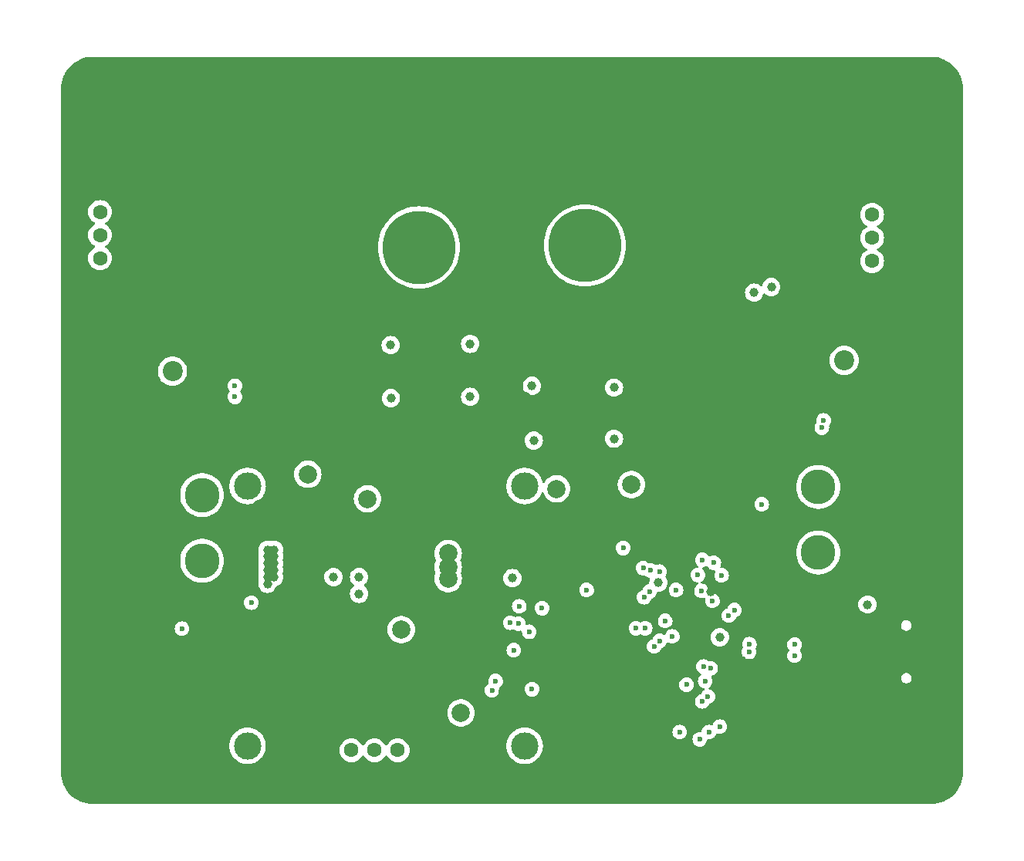
<source format=gbr>
%TF.GenerationSoftware,KiCad,Pcbnew,8.0.3*%
%TF.CreationDate,2024-07-22T22:22:34+10:00*%
%TF.ProjectId,MPPT,4d505054-2e6b-4696-9361-645f70636258,rev?*%
%TF.SameCoordinates,Original*%
%TF.FileFunction,Copper,L2,Inr*%
%TF.FilePolarity,Positive*%
%FSLAX46Y46*%
G04 Gerber Fmt 4.6, Leading zero omitted, Abs format (unit mm)*
G04 Created by KiCad (PCBNEW 8.0.3) date 2024-07-22 22:22:34*
%MOMM*%
%LPD*%
G01*
G04 APERTURE LIST*
%TA.AperFunction,ComponentPad*%
%ADD10C,6.000000*%
%TD*%
%TA.AperFunction,ComponentPad*%
%ADD11O,2.100000X1.000000*%
%TD*%
%TA.AperFunction,ComponentPad*%
%ADD12O,1.600000X1.000000*%
%TD*%
%TA.AperFunction,ComponentPad*%
%ADD13C,2.200000*%
%TD*%
%TA.AperFunction,ComponentPad*%
%ADD14O,2.200000X1.200000*%
%TD*%
%TA.AperFunction,ComponentPad*%
%ADD15C,3.800000*%
%TD*%
%TA.AperFunction,ComponentPad*%
%ADD16C,1.600000*%
%TD*%
%TA.AperFunction,ComponentPad*%
%ADD17R,1.600000X1.600000*%
%TD*%
%TA.AperFunction,ComponentPad*%
%ADD18C,3.000000*%
%TD*%
%TA.AperFunction,ViaPad*%
%ADD19C,2.000000*%
%TD*%
%TA.AperFunction,ViaPad*%
%ADD20C,0.600000*%
%TD*%
%TA.AperFunction,ViaPad*%
%ADD21C,1.000000*%
%TD*%
%TA.AperFunction,ViaPad*%
%ADD22C,8.000000*%
%TD*%
G04 APERTURE END LIST*
D10*
%TO.N,GND*%
%TO.C,H4*%
X208000000Y-110200000D03*
%TD*%
%TO.N,GND*%
%TO.C,H3*%
X120800000Y-109600000D03*
%TD*%
%TO.N,GND*%
%TO.C,H2*%
X120400000Y-39600000D03*
%TD*%
%TO.N,GND*%
%TO.C,H1*%
X207200000Y-40200000D03*
%TD*%
D11*
%TO.N,GND*%
%TO.C,J1*%
X206730000Y-103120000D03*
D12*
X210910000Y-103120000D03*
D11*
X206730000Y-94480000D03*
D12*
X210910000Y-94480000D03*
%TD*%
D13*
%TO.N,Vout*%
%TO.C,C50*%
X200450000Y-66800000D03*
%TO.N,GND*%
X207950000Y-66800000D03*
%TD*%
%TO.N,GND*%
%TO.C,C47*%
X119250000Y-68000000D03*
%TO.N,VDD*%
X126750000Y-68000000D03*
%TD*%
D14*
%TO.N,GND*%
%TO.C,CN2*%
X203600000Y-77550120D03*
X203600000Y-91050120D03*
D15*
%TO.N,Vout*%
X197600000Y-87900120D03*
%TO.N,Net-(CN2--)*%
X197600000Y-80700120D03*
%TD*%
D16*
%TO.N,Net-(U3-+Vout)*%
%TO.C,U3*%
X203515000Y-55912500D03*
%TO.N,Net-(U3--Vout)*%
X203515000Y-53372500D03*
%TO.N,+12V*%
X203515000Y-50832500D03*
D17*
%TO.N,GND*%
X203515000Y-48292500D03*
%TD*%
%TO.N,GND*%
%TO.C,U2*%
X118800000Y-47980000D03*
D16*
%TO.N,+12V*%
X118800000Y-50520000D03*
%TO.N,Net-(U1-VS)*%
X118800000Y-53060000D03*
%TO.N,Net-(U1-VB)*%
X118800000Y-55600000D03*
%TD*%
%TO.N,GND*%
%TO.C,OLED1*%
X154000000Y-109600000D03*
%TO.N,+3.3V*%
X151460000Y-109600000D03*
%TO.N,/MCU/SCL_DISPL*%
X148920000Y-109600000D03*
%TO.N,/MCU/SDA_DISPL*%
X146380000Y-109600000D03*
D18*
%TO.N,*%
X165390000Y-109100000D03*
X134990000Y-109100000D03*
X165390000Y-80600000D03*
X134990000Y-80600000D03*
%TD*%
D15*
%TO.N,VDD*%
%TO.C,CN1*%
X130000000Y-81600000D03*
%TO.N,Net-(CN1--)*%
X130000000Y-88800000D03*
D14*
%TO.N,GND*%
X124000000Y-78450000D03*
X124000000Y-91950000D03*
%TD*%
D19*
%TO.N,GND*%
X138200000Y-96400000D03*
X138200000Y-97800000D03*
X138200000Y-99400000D03*
X138200000Y-101000000D03*
X136600000Y-100200000D03*
X136600000Y-98600000D03*
X136600000Y-97000000D03*
X136400000Y-95200000D03*
X135000000Y-96200000D03*
X135000000Y-97800000D03*
X135000000Y-99400000D03*
X135000000Y-101000000D03*
X133400000Y-99800000D03*
X133350000Y-98300000D03*
X133350000Y-96500000D03*
%TO.N,Vout*%
X177100000Y-80450000D03*
%TO.N,VDD*%
X141600000Y-79300000D03*
D20*
%TO.N,GND*%
X182200000Y-93400000D03*
X182800000Y-93400000D03*
X183400000Y-93400000D03*
X184000000Y-93400000D03*
X184600000Y-93400000D03*
X184600000Y-94000000D03*
X184600000Y-94600000D03*
X184600000Y-95200000D03*
X184600000Y-95800000D03*
X184000000Y-95800000D03*
X183400000Y-95800000D03*
X182800000Y-95800000D03*
X182200000Y-95800000D03*
X182200000Y-95200000D03*
X182200000Y-94000000D03*
X182200000Y-94600000D03*
X182800000Y-95200000D03*
X184000000Y-95200000D03*
X184000000Y-94000000D03*
X182800000Y-94000000D03*
X182800000Y-94600000D03*
X184000000Y-94600000D03*
X183400000Y-94000000D03*
X183400000Y-95200000D03*
X183400000Y-94600000D03*
D19*
X176500000Y-84300000D03*
X138900000Y-62400000D03*
X137400000Y-62200000D03*
X135900000Y-62500000D03*
X187200000Y-61600000D03*
X185700000Y-61800000D03*
X172300000Y-77400000D03*
X170200000Y-77400000D03*
X168100000Y-77400000D03*
X163970214Y-84575000D03*
X162391084Y-84164788D03*
X160362082Y-81387918D03*
X153620836Y-80850000D03*
X151700000Y-80850000D03*
X176500000Y-84300000D03*
D20*
%TO.N,Net-(U14-CHIP_PU)*%
X185000000Y-100400000D03*
D19*
%TO.N,GND*%
X189200000Y-72300000D03*
X184900000Y-63100000D03*
X183900000Y-61700000D03*
X182000000Y-61600000D03*
X180800000Y-62700000D03*
X144260599Y-62901223D03*
X142300000Y-62300000D03*
X140400000Y-62900000D03*
%TO.N,Net-(U5-SW)*%
X157000000Y-90750000D03*
X157000000Y-89500000D03*
X157000000Y-88000000D03*
D20*
%TO.N,/MCU/D-*%
X179100000Y-92174999D03*
%TO.N,/MCU/D+*%
X178500000Y-92800000D03*
%TO.N,/MCU/D-*%
X188400000Y-94200000D03*
%TO.N,/MCU/D+*%
X187787867Y-94812133D03*
D21*
%TO.N,+3.3V*%
X203000000Y-93600000D03*
%TO.N,GND*%
X208000000Y-82600000D03*
X206600000Y-83600000D03*
D19*
%TO.N,Net-(D1-K)*%
X148150000Y-82000000D03*
D20*
%TO.N,/MCU/D+*%
X190052737Y-97944420D03*
%TO.N,/MCU/D-*%
X190000000Y-98800000D03*
%TO.N,/MCU/D+*%
X195000000Y-98000000D03*
%TO.N,/MCU/D-*%
X195000000Y-99200000D03*
D19*
%TO.N,GND*%
X163000000Y-75600000D03*
X161400000Y-75600000D03*
X165200000Y-71200000D03*
X165200000Y-72800000D03*
X160600000Y-74400000D03*
X160600000Y-73000000D03*
X162200000Y-74400000D03*
X163600000Y-74400000D03*
X163600000Y-72800000D03*
X162200000Y-72800000D03*
X162200000Y-71200000D03*
X163600000Y-71200000D03*
X163600000Y-69600000D03*
X162200000Y-69600000D03*
X160600000Y-68000000D03*
X162200000Y-68000000D03*
X163600000Y-68000000D03*
X165200000Y-66400000D03*
X163600000Y-66400000D03*
X162200000Y-66400000D03*
X162200000Y-64800000D03*
X163600000Y-64800000D03*
X165200000Y-64800000D03*
X165200000Y-63200000D03*
X163600000Y-63200000D03*
X162200000Y-63200000D03*
X160600000Y-63200000D03*
D20*
%TO.N,/MCU/SDA_DISPL*%
X184400000Y-90359998D03*
X178400000Y-89600000D03*
%TO.N,/MCU/SCL_DISPL*%
X184791922Y-92099057D03*
X179214271Y-89862801D03*
%TO.N,GND*%
X202600000Y-113000000D03*
X198000000Y-113000000D03*
X193600000Y-113000000D03*
X189400000Y-113000000D03*
%TO.N,/MCU/IO_BTN4*%
X186800000Y-107000000D03*
%TO.N,/MCU/IO_BTN3*%
X185600000Y-107600000D03*
%TO.N,/MCU/IO_BTN2*%
X184600000Y-108400000D03*
%TO.N,/MCU/IO_BTN1*%
X182400000Y-107600000D03*
%TO.N,GND*%
X188600000Y-98600000D03*
X188800000Y-103800000D03*
X191400000Y-102200000D03*
X161441942Y-99841942D03*
%TO.N,+3.3V*%
X164200015Y-98607088D03*
%TO.N,GND*%
X187400000Y-98600000D03*
X180810268Y-93798179D03*
%TO.N,+3.3V*%
X180809491Y-95398023D03*
D21*
%TO.N,GND*%
X185785204Y-92214797D03*
D20*
%TO.N,+3.3V*%
X186000000Y-93200000D03*
%TO.N,/MCU/ADC_READY*%
X187000000Y-90400000D03*
X172200000Y-92000000D03*
X162200000Y-102000000D03*
%TO.N,/MCU/SCL*%
X186158038Y-89024938D03*
%TO.N,/MCU/SDA*%
X184900000Y-88700000D03*
%TO.N,/MCU/SCL*%
X163800000Y-95600000D03*
%TO.N,/MCU/SDA*%
X164700000Y-95700000D03*
D19*
%TO.N,+3.3V*%
X151851055Y-96348947D03*
X158400000Y-105500000D03*
D20*
%TO.N,GND*%
X189400000Y-99600000D03*
X187140338Y-99397802D03*
%TO.N,Net-(C29-Pad1)*%
X185800000Y-100600000D03*
%TO.N,GND*%
X174200000Y-97600000D03*
X178400000Y-99600000D03*
X176739780Y-97401386D03*
D21*
X176200000Y-94800000D03*
X136400000Y-68400000D03*
X133800000Y-68000000D03*
%TO.N,+3.3V*%
X180068628Y-91200000D03*
%TO.N,GND*%
X177600000Y-91400000D03*
%TO.N,+3.3V*%
X186810000Y-97200002D03*
%TO.N,GND*%
X149800000Y-98400000D03*
D20*
%TO.N,/FETs/Vout_sense*%
X167300000Y-94000000D03*
X176200000Y-87400000D03*
X191400000Y-82600000D03*
%TO.N,GND*%
X206400000Y-89000000D03*
%TO.N,/FETs/OUT_CUR*%
X165900000Y-96600000D03*
%TO.N,/Mid_rail_ref*%
X164800000Y-93800000D03*
%TO.N,/Vin_sense*%
X161800000Y-103000000D03*
X135400000Y-93400000D03*
D19*
%TO.N,GND*%
X141000000Y-98600000D03*
X191000000Y-80600000D03*
D20*
%TO.N,/MCU/IN_HI_PWM*%
X185500000Y-103700000D03*
%TO.N,/MCU/IN_LO_PWM*%
X184874265Y-104225735D03*
%TO.N,/MCU/OUT_LO_PWM*%
X183152787Y-102400000D03*
%TO.N,/MCU/OUT_HI_PWM*%
X181600000Y-97100002D03*
X198200000Y-73400000D03*
%TO.N,/MCU/OUT_LO_PWM*%
X198000000Y-74200000D03*
%TO.N,/MCU/IN_LO_PWM*%
X133600000Y-69600000D03*
%TO.N,/MCU/IN_HI_PWM*%
X133600000Y-70800000D03*
D19*
%TO.N,GND*%
X120600000Y-48600000D03*
X120600000Y-46600000D03*
D20*
%TO.N,Net-(U14-GPIO12)*%
X178624265Y-96200000D03*
%TO.N,Net-(U14-GPIO10)*%
X180200000Y-97600000D03*
%TO.N,Net-(U14-GPIO9)*%
X179600000Y-98200000D03*
%TO.N,Net-(U14-GPIO11)*%
X177600000Y-96200000D03*
%TO.N,GND*%
X162800000Y-103200000D03*
X133595000Y-94450120D03*
%TO.N,/IN_CUR*%
X166200000Y-102900000D03*
X127795000Y-96250120D03*
D21*
%TO.N,GND*%
X192600000Y-63700000D03*
D19*
X201800000Y-47000000D03*
X205400000Y-47000000D03*
D21*
%TO.N,Net-(U3-+Vout)*%
X190563603Y-59363603D03*
%TO.N,Net-(U3--Vout)*%
X192450000Y-58750000D03*
%TO.N,+5V*%
X147222500Y-90587500D03*
X147222500Y-92427500D03*
D20*
%TO.N,GND*%
X194000000Y-94800000D03*
%TO.N,Net-(U14-GPIO0)*%
X185200000Y-102000000D03*
%TO.N,GND*%
X174100000Y-81500000D03*
X170600000Y-79600000D03*
X191600000Y-97400000D03*
%TO.N,/MCU/SPICS0*%
X180200000Y-90000000D03*
X182000000Y-92000000D03*
D21*
%TO.N,Net-(U16-G)*%
X159400000Y-70800000D03*
%TO.N,Net-(U10-G)*%
X159400000Y-65000000D03*
%TO.N,Net-(U9-G)*%
X150693580Y-65125652D03*
%TO.N,Net-(U15-G)*%
X150713415Y-70956699D03*
%TO.N,Net-(U17-G)*%
X175200000Y-75400000D03*
%TO.N,Net-(U18-G)*%
X166400000Y-75600000D03*
%TO.N,Net-(U12-G)*%
X166200000Y-69600000D03*
%TO.N,Net-(U11-G)*%
X175200000Y-69800000D03*
D19*
%TO.N,GND*%
X141922500Y-95127500D03*
X152522500Y-91127500D03*
X151022500Y-90327500D03*
D21*
X208300000Y-79300000D03*
X211700000Y-81200000D03*
X210250000Y-79000000D03*
X122695000Y-94450120D03*
X125295000Y-94350120D03*
X121895000Y-96250120D03*
D19*
X156062500Y-83287500D03*
X155562500Y-85037500D03*
D21*
%TO.N,+12V*%
X164045000Y-90700000D03*
%TO.N,GND*%
X165545000Y-87200000D03*
X160045000Y-88700000D03*
X160045000Y-89700000D03*
D19*
X166295000Y-85200000D03*
X146662500Y-85087500D03*
D21*
%TO.N,Net-(U7-SW)*%
X137162500Y-87587500D03*
X137912500Y-88337500D03*
X137912500Y-89837500D03*
X137162500Y-90587500D03*
X137162500Y-89087500D03*
X137912500Y-87587500D03*
X137162500Y-88337500D03*
X137912500Y-89087500D03*
X137162500Y-89837500D03*
X137912500Y-90587500D03*
X137162500Y-91337500D03*
%TO.N,+5V*%
X144412500Y-90587500D03*
%TO.N,GND*%
X145912500Y-87087500D03*
X140412500Y-88587500D03*
X140412500Y-89587500D03*
D19*
X136412500Y-83087500D03*
X135912500Y-84837500D03*
%TO.N,+12V*%
X168900000Y-80900000D03*
%TO.N,GND*%
X203515000Y-46715000D03*
D22*
%TO.N,Net-(L4-Pad2)*%
X172000000Y-54200000D03*
%TO.N,Net-(L1-Pad1)*%
X153800000Y-54400000D03*
%TD*%
%TA.AperFunction,Conductor*%
%TO.N,GND*%
G36*
X210003032Y-33500648D02*
G01*
X210336929Y-33517052D01*
X210349037Y-33518245D01*
X210452146Y-33533539D01*
X210676699Y-33566849D01*
X210688617Y-33569219D01*
X211009951Y-33649709D01*
X211021588Y-33653240D01*
X211092806Y-33678722D01*
X211333467Y-33764832D01*
X211344688Y-33769479D01*
X211644163Y-33911120D01*
X211654871Y-33916844D01*
X211938988Y-34087137D01*
X211949106Y-34093897D01*
X212215170Y-34291224D01*
X212224576Y-34298944D01*
X212470013Y-34521395D01*
X212478604Y-34529986D01*
X212665755Y-34736475D01*
X212701055Y-34775423D01*
X212708775Y-34784829D01*
X212906102Y-35050893D01*
X212912862Y-35061011D01*
X213041776Y-35276092D01*
X213083148Y-35345116D01*
X213088885Y-35355848D01*
X213230514Y-35655297D01*
X213235170Y-35666540D01*
X213346759Y-35978411D01*
X213350292Y-35990055D01*
X213430777Y-36311369D01*
X213433151Y-36323305D01*
X213481754Y-36650962D01*
X213482947Y-36663071D01*
X213499351Y-36996966D01*
X213499500Y-37003051D01*
X213499500Y-111996948D01*
X213499351Y-112003033D01*
X213482947Y-112336928D01*
X213481754Y-112349037D01*
X213433151Y-112676694D01*
X213430777Y-112688630D01*
X213350292Y-113009944D01*
X213346759Y-113021588D01*
X213235170Y-113333459D01*
X213230514Y-113344702D01*
X213088885Y-113644151D01*
X213083148Y-113654883D01*
X212912862Y-113938988D01*
X212906102Y-113949106D01*
X212708775Y-114215170D01*
X212701055Y-114224576D01*
X212478611Y-114470006D01*
X212470006Y-114478611D01*
X212224576Y-114701055D01*
X212215170Y-114708775D01*
X211949106Y-114906102D01*
X211938988Y-114912862D01*
X211654883Y-115083148D01*
X211644151Y-115088885D01*
X211344702Y-115230514D01*
X211333459Y-115235170D01*
X211021588Y-115346759D01*
X211009944Y-115350292D01*
X210688630Y-115430777D01*
X210676694Y-115433151D01*
X210349037Y-115481754D01*
X210336928Y-115482947D01*
X210021989Y-115498419D01*
X210003031Y-115499351D01*
X209996949Y-115499500D01*
X118003051Y-115499500D01*
X117996968Y-115499351D01*
X117976900Y-115498365D01*
X117663071Y-115482947D01*
X117650962Y-115481754D01*
X117323305Y-115433151D01*
X117311369Y-115430777D01*
X116990055Y-115350292D01*
X116978411Y-115346759D01*
X116666540Y-115235170D01*
X116655301Y-115230515D01*
X116355844Y-115088883D01*
X116345121Y-115083150D01*
X116061011Y-114912862D01*
X116050893Y-114906102D01*
X115784829Y-114708775D01*
X115775423Y-114701055D01*
X115736475Y-114665755D01*
X115529986Y-114478604D01*
X115521395Y-114470013D01*
X115298944Y-114224576D01*
X115291224Y-114215170D01*
X115093897Y-113949106D01*
X115087137Y-113938988D01*
X114916844Y-113654871D01*
X114911120Y-113644163D01*
X114769479Y-113344688D01*
X114764829Y-113333459D01*
X114653240Y-113021588D01*
X114649707Y-113009944D01*
X114640958Y-112975015D01*
X114569219Y-112688617D01*
X114566848Y-112676694D01*
X114518245Y-112349037D01*
X114517052Y-112336927D01*
X114500649Y-112003032D01*
X114500500Y-111996948D01*
X114500500Y-109099998D01*
X132984390Y-109099998D01*
X132984390Y-109100001D01*
X132989184Y-109167028D01*
X132989500Y-109175874D01*
X132989500Y-109231123D01*
X132998360Y-109298429D01*
X132999105Y-109305764D01*
X133004803Y-109385425D01*
X133004805Y-109385438D01*
X133016398Y-109438728D01*
X133018171Y-109448897D01*
X133023731Y-109491121D01*
X133044570Y-109568895D01*
X133045961Y-109574629D01*
X133065629Y-109665042D01*
X133080268Y-109704292D01*
X133083859Y-109715525D01*
X133091601Y-109744417D01*
X133127254Y-109830491D01*
X133128871Y-109834601D01*
X133147685Y-109885042D01*
X133165633Y-109933160D01*
X133165637Y-109933170D01*
X133179633Y-109958803D01*
X133185358Y-109970769D01*
X133191952Y-109986688D01*
X133191960Y-109986704D01*
X133244869Y-110078345D01*
X133246314Y-110080918D01*
X133302773Y-110184315D01*
X133312671Y-110197536D01*
X133320789Y-110209843D01*
X133323076Y-110213803D01*
X133395284Y-110307906D01*
X133395978Y-110308821D01*
X133474254Y-110413385D01*
X133474262Y-110413396D01*
X133474270Y-110413405D01*
X133676591Y-110615726D01*
X133676599Y-110615733D01*
X133676605Y-110615739D01*
X133676608Y-110615741D01*
X133676609Y-110615742D01*
X133781034Y-110693913D01*
X133782211Y-110694805D01*
X133876194Y-110766922D01*
X133880156Y-110769210D01*
X133892460Y-110777326D01*
X133905685Y-110787226D01*
X133977282Y-110826321D01*
X134009080Y-110843684D01*
X134011653Y-110845129D01*
X134103299Y-110898041D01*
X134103314Y-110898048D01*
X134119228Y-110904640D01*
X134131201Y-110910367D01*
X134156839Y-110924367D01*
X134255412Y-110961132D01*
X134259499Y-110962741D01*
X134345567Y-110998393D01*
X134345590Y-110998401D01*
X134364248Y-111003399D01*
X134374469Y-111006137D01*
X134385701Y-111009727D01*
X134424954Y-111024369D01*
X134424955Y-111024369D01*
X134424960Y-111024371D01*
X134503580Y-111041473D01*
X134515348Y-111044033D01*
X134515358Y-111044035D01*
X134521072Y-111045420D01*
X134598884Y-111066270D01*
X134641124Y-111071830D01*
X134651237Y-111073593D01*
X134704572Y-111085196D01*
X134784243Y-111090893D01*
X134791547Y-111091634D01*
X134858880Y-111100500D01*
X134914124Y-111100500D01*
X134922970Y-111100816D01*
X134989999Y-111105610D01*
X134990000Y-111105610D01*
X134990001Y-111105610D01*
X135057030Y-111100816D01*
X135065876Y-111100500D01*
X135121114Y-111100500D01*
X135121120Y-111100500D01*
X135188448Y-111091635D01*
X135195758Y-111090893D01*
X135275428Y-111085196D01*
X135328770Y-111073591D01*
X135338869Y-111071831D01*
X135381116Y-111066270D01*
X135458918Y-111045422D01*
X135464595Y-111044044D01*
X135555046Y-111024369D01*
X135594303Y-111009725D01*
X135605510Y-111006143D01*
X135634419Y-110998398D01*
X135661113Y-110987340D01*
X135720508Y-110962738D01*
X135724612Y-110961122D01*
X135823161Y-110924367D01*
X135848804Y-110910363D01*
X135860763Y-110904642D01*
X135876697Y-110898043D01*
X135968435Y-110845076D01*
X135970868Y-110843711D01*
X136074315Y-110787226D01*
X136087546Y-110777319D01*
X136099850Y-110769205D01*
X136103803Y-110766924D01*
X136197810Y-110694787D01*
X136198892Y-110693967D01*
X136303395Y-110615739D01*
X136505739Y-110413395D01*
X136583967Y-110308892D01*
X136584816Y-110307773D01*
X136627050Y-110252734D01*
X136656924Y-110213803D01*
X136659205Y-110209850D01*
X136667319Y-110197546D01*
X136677226Y-110184315D01*
X136733711Y-110080868D01*
X136735076Y-110078435D01*
X136788043Y-109986697D01*
X136794642Y-109970763D01*
X136800365Y-109958803D01*
X136814367Y-109933161D01*
X136851124Y-109834609D01*
X136852738Y-109830508D01*
X136888395Y-109744426D01*
X136888394Y-109744426D01*
X136888398Y-109744419D01*
X136896143Y-109715510D01*
X136899725Y-109704303D01*
X136914369Y-109665046D01*
X136928518Y-109599998D01*
X145074532Y-109599998D01*
X145074532Y-109600001D01*
X145094364Y-109826686D01*
X145094366Y-109826697D01*
X145153258Y-110046488D01*
X145153261Y-110046497D01*
X145249431Y-110252732D01*
X145249432Y-110252734D01*
X145379954Y-110439141D01*
X145540858Y-110600045D01*
X145540861Y-110600047D01*
X145727266Y-110730568D01*
X145933504Y-110826739D01*
X146153308Y-110885635D01*
X146315230Y-110899801D01*
X146379998Y-110905468D01*
X146380000Y-110905468D01*
X146380002Y-110905468D01*
X146436673Y-110900509D01*
X146606692Y-110885635D01*
X146826496Y-110826739D01*
X147032734Y-110730568D01*
X147219139Y-110600047D01*
X147380047Y-110439139D01*
X147510568Y-110252734D01*
X147537618Y-110194724D01*
X147583790Y-110142285D01*
X147650983Y-110123133D01*
X147717865Y-110143348D01*
X147762381Y-110194724D01*
X147763693Y-110197536D01*
X147789429Y-110252728D01*
X147789432Y-110252734D01*
X147919954Y-110439141D01*
X148080858Y-110600045D01*
X148080861Y-110600047D01*
X148267266Y-110730568D01*
X148473504Y-110826739D01*
X148693308Y-110885635D01*
X148855230Y-110899801D01*
X148919998Y-110905468D01*
X148920000Y-110905468D01*
X148920002Y-110905468D01*
X148976673Y-110900509D01*
X149146692Y-110885635D01*
X149366496Y-110826739D01*
X149572734Y-110730568D01*
X149759139Y-110600047D01*
X149920047Y-110439139D01*
X150050568Y-110252734D01*
X150077618Y-110194724D01*
X150123790Y-110142285D01*
X150190983Y-110123133D01*
X150257865Y-110143348D01*
X150302381Y-110194724D01*
X150303693Y-110197536D01*
X150329429Y-110252728D01*
X150329432Y-110252734D01*
X150459954Y-110439141D01*
X150620858Y-110600045D01*
X150620861Y-110600047D01*
X150807266Y-110730568D01*
X151013504Y-110826739D01*
X151233308Y-110885635D01*
X151395230Y-110899801D01*
X151459998Y-110905468D01*
X151460000Y-110905468D01*
X151460002Y-110905468D01*
X151516673Y-110900509D01*
X151686692Y-110885635D01*
X151906496Y-110826739D01*
X152112734Y-110730568D01*
X152299139Y-110600047D01*
X152460047Y-110439139D01*
X152590568Y-110252734D01*
X152686739Y-110046496D01*
X152745635Y-109826692D01*
X152765468Y-109600000D01*
X152762996Y-109571750D01*
X152751359Y-109438733D01*
X152745635Y-109373308D01*
X152686739Y-109153504D01*
X152661789Y-109099998D01*
X163384390Y-109099998D01*
X163384390Y-109100001D01*
X163389184Y-109167028D01*
X163389500Y-109175874D01*
X163389500Y-109231123D01*
X163398360Y-109298429D01*
X163399105Y-109305764D01*
X163404803Y-109385425D01*
X163404805Y-109385438D01*
X163416398Y-109438728D01*
X163418171Y-109448897D01*
X163423731Y-109491121D01*
X163444570Y-109568895D01*
X163445961Y-109574629D01*
X163465629Y-109665042D01*
X163480268Y-109704292D01*
X163483859Y-109715525D01*
X163491601Y-109744417D01*
X163527254Y-109830491D01*
X163528871Y-109834601D01*
X163547685Y-109885042D01*
X163565633Y-109933160D01*
X163565637Y-109933170D01*
X163579633Y-109958803D01*
X163585358Y-109970769D01*
X163591952Y-109986688D01*
X163591960Y-109986704D01*
X163644869Y-110078345D01*
X163646314Y-110080918D01*
X163702773Y-110184315D01*
X163712671Y-110197536D01*
X163720789Y-110209843D01*
X163723076Y-110213803D01*
X163795284Y-110307906D01*
X163795978Y-110308821D01*
X163874254Y-110413385D01*
X163874262Y-110413396D01*
X163874270Y-110413405D01*
X164076591Y-110615726D01*
X164076599Y-110615733D01*
X164076605Y-110615739D01*
X164076608Y-110615741D01*
X164076609Y-110615742D01*
X164181034Y-110693913D01*
X164182211Y-110694805D01*
X164276194Y-110766922D01*
X164280156Y-110769210D01*
X164292460Y-110777326D01*
X164305685Y-110787226D01*
X164377282Y-110826321D01*
X164409080Y-110843684D01*
X164411653Y-110845129D01*
X164503299Y-110898041D01*
X164503314Y-110898048D01*
X164519228Y-110904640D01*
X164531201Y-110910367D01*
X164556839Y-110924367D01*
X164655412Y-110961132D01*
X164659499Y-110962741D01*
X164745567Y-110998393D01*
X164745590Y-110998401D01*
X164764248Y-111003399D01*
X164774469Y-111006137D01*
X164785701Y-111009727D01*
X164824954Y-111024369D01*
X164824955Y-111024369D01*
X164824960Y-111024371D01*
X164903580Y-111041473D01*
X164915348Y-111044033D01*
X164915358Y-111044035D01*
X164921072Y-111045420D01*
X164998884Y-111066270D01*
X165041124Y-111071830D01*
X165051237Y-111073593D01*
X165104572Y-111085196D01*
X165184243Y-111090893D01*
X165191547Y-111091634D01*
X165258880Y-111100500D01*
X165314124Y-111100500D01*
X165322970Y-111100816D01*
X165389999Y-111105610D01*
X165390000Y-111105610D01*
X165390001Y-111105610D01*
X165457030Y-111100816D01*
X165465876Y-111100500D01*
X165521114Y-111100500D01*
X165521120Y-111100500D01*
X165588448Y-111091635D01*
X165595758Y-111090893D01*
X165675428Y-111085196D01*
X165728770Y-111073591D01*
X165738869Y-111071831D01*
X165781116Y-111066270D01*
X165858918Y-111045422D01*
X165864595Y-111044044D01*
X165955046Y-111024369D01*
X165994303Y-111009725D01*
X166005510Y-111006143D01*
X166034419Y-110998398D01*
X166061113Y-110987340D01*
X166120508Y-110962738D01*
X166124612Y-110961122D01*
X166223161Y-110924367D01*
X166248804Y-110910363D01*
X166260763Y-110904642D01*
X166276697Y-110898043D01*
X166368435Y-110845076D01*
X166370868Y-110843711D01*
X166474315Y-110787226D01*
X166487546Y-110777319D01*
X166499850Y-110769205D01*
X166503803Y-110766924D01*
X166597810Y-110694787D01*
X166598892Y-110693967D01*
X166703395Y-110615739D01*
X166905739Y-110413395D01*
X166983967Y-110308892D01*
X166984816Y-110307773D01*
X167027050Y-110252734D01*
X167056924Y-110213803D01*
X167059205Y-110209850D01*
X167067319Y-110197546D01*
X167077226Y-110184315D01*
X167133711Y-110080868D01*
X167135076Y-110078435D01*
X167188043Y-109986697D01*
X167194642Y-109970763D01*
X167200365Y-109958803D01*
X167214367Y-109933161D01*
X167251124Y-109834609D01*
X167252738Y-109830508D01*
X167288395Y-109744426D01*
X167288394Y-109744426D01*
X167288398Y-109744419D01*
X167296143Y-109715510D01*
X167299725Y-109704303D01*
X167314369Y-109665046D01*
X167334044Y-109574595D01*
X167335425Y-109568909D01*
X167335429Y-109568895D01*
X167356270Y-109491116D01*
X167361831Y-109448869D01*
X167363591Y-109438770D01*
X167375196Y-109385428D01*
X167380893Y-109305758D01*
X167381637Y-109298432D01*
X167381638Y-109298429D01*
X167390500Y-109231120D01*
X167390500Y-109175874D01*
X167390816Y-109167028D01*
X167395610Y-109100001D01*
X167395610Y-109099998D01*
X167390816Y-109032970D01*
X167390500Y-109024124D01*
X167390500Y-108968880D01*
X167387654Y-108947265D01*
X167381634Y-108901547D01*
X167380893Y-108894234D01*
X167375196Y-108814572D01*
X167363593Y-108761237D01*
X167361830Y-108751124D01*
X167356270Y-108708884D01*
X167335420Y-108631072D01*
X167334035Y-108625358D01*
X167314371Y-108534960D01*
X167314369Y-108534954D01*
X167299727Y-108495701D01*
X167296136Y-108484463D01*
X167288401Y-108455590D01*
X167288393Y-108455567D01*
X167252741Y-108369499D01*
X167251132Y-108365412D01*
X167214367Y-108266839D01*
X167200362Y-108241190D01*
X167194640Y-108229228D01*
X167188048Y-108213314D01*
X167188041Y-108213299D01*
X167135129Y-108121653D01*
X167133684Y-108119080D01*
X167077229Y-108015691D01*
X167077226Y-108015685D01*
X167067326Y-108002460D01*
X167059210Y-107990156D01*
X167057730Y-107987594D01*
X167056924Y-107986197D01*
X167056922Y-107986195D01*
X167056922Y-107986194D01*
X166984805Y-107892211D01*
X166983913Y-107891034D01*
X166905742Y-107786609D01*
X166905741Y-107786608D01*
X166905739Y-107786605D01*
X166905734Y-107786600D01*
X166905726Y-107786591D01*
X166719131Y-107599996D01*
X181594435Y-107599996D01*
X181594435Y-107600003D01*
X181614630Y-107779249D01*
X181614631Y-107779254D01*
X181674211Y-107949523D01*
X181737646Y-108050478D01*
X181770184Y-108102262D01*
X181897738Y-108229816D01*
X182050478Y-108325789D01*
X182163617Y-108365378D01*
X182220745Y-108385368D01*
X182220750Y-108385369D01*
X182399996Y-108405565D01*
X182400000Y-108405565D01*
X182400004Y-108405565D01*
X182449430Y-108399996D01*
X183794435Y-108399996D01*
X183794435Y-108400003D01*
X183814630Y-108579249D01*
X183814631Y-108579254D01*
X183874211Y-108749523D01*
X183915086Y-108814574D01*
X183970184Y-108902262D01*
X184097738Y-109029816D01*
X184250478Y-109125789D01*
X184380961Y-109171447D01*
X184420745Y-109185368D01*
X184420750Y-109185369D01*
X184599996Y-109205565D01*
X184600000Y-109205565D01*
X184600004Y-109205565D01*
X184779249Y-109185369D01*
X184779252Y-109185368D01*
X184779255Y-109185368D01*
X184949522Y-109125789D01*
X185102262Y-109029816D01*
X185229816Y-108902262D01*
X185325789Y-108749522D01*
X185385368Y-108579255D01*
X185390360Y-108534954D01*
X185393500Y-108507083D01*
X185420566Y-108442669D01*
X185478161Y-108403114D01*
X185530604Y-108397746D01*
X185599998Y-108405565D01*
X185600000Y-108405565D01*
X185600004Y-108405565D01*
X185779249Y-108385369D01*
X185779252Y-108385368D01*
X185779255Y-108385368D01*
X185949522Y-108325789D01*
X186102262Y-108229816D01*
X186229816Y-108102262D01*
X186325789Y-107949522D01*
X186368183Y-107828365D01*
X186408905Y-107771590D01*
X186473857Y-107745842D01*
X186526180Y-107752279D01*
X186620737Y-107785366D01*
X186620743Y-107785367D01*
X186620745Y-107785368D01*
X186620746Y-107785368D01*
X186620750Y-107785369D01*
X186799996Y-107805565D01*
X186800000Y-107805565D01*
X186800004Y-107805565D01*
X186979249Y-107785369D01*
X186979252Y-107785368D01*
X186979255Y-107785368D01*
X187149522Y-107725789D01*
X187302262Y-107629816D01*
X187429816Y-107502262D01*
X187525789Y-107349522D01*
X187585368Y-107179255D01*
X187585369Y-107179249D01*
X187605565Y-107000003D01*
X187605565Y-106999996D01*
X187585369Y-106820750D01*
X187585368Y-106820745D01*
X187525788Y-106650476D01*
X187429815Y-106497737D01*
X187302262Y-106370184D01*
X187149523Y-106274211D01*
X186979254Y-106214631D01*
X186979249Y-106214630D01*
X186800004Y-106194435D01*
X186799996Y-106194435D01*
X186620750Y-106214630D01*
X186620745Y-106214631D01*
X186450476Y-106274211D01*
X186297737Y-106370184D01*
X186170184Y-106497737D01*
X186074210Y-106650478D01*
X186031817Y-106771633D01*
X185991095Y-106828409D01*
X185926142Y-106854157D01*
X185873821Y-106847721D01*
X185779257Y-106814632D01*
X185779249Y-106814630D01*
X185600004Y-106794435D01*
X185599996Y-106794435D01*
X185420750Y-106814630D01*
X185420745Y-106814631D01*
X185250476Y-106874211D01*
X185097737Y-106970184D01*
X184970184Y-107097737D01*
X184874211Y-107250476D01*
X184814631Y-107420745D01*
X184814630Y-107420749D01*
X184806499Y-107492917D01*
X184779432Y-107557331D01*
X184721837Y-107596886D01*
X184669396Y-107602253D01*
X184600004Y-107594435D01*
X184599996Y-107594435D01*
X184420750Y-107614630D01*
X184420745Y-107614631D01*
X184250476Y-107674211D01*
X184097737Y-107770184D01*
X183970184Y-107897737D01*
X183874211Y-108050476D01*
X183814631Y-108220745D01*
X183814630Y-108220750D01*
X183794435Y-108399996D01*
X182449430Y-108399996D01*
X182579249Y-108385369D01*
X182579252Y-108385368D01*
X182579255Y-108385368D01*
X182749522Y-108325789D01*
X182902262Y-108229816D01*
X183029816Y-108102262D01*
X183125789Y-107949522D01*
X183185368Y-107779255D01*
X183186390Y-107770184D01*
X183205565Y-107600003D01*
X183205565Y-107599996D01*
X183185369Y-107420750D01*
X183185368Y-107420745D01*
X183162822Y-107356312D01*
X183125789Y-107250478D01*
X183118498Y-107238875D01*
X183066400Y-107155961D01*
X183029816Y-107097738D01*
X182902262Y-106970184D01*
X182804701Y-106908882D01*
X182749523Y-106874211D01*
X182579254Y-106814631D01*
X182579249Y-106814630D01*
X182400004Y-106794435D01*
X182399996Y-106794435D01*
X182220750Y-106814630D01*
X182220745Y-106814631D01*
X182050476Y-106874211D01*
X181897737Y-106970184D01*
X181770184Y-107097737D01*
X181674211Y-107250476D01*
X181614631Y-107420745D01*
X181614630Y-107420750D01*
X181594435Y-107599996D01*
X166719131Y-107599996D01*
X166703405Y-107584270D01*
X166703396Y-107584262D01*
X166703383Y-107584252D01*
X166598821Y-107505978D01*
X166597906Y-107505284D01*
X166503803Y-107433076D01*
X166499843Y-107430789D01*
X166487536Y-107422671D01*
X166474315Y-107412773D01*
X166370918Y-107356314D01*
X166368345Y-107354869D01*
X166276704Y-107301960D01*
X166276688Y-107301952D01*
X166260769Y-107295358D01*
X166248803Y-107289633D01*
X166223170Y-107275637D01*
X166223163Y-107275634D01*
X166223161Y-107275633D01*
X166124596Y-107238870D01*
X166120491Y-107237254D01*
X166034417Y-107201601D01*
X166005525Y-107193859D01*
X165994292Y-107190268D01*
X165955042Y-107175629D01*
X165864629Y-107155961D01*
X165858895Y-107154570D01*
X165781121Y-107133731D01*
X165781118Y-107133730D01*
X165781116Y-107133730D01*
X165759450Y-107130877D01*
X165738897Y-107128171D01*
X165728728Y-107126398D01*
X165675438Y-107114805D01*
X165675425Y-107114803D01*
X165595764Y-107109105D01*
X165588429Y-107108360D01*
X165521123Y-107099500D01*
X165521120Y-107099500D01*
X165465876Y-107099500D01*
X165457030Y-107099184D01*
X165390001Y-107094390D01*
X165389999Y-107094390D01*
X165322970Y-107099184D01*
X165314124Y-107099500D01*
X165258877Y-107099500D01*
X165191569Y-107108360D01*
X165184234Y-107109105D01*
X165104574Y-107114803D01*
X165104557Y-107114806D01*
X165051269Y-107126398D01*
X165041101Y-107128171D01*
X164998876Y-107133731D01*
X164921102Y-107154570D01*
X164915369Y-107155961D01*
X164824953Y-107175630D01*
X164824946Y-107175632D01*
X164785712Y-107190266D01*
X164774479Y-107193857D01*
X164745582Y-107201601D01*
X164745576Y-107201603D01*
X164659516Y-107237250D01*
X164655399Y-107238870D01*
X164556841Y-107275631D01*
X164556837Y-107275633D01*
X164531190Y-107289636D01*
X164519233Y-107295357D01*
X164503302Y-107301957D01*
X164411656Y-107354868D01*
X164409085Y-107356312D01*
X164305681Y-107412776D01*
X164292454Y-107422677D01*
X164280156Y-107430789D01*
X164276210Y-107433067D01*
X164276195Y-107433077D01*
X164182196Y-107505204D01*
X164181022Y-107506093D01*
X164076615Y-107584252D01*
X164076594Y-107584270D01*
X163874270Y-107786594D01*
X163874252Y-107786615D01*
X163796093Y-107891022D01*
X163795204Y-107892196D01*
X163723077Y-107986195D01*
X163723067Y-107986210D01*
X163720789Y-107990156D01*
X163712677Y-108002454D01*
X163702776Y-108015681D01*
X163646312Y-108119085D01*
X163644868Y-108121656D01*
X163591957Y-108213302D01*
X163585357Y-108229233D01*
X163579636Y-108241190D01*
X163565633Y-108266837D01*
X163565631Y-108266841D01*
X163528870Y-108365399D01*
X163527250Y-108369516D01*
X163491603Y-108455576D01*
X163491601Y-108455582D01*
X163483857Y-108484479D01*
X163480266Y-108495712D01*
X163465632Y-108534946D01*
X163465630Y-108534953D01*
X163445961Y-108625369D01*
X163444570Y-108631102D01*
X163423731Y-108708876D01*
X163418171Y-108751101D01*
X163416398Y-108761269D01*
X163404806Y-108814557D01*
X163404803Y-108814574D01*
X163399105Y-108894234D01*
X163398360Y-108901569D01*
X163389500Y-108968876D01*
X163389500Y-109024124D01*
X163389184Y-109032970D01*
X163384390Y-109099998D01*
X152661789Y-109099998D01*
X152590568Y-108947266D01*
X152460047Y-108760861D01*
X152460045Y-108760858D01*
X152299141Y-108599954D01*
X152112734Y-108469432D01*
X152112732Y-108469431D01*
X151906497Y-108373261D01*
X151906488Y-108373258D01*
X151686697Y-108314366D01*
X151686693Y-108314365D01*
X151686692Y-108314365D01*
X151686691Y-108314364D01*
X151686686Y-108314364D01*
X151460002Y-108294532D01*
X151459998Y-108294532D01*
X151233313Y-108314364D01*
X151233302Y-108314366D01*
X151013511Y-108373258D01*
X151013502Y-108373261D01*
X150807267Y-108469431D01*
X150807265Y-108469432D01*
X150620858Y-108599954D01*
X150459954Y-108760858D01*
X150329432Y-108947265D01*
X150329431Y-108947267D01*
X150302382Y-109005275D01*
X150256209Y-109057714D01*
X150189016Y-109076866D01*
X150122135Y-109056650D01*
X150077618Y-109005275D01*
X150050568Y-108947266D01*
X149920047Y-108760861D01*
X149920045Y-108760858D01*
X149759141Y-108599954D01*
X149572734Y-108469432D01*
X149572732Y-108469431D01*
X149366497Y-108373261D01*
X149366488Y-108373258D01*
X149146697Y-108314366D01*
X149146693Y-108314365D01*
X149146692Y-108314365D01*
X149146691Y-108314364D01*
X149146686Y-108314364D01*
X148920002Y-108294532D01*
X148919998Y-108294532D01*
X148693313Y-108314364D01*
X148693302Y-108314366D01*
X148473511Y-108373258D01*
X148473502Y-108373261D01*
X148267267Y-108469431D01*
X148267265Y-108469432D01*
X148080858Y-108599954D01*
X147919954Y-108760858D01*
X147789432Y-108947265D01*
X147789431Y-108947267D01*
X147762382Y-109005275D01*
X147716209Y-109057714D01*
X147649016Y-109076866D01*
X147582135Y-109056650D01*
X147537618Y-109005275D01*
X147510568Y-108947266D01*
X147380047Y-108760861D01*
X147380045Y-108760858D01*
X147219141Y-108599954D01*
X147032734Y-108469432D01*
X147032732Y-108469431D01*
X146826497Y-108373261D01*
X146826488Y-108373258D01*
X146606697Y-108314366D01*
X146606693Y-108314365D01*
X146606692Y-108314365D01*
X146606691Y-108314364D01*
X146606686Y-108314364D01*
X146380002Y-108294532D01*
X146379998Y-108294532D01*
X146153313Y-108314364D01*
X146153302Y-108314366D01*
X145933511Y-108373258D01*
X145933502Y-108373261D01*
X145727267Y-108469431D01*
X145727265Y-108469432D01*
X145540858Y-108599954D01*
X145379954Y-108760858D01*
X145249432Y-108947265D01*
X145249431Y-108947267D01*
X145153261Y-109153502D01*
X145153258Y-109153511D01*
X145094366Y-109373302D01*
X145094364Y-109373313D01*
X145074532Y-109599998D01*
X136928518Y-109599998D01*
X136934044Y-109574595D01*
X136935425Y-109568909D01*
X136935429Y-109568895D01*
X136956270Y-109491116D01*
X136961831Y-109448869D01*
X136963591Y-109438770D01*
X136975196Y-109385428D01*
X136980893Y-109305758D01*
X136981637Y-109298432D01*
X136981638Y-109298429D01*
X136990500Y-109231120D01*
X136990500Y-109175874D01*
X136990816Y-109167028D01*
X136995610Y-109100001D01*
X136995610Y-109099998D01*
X136990816Y-109032970D01*
X136990500Y-109024124D01*
X136990500Y-108968880D01*
X136987654Y-108947265D01*
X136981634Y-108901547D01*
X136980893Y-108894234D01*
X136975196Y-108814572D01*
X136963593Y-108761237D01*
X136961830Y-108751124D01*
X136956270Y-108708884D01*
X136935420Y-108631072D01*
X136934035Y-108625358D01*
X136914371Y-108534960D01*
X136914369Y-108534954D01*
X136899727Y-108495701D01*
X136896136Y-108484463D01*
X136888401Y-108455590D01*
X136888393Y-108455567D01*
X136852741Y-108369499D01*
X136851132Y-108365412D01*
X136814367Y-108266839D01*
X136800362Y-108241190D01*
X136794640Y-108229228D01*
X136788048Y-108213314D01*
X136788041Y-108213299D01*
X136735129Y-108121653D01*
X136733684Y-108119080D01*
X136677229Y-108015691D01*
X136677226Y-108015685D01*
X136667326Y-108002460D01*
X136659210Y-107990156D01*
X136657730Y-107987594D01*
X136656924Y-107986197D01*
X136656922Y-107986195D01*
X136656922Y-107986194D01*
X136584805Y-107892211D01*
X136583913Y-107891034D01*
X136505742Y-107786609D01*
X136505741Y-107786608D01*
X136505739Y-107786605D01*
X136505734Y-107786600D01*
X136505726Y-107786591D01*
X136303405Y-107584270D01*
X136303396Y-107584262D01*
X136303383Y-107584252D01*
X136198821Y-107505978D01*
X136197906Y-107505284D01*
X136103803Y-107433076D01*
X136099843Y-107430789D01*
X136087536Y-107422671D01*
X136074315Y-107412773D01*
X135970918Y-107356314D01*
X135968345Y-107354869D01*
X135876704Y-107301960D01*
X135876688Y-107301952D01*
X135860769Y-107295358D01*
X135848803Y-107289633D01*
X135823170Y-107275637D01*
X135823163Y-107275634D01*
X135823161Y-107275633D01*
X135724596Y-107238870D01*
X135720491Y-107237254D01*
X135634417Y-107201601D01*
X135605525Y-107193859D01*
X135594292Y-107190268D01*
X135555042Y-107175629D01*
X135464629Y-107155961D01*
X135458895Y-107154570D01*
X135381121Y-107133731D01*
X135381118Y-107133730D01*
X135381116Y-107133730D01*
X135359450Y-107130877D01*
X135338897Y-107128171D01*
X135328728Y-107126398D01*
X135275438Y-107114805D01*
X135275425Y-107114803D01*
X135195764Y-107109105D01*
X135188429Y-107108360D01*
X135121123Y-107099500D01*
X135121120Y-107099500D01*
X135065876Y-107099500D01*
X135057030Y-107099184D01*
X134990001Y-107094390D01*
X134989999Y-107094390D01*
X134922970Y-107099184D01*
X134914124Y-107099500D01*
X134858877Y-107099500D01*
X134791569Y-107108360D01*
X134784234Y-107109105D01*
X134704574Y-107114803D01*
X134704557Y-107114806D01*
X134651269Y-107126398D01*
X134641101Y-107128171D01*
X134598876Y-107133731D01*
X134521102Y-107154570D01*
X134515369Y-107155961D01*
X134424953Y-107175630D01*
X134424946Y-107175632D01*
X134385712Y-107190266D01*
X134374479Y-107193857D01*
X134345582Y-107201601D01*
X134345576Y-107201603D01*
X134259516Y-107237250D01*
X134255399Y-107238870D01*
X134156841Y-107275631D01*
X134156837Y-107275633D01*
X134131190Y-107289636D01*
X134119233Y-107295357D01*
X134103302Y-107301957D01*
X134011656Y-107354868D01*
X134009085Y-107356312D01*
X133905681Y-107412776D01*
X133892454Y-107422677D01*
X133880156Y-107430789D01*
X133876210Y-107433067D01*
X133876195Y-107433077D01*
X133782196Y-107505204D01*
X133781022Y-107506093D01*
X133676615Y-107584252D01*
X133676594Y-107584270D01*
X133474270Y-107786594D01*
X133474252Y-107786615D01*
X133396093Y-107891022D01*
X133395204Y-107892196D01*
X133323077Y-107986195D01*
X133323067Y-107986210D01*
X133320789Y-107990156D01*
X133312677Y-108002454D01*
X133302776Y-108015681D01*
X133246312Y-108119085D01*
X133244868Y-108121656D01*
X133191957Y-108213302D01*
X133185357Y-108229233D01*
X133179636Y-108241190D01*
X133165633Y-108266837D01*
X133165631Y-108266841D01*
X133128870Y-108365399D01*
X133127250Y-108369516D01*
X133091603Y-108455576D01*
X133091601Y-108455582D01*
X133083857Y-108484479D01*
X133080266Y-108495712D01*
X133065632Y-108534946D01*
X133065630Y-108534953D01*
X133045961Y-108625369D01*
X133044570Y-108631102D01*
X133023731Y-108708876D01*
X133018171Y-108751101D01*
X133016398Y-108761269D01*
X133004806Y-108814557D01*
X133004803Y-108814574D01*
X132999105Y-108894234D01*
X132998360Y-108901569D01*
X132989500Y-108968876D01*
X132989500Y-109024124D01*
X132989184Y-109032970D01*
X132984390Y-109099998D01*
X114500500Y-109099998D01*
X114500500Y-105499994D01*
X156894357Y-105499994D01*
X156894357Y-105500005D01*
X156914890Y-105747812D01*
X156914892Y-105747824D01*
X156975936Y-105988881D01*
X157075826Y-106216606D01*
X157211833Y-106424782D01*
X157211836Y-106424785D01*
X157380256Y-106607738D01*
X157576491Y-106760474D01*
X157576493Y-106760475D01*
X157786658Y-106874211D01*
X157795190Y-106878828D01*
X158030386Y-106959571D01*
X158275665Y-107000500D01*
X158524335Y-107000500D01*
X158769614Y-106959571D01*
X159004810Y-106878828D01*
X159223509Y-106760474D01*
X159419744Y-106607738D01*
X159588164Y-106424785D01*
X159724173Y-106216607D01*
X159824063Y-105988881D01*
X159885108Y-105747821D01*
X159905643Y-105500000D01*
X159885108Y-105252179D01*
X159824063Y-105011119D01*
X159824056Y-105011104D01*
X159724173Y-104783393D01*
X159588166Y-104575217D01*
X159504823Y-104484683D01*
X159419744Y-104392262D01*
X159223509Y-104239526D01*
X159223507Y-104239525D01*
X159223506Y-104239524D01*
X159198019Y-104225731D01*
X184068700Y-104225731D01*
X184068700Y-104225738D01*
X184088895Y-104404984D01*
X184088896Y-104404989D01*
X184148476Y-104575258D01*
X184244449Y-104727997D01*
X184372003Y-104855551D01*
X184524743Y-104951524D01*
X184695010Y-105011103D01*
X184695015Y-105011104D01*
X184874261Y-105031300D01*
X184874265Y-105031300D01*
X184874269Y-105031300D01*
X185053514Y-105011104D01*
X185053517Y-105011103D01*
X185053520Y-105011103D01*
X185223787Y-104951524D01*
X185376527Y-104855551D01*
X185504081Y-104727997D01*
X185600054Y-104575257D01*
X185605121Y-104560774D01*
X185645841Y-104503997D01*
X185681205Y-104484685D01*
X185849522Y-104425789D01*
X186002262Y-104329816D01*
X186129816Y-104202262D01*
X186225789Y-104049522D01*
X186285368Y-103879255D01*
X186293671Y-103805565D01*
X186305565Y-103700003D01*
X186305565Y-103699996D01*
X186285369Y-103520750D01*
X186285368Y-103520745D01*
X186225789Y-103350478D01*
X186225188Y-103349522D01*
X186129815Y-103197737D01*
X186002262Y-103070184D01*
X185849523Y-102974211D01*
X185679253Y-102914631D01*
X185666544Y-102913199D01*
X185602131Y-102886130D01*
X185562578Y-102828534D01*
X185560443Y-102758697D01*
X185596403Y-102698791D01*
X185614454Y-102684988D01*
X185702262Y-102629816D01*
X185829816Y-102502262D01*
X185925789Y-102349522D01*
X185985368Y-102179255D01*
X185985369Y-102179249D01*
X186005565Y-102000003D01*
X186005565Y-101999996D01*
X185985369Y-101820750D01*
X185985368Y-101820745D01*
X185925788Y-101650475D01*
X185903016Y-101614234D01*
X206684500Y-101614234D01*
X206684500Y-101765765D01*
X206723719Y-101912136D01*
X206761602Y-101977750D01*
X206799485Y-102043365D01*
X206906635Y-102150515D01*
X207037865Y-102226281D01*
X207184234Y-102265500D01*
X207184236Y-102265500D01*
X207335764Y-102265500D01*
X207335766Y-102265500D01*
X207482135Y-102226281D01*
X207613365Y-102150515D01*
X207720515Y-102043365D01*
X207796281Y-101912135D01*
X207835500Y-101765766D01*
X207835500Y-101614234D01*
X207796281Y-101467865D01*
X207720515Y-101336635D01*
X207613365Y-101229485D01*
X207547750Y-101191602D01*
X207482136Y-101153719D01*
X207377901Y-101125790D01*
X207335766Y-101114500D01*
X207184234Y-101114500D01*
X207037863Y-101153719D01*
X206906635Y-101229485D01*
X206906632Y-101229487D01*
X206799487Y-101336632D01*
X206799485Y-101336635D01*
X206723719Y-101467863D01*
X206684500Y-101614234D01*
X185903016Y-101614234D01*
X185878752Y-101575619D01*
X185859751Y-101508382D01*
X185880118Y-101441547D01*
X185933386Y-101396332D01*
X185969865Y-101386425D01*
X185979255Y-101385368D01*
X186149522Y-101325789D01*
X186302262Y-101229816D01*
X186429816Y-101102262D01*
X186525789Y-100949522D01*
X186585368Y-100779255D01*
X186605565Y-100600000D01*
X186585368Y-100420745D01*
X186525789Y-100250478D01*
X186507106Y-100220745D01*
X186429815Y-100097737D01*
X186302262Y-99970184D01*
X186149523Y-99874211D01*
X185979254Y-99814631D01*
X185979249Y-99814630D01*
X185800004Y-99794435D01*
X185799996Y-99794435D01*
X185613825Y-99815411D01*
X185613482Y-99812371D01*
X185557117Y-99808711D01*
X185512007Y-99779929D01*
X185502262Y-99770184D01*
X185349523Y-99674211D01*
X185179254Y-99614631D01*
X185179249Y-99614630D01*
X185000004Y-99594435D01*
X184999996Y-99594435D01*
X184820750Y-99614630D01*
X184820745Y-99614631D01*
X184650476Y-99674211D01*
X184497737Y-99770184D01*
X184370184Y-99897737D01*
X184274211Y-100050476D01*
X184214631Y-100220745D01*
X184214630Y-100220750D01*
X184194435Y-100399996D01*
X184194435Y-100400003D01*
X184214630Y-100579249D01*
X184214631Y-100579254D01*
X184274211Y-100749523D01*
X184370184Y-100902262D01*
X184497738Y-101029816D01*
X184613035Y-101102262D01*
X184650480Y-101125790D01*
X184687618Y-101138785D01*
X184744395Y-101179505D01*
X184770144Y-101244458D01*
X184756689Y-101313019D01*
X184712642Y-101360819D01*
X184697736Y-101370185D01*
X184570184Y-101497737D01*
X184474211Y-101650476D01*
X184414631Y-101820745D01*
X184414630Y-101820750D01*
X184394435Y-101999996D01*
X184394435Y-102000003D01*
X184414630Y-102179249D01*
X184414631Y-102179254D01*
X184474211Y-102349523D01*
X184504507Y-102397738D01*
X184570184Y-102502262D01*
X184697738Y-102629816D01*
X184764598Y-102671827D01*
X184842450Y-102720745D01*
X184850478Y-102725789D01*
X184918306Y-102749523D01*
X185020745Y-102785368D01*
X185020750Y-102785369D01*
X185033449Y-102786800D01*
X185097864Y-102813866D01*
X185137419Y-102871460D01*
X185139558Y-102941297D01*
X185103600Y-103001204D01*
X185085540Y-103015013D01*
X184997740Y-103070182D01*
X184997737Y-103070184D01*
X184870184Y-103197737D01*
X184774212Y-103350475D01*
X184769140Y-103364969D01*
X184728415Y-103421743D01*
X184693055Y-103441051D01*
X184524742Y-103499946D01*
X184372002Y-103595919D01*
X184244449Y-103723472D01*
X184148476Y-103876211D01*
X184088896Y-104046480D01*
X184088895Y-104046485D01*
X184068700Y-104225731D01*
X159198019Y-104225731D01*
X159004811Y-104121172D01*
X159004802Y-104121169D01*
X158769616Y-104040429D01*
X158524335Y-103999500D01*
X158275665Y-103999500D01*
X158030383Y-104040429D01*
X157795197Y-104121169D01*
X157795188Y-104121172D01*
X157576493Y-104239524D01*
X157380257Y-104392261D01*
X157211833Y-104575217D01*
X157075826Y-104783393D01*
X156975936Y-105011118D01*
X156914892Y-105252175D01*
X156914890Y-105252187D01*
X156894357Y-105499994D01*
X114500500Y-105499994D01*
X114500500Y-102999996D01*
X160994435Y-102999996D01*
X160994435Y-103000003D01*
X161014630Y-103179249D01*
X161014631Y-103179254D01*
X161074211Y-103349523D01*
X161168729Y-103499946D01*
X161170184Y-103502262D01*
X161297738Y-103629816D01*
X161386148Y-103685368D01*
X161446790Y-103723472D01*
X161450478Y-103725789D01*
X161620745Y-103785368D01*
X161620750Y-103785369D01*
X161799996Y-103805565D01*
X161800000Y-103805565D01*
X161800004Y-103805565D01*
X161979249Y-103785369D01*
X161979252Y-103785368D01*
X161979255Y-103785368D01*
X162149522Y-103725789D01*
X162302262Y-103629816D01*
X162429816Y-103502262D01*
X162525789Y-103349522D01*
X162585368Y-103179255D01*
X162591392Y-103125789D01*
X162605565Y-103000003D01*
X162605565Y-102999996D01*
X162594298Y-102899996D01*
X165394435Y-102899996D01*
X165394435Y-102900003D01*
X165414630Y-103079249D01*
X165414631Y-103079254D01*
X165474211Y-103249523D01*
X165537646Y-103350478D01*
X165570184Y-103402262D01*
X165697738Y-103529816D01*
X165850478Y-103625789D01*
X165861984Y-103629815D01*
X166020745Y-103685368D01*
X166020750Y-103685369D01*
X166199996Y-103705565D01*
X166200000Y-103705565D01*
X166200004Y-103705565D01*
X166379249Y-103685369D01*
X166379252Y-103685368D01*
X166379255Y-103685368D01*
X166549522Y-103625789D01*
X166702262Y-103529816D01*
X166829816Y-103402262D01*
X166925789Y-103249522D01*
X166985368Y-103079255D01*
X166986390Y-103070184D01*
X167005565Y-102900003D01*
X167005565Y-102899996D01*
X166985369Y-102720750D01*
X166985368Y-102720745D01*
X166968251Y-102671827D01*
X166925789Y-102550478D01*
X166831235Y-102399996D01*
X182347222Y-102399996D01*
X182347222Y-102400003D01*
X182367417Y-102579249D01*
X182367418Y-102579254D01*
X182426998Y-102749523D01*
X182503617Y-102871460D01*
X182522971Y-102902262D01*
X182650525Y-103029816D01*
X182803265Y-103125789D01*
X182956045Y-103179249D01*
X182973532Y-103185368D01*
X182973537Y-103185369D01*
X183152783Y-103205565D01*
X183152787Y-103205565D01*
X183152791Y-103205565D01*
X183332036Y-103185369D01*
X183332039Y-103185368D01*
X183332042Y-103185368D01*
X183502309Y-103125789D01*
X183655049Y-103029816D01*
X183782603Y-102902262D01*
X183878576Y-102749522D01*
X183938155Y-102579255D01*
X183938156Y-102579249D01*
X183958352Y-102400003D01*
X183958352Y-102399996D01*
X183938156Y-102220750D01*
X183938155Y-102220745D01*
X183878575Y-102050476D01*
X183782602Y-101897737D01*
X183655049Y-101770184D01*
X183502310Y-101674211D01*
X183332041Y-101614631D01*
X183332036Y-101614630D01*
X183152791Y-101594435D01*
X183152783Y-101594435D01*
X182973537Y-101614630D01*
X182973532Y-101614631D01*
X182803263Y-101674211D01*
X182650524Y-101770184D01*
X182522971Y-101897737D01*
X182426998Y-102050476D01*
X182367418Y-102220745D01*
X182367417Y-102220750D01*
X182347222Y-102399996D01*
X166831235Y-102399996D01*
X166829816Y-102397738D01*
X166702262Y-102270184D01*
X166549523Y-102174211D01*
X166379254Y-102114631D01*
X166379249Y-102114630D01*
X166200004Y-102094435D01*
X166199996Y-102094435D01*
X166020750Y-102114630D01*
X166020745Y-102114631D01*
X165850476Y-102174211D01*
X165697737Y-102270184D01*
X165570184Y-102397737D01*
X165474211Y-102550476D01*
X165414631Y-102720745D01*
X165414630Y-102720750D01*
X165394435Y-102899996D01*
X162594298Y-102899996D01*
X162585369Y-102820753D01*
X162585369Y-102820751D01*
X162585368Y-102820749D01*
X162585368Y-102820745D01*
X162584329Y-102817777D01*
X162584225Y-102815743D01*
X162583819Y-102813961D01*
X162584131Y-102813889D01*
X162580765Y-102748003D01*
X162615492Y-102687374D01*
X162635389Y-102671834D01*
X162702262Y-102629816D01*
X162829816Y-102502262D01*
X162925789Y-102349522D01*
X162985368Y-102179255D01*
X162985369Y-102179249D01*
X163005565Y-102000003D01*
X163005565Y-101999996D01*
X162985369Y-101820750D01*
X162985368Y-101820745D01*
X162966129Y-101765764D01*
X162925789Y-101650478D01*
X162903265Y-101614632D01*
X162829815Y-101497737D01*
X162702262Y-101370184D01*
X162549523Y-101274211D01*
X162379254Y-101214631D01*
X162379249Y-101214630D01*
X162200004Y-101194435D01*
X162199996Y-101194435D01*
X162020750Y-101214630D01*
X162020745Y-101214631D01*
X161850476Y-101274211D01*
X161697737Y-101370184D01*
X161570184Y-101497737D01*
X161474211Y-101650476D01*
X161414631Y-101820745D01*
X161414630Y-101820750D01*
X161394435Y-101999996D01*
X161394435Y-102000003D01*
X161414631Y-102179253D01*
X161414631Y-102179254D01*
X161415670Y-102182223D01*
X161415773Y-102184260D01*
X161416181Y-102186044D01*
X161415868Y-102186115D01*
X161419231Y-102252002D01*
X161384501Y-102312629D01*
X161364602Y-102328169D01*
X161297738Y-102370183D01*
X161170184Y-102497737D01*
X161074211Y-102650476D01*
X161014631Y-102820745D01*
X161014630Y-102820750D01*
X160994435Y-102999996D01*
X114500500Y-102999996D01*
X114500500Y-98607084D01*
X163394450Y-98607084D01*
X163394450Y-98607091D01*
X163414645Y-98786337D01*
X163414646Y-98786342D01*
X163474226Y-98956611D01*
X163514528Y-99020750D01*
X163570199Y-99109350D01*
X163697753Y-99236904D01*
X163788095Y-99293670D01*
X163801769Y-99302262D01*
X163850493Y-99332877D01*
X163983017Y-99379249D01*
X164020760Y-99392456D01*
X164020765Y-99392457D01*
X164200011Y-99412653D01*
X164200015Y-99412653D01*
X164200019Y-99412653D01*
X164379264Y-99392457D01*
X164379267Y-99392456D01*
X164379270Y-99392456D01*
X164549537Y-99332877D01*
X164702277Y-99236904D01*
X164829831Y-99109350D01*
X164925804Y-98956610D01*
X164985383Y-98786343D01*
X164994857Y-98702262D01*
X165005580Y-98607091D01*
X165005580Y-98607084D01*
X164985384Y-98427838D01*
X164985383Y-98427833D01*
X164980604Y-98414175D01*
X164925804Y-98257566D01*
X164889630Y-98199996D01*
X178794435Y-98199996D01*
X178794435Y-98200003D01*
X178814630Y-98379249D01*
X178814631Y-98379254D01*
X178874211Y-98549523D01*
X178922490Y-98626358D01*
X178970184Y-98702262D01*
X179097738Y-98829816D01*
X179250478Y-98925789D01*
X179403258Y-98979249D01*
X179420745Y-98985368D01*
X179420750Y-98985369D01*
X179599996Y-99005565D01*
X179600000Y-99005565D01*
X179600004Y-99005565D01*
X179779249Y-98985369D01*
X179779252Y-98985368D01*
X179779255Y-98985368D01*
X179949522Y-98925789D01*
X180102262Y-98829816D01*
X180132082Y-98799996D01*
X189194435Y-98799996D01*
X189194435Y-98800003D01*
X189214630Y-98979249D01*
X189214631Y-98979254D01*
X189274211Y-99149523D01*
X189305926Y-99199996D01*
X189370184Y-99302262D01*
X189497738Y-99429816D01*
X189650478Y-99525789D01*
X189718306Y-99549523D01*
X189820745Y-99585368D01*
X189820750Y-99585369D01*
X189999996Y-99605565D01*
X190000000Y-99605565D01*
X190000004Y-99605565D01*
X190179249Y-99585369D01*
X190179252Y-99585368D01*
X190179255Y-99585368D01*
X190349522Y-99525789D01*
X190502262Y-99429816D01*
X190629816Y-99302262D01*
X190725789Y-99149522D01*
X190785368Y-98979255D01*
X190785369Y-98979249D01*
X190805565Y-98800003D01*
X190805565Y-98799996D01*
X190785369Y-98620750D01*
X190785368Y-98620745D01*
X190729193Y-98460206D01*
X190725632Y-98390427D01*
X190741239Y-98353282D01*
X190778526Y-98293942D01*
X190838105Y-98123675D01*
X190847993Y-98035915D01*
X190852040Y-97999996D01*
X194194435Y-97999996D01*
X194194435Y-98000003D01*
X194214630Y-98179249D01*
X194214631Y-98179254D01*
X194274211Y-98349523D01*
X194370184Y-98502262D01*
X194380241Y-98512319D01*
X194413726Y-98573642D01*
X194408742Y-98643334D01*
X194380241Y-98687681D01*
X194370184Y-98697737D01*
X194274211Y-98850476D01*
X194214631Y-99020745D01*
X194214630Y-99020750D01*
X194194435Y-99199996D01*
X194194435Y-99200003D01*
X194214630Y-99379249D01*
X194214631Y-99379254D01*
X194274211Y-99549523D01*
X194315122Y-99614632D01*
X194370184Y-99702262D01*
X194497738Y-99829816D01*
X194504114Y-99833822D01*
X194605833Y-99897737D01*
X194650478Y-99925789D01*
X194777352Y-99970184D01*
X194820745Y-99985368D01*
X194820750Y-99985369D01*
X194999996Y-100005565D01*
X195000000Y-100005565D01*
X195000004Y-100005565D01*
X195179249Y-99985369D01*
X195179252Y-99985368D01*
X195179255Y-99985368D01*
X195349522Y-99925789D01*
X195502262Y-99829816D01*
X195629816Y-99702262D01*
X195725789Y-99549522D01*
X195785368Y-99379255D01*
X195785369Y-99379249D01*
X195805565Y-99200003D01*
X195805565Y-99199996D01*
X195785369Y-99020750D01*
X195785368Y-99020745D01*
X195770848Y-98979249D01*
X195725789Y-98850478D01*
X195629816Y-98697738D01*
X195619759Y-98687681D01*
X195586274Y-98626358D01*
X195591258Y-98556666D01*
X195619759Y-98512319D01*
X195629816Y-98502262D01*
X195725789Y-98349522D01*
X195785368Y-98179255D01*
X195791051Y-98128816D01*
X195805565Y-98000003D01*
X195805565Y-97999996D01*
X195785369Y-97820750D01*
X195785368Y-97820745D01*
X195763602Y-97758541D01*
X195725789Y-97650478D01*
X195690864Y-97594896D01*
X195629815Y-97497737D01*
X195502262Y-97370184D01*
X195349523Y-97274211D01*
X195179254Y-97214631D01*
X195179249Y-97214630D01*
X195000004Y-97194435D01*
X194999996Y-97194435D01*
X194820750Y-97214630D01*
X194820745Y-97214631D01*
X194650476Y-97274211D01*
X194497737Y-97370184D01*
X194370184Y-97497737D01*
X194274211Y-97650476D01*
X194214631Y-97820745D01*
X194214630Y-97820750D01*
X194194435Y-97999996D01*
X190852040Y-97999996D01*
X190858302Y-97944423D01*
X190858302Y-97944416D01*
X190838106Y-97765170D01*
X190838105Y-97765165D01*
X190831080Y-97745090D01*
X190778526Y-97594898D01*
X190772136Y-97584729D01*
X190717476Y-97497738D01*
X190682553Y-97442158D01*
X190554999Y-97314604D01*
X190489947Y-97273729D01*
X190402260Y-97218631D01*
X190231991Y-97159051D01*
X190231986Y-97159050D01*
X190052741Y-97138855D01*
X190052733Y-97138855D01*
X189873487Y-97159050D01*
X189873482Y-97159051D01*
X189703213Y-97218631D01*
X189550474Y-97314604D01*
X189422921Y-97442157D01*
X189326948Y-97594896D01*
X189267368Y-97765165D01*
X189267367Y-97765170D01*
X189247172Y-97944416D01*
X189247172Y-97944423D01*
X189267367Y-98123669D01*
X189267369Y-98123677D01*
X189323543Y-98284213D01*
X189327104Y-98353991D01*
X189311496Y-98391137D01*
X189274209Y-98450480D01*
X189214633Y-98620737D01*
X189214630Y-98620750D01*
X189194435Y-98799996D01*
X180132082Y-98799996D01*
X180229816Y-98702262D01*
X180325789Y-98549522D01*
X180364060Y-98440147D01*
X180404782Y-98383372D01*
X180440146Y-98364060D01*
X180549522Y-98325789D01*
X180702262Y-98229816D01*
X180829816Y-98102262D01*
X180925789Y-97949522D01*
X180968446Y-97827612D01*
X181009168Y-97770838D01*
X181074120Y-97745090D01*
X181142682Y-97758546D01*
X181151460Y-97763574D01*
X181243995Y-97821718D01*
X181250478Y-97825791D01*
X181409111Y-97881299D01*
X181420745Y-97885370D01*
X181420750Y-97885371D01*
X181599996Y-97905567D01*
X181600000Y-97905567D01*
X181600004Y-97905567D01*
X181779249Y-97885371D01*
X181779252Y-97885370D01*
X181779255Y-97885370D01*
X181949522Y-97825791D01*
X182102262Y-97729818D01*
X182229816Y-97602264D01*
X182325789Y-97449524D01*
X182385368Y-97279257D01*
X182392199Y-97218631D01*
X182394298Y-97200002D01*
X185804659Y-97200002D01*
X185823975Y-97396131D01*
X185881188Y-97584735D01*
X185974086Y-97758534D01*
X185974090Y-97758541D01*
X186099116Y-97910885D01*
X186251460Y-98035911D01*
X186251467Y-98035915D01*
X186425266Y-98128813D01*
X186425269Y-98128813D01*
X186425273Y-98128816D01*
X186613868Y-98186026D01*
X186810000Y-98205343D01*
X187006132Y-98186026D01*
X187194727Y-98128816D01*
X187204342Y-98123677D01*
X187368532Y-98035915D01*
X187368538Y-98035912D01*
X187520883Y-97910885D01*
X187645910Y-97758540D01*
X187703670Y-97650478D01*
X187738811Y-97584735D01*
X187738811Y-97584734D01*
X187738814Y-97584729D01*
X187796024Y-97396134D01*
X187815341Y-97200002D01*
X187796024Y-97003870D01*
X187738814Y-96815275D01*
X187738811Y-96815271D01*
X187738811Y-96815268D01*
X187645913Y-96641469D01*
X187645909Y-96641462D01*
X187520883Y-96489118D01*
X187368539Y-96364092D01*
X187368532Y-96364088D01*
X187194733Y-96271190D01*
X187194727Y-96271188D01*
X187006132Y-96213978D01*
X187006129Y-96213977D01*
X186810000Y-96194661D01*
X186613870Y-96213977D01*
X186425266Y-96271190D01*
X186251467Y-96364088D01*
X186251460Y-96364092D01*
X186099116Y-96489118D01*
X185974090Y-96641462D01*
X185974086Y-96641469D01*
X185881188Y-96815268D01*
X185823975Y-97003872D01*
X185804659Y-97200002D01*
X182394298Y-97200002D01*
X182405565Y-97100005D01*
X182405565Y-97099998D01*
X182385369Y-96920752D01*
X182385368Y-96920747D01*
X182353550Y-96829816D01*
X182325789Y-96750480D01*
X182229816Y-96597740D01*
X182102262Y-96470186D01*
X182092248Y-96463894D01*
X181949523Y-96374213D01*
X181779254Y-96314633D01*
X181779249Y-96314632D01*
X181600004Y-96294437D01*
X181599996Y-96294437D01*
X181420750Y-96314632D01*
X181420745Y-96314633D01*
X181250476Y-96374213D01*
X181097737Y-96470186D01*
X180970184Y-96597739D01*
X180874209Y-96750482D01*
X180831552Y-96872388D01*
X180790830Y-96929164D01*
X180725878Y-96954911D01*
X180657316Y-96941455D01*
X180648539Y-96936427D01*
X180549523Y-96874211D01*
X180379254Y-96814631D01*
X180379249Y-96814630D01*
X180200004Y-96794435D01*
X180199996Y-96794435D01*
X180020750Y-96814630D01*
X180020745Y-96814631D01*
X179850476Y-96874211D01*
X179697737Y-96970184D01*
X179570184Y-97097737D01*
X179474212Y-97250475D01*
X179474211Y-97250476D01*
X179435938Y-97359853D01*
X179395216Y-97416628D01*
X179359853Y-97435938D01*
X179250476Y-97474211D01*
X179250475Y-97474212D01*
X179097737Y-97570184D01*
X178970184Y-97697737D01*
X178874211Y-97850476D01*
X178814631Y-98020745D01*
X178814630Y-98020750D01*
X178794435Y-98199996D01*
X164889630Y-98199996D01*
X164829831Y-98104826D01*
X164702277Y-97977272D01*
X164658112Y-97949521D01*
X164549538Y-97881299D01*
X164379269Y-97821719D01*
X164379264Y-97821718D01*
X164200019Y-97801523D01*
X164200011Y-97801523D01*
X164020765Y-97821718D01*
X164020760Y-97821719D01*
X163850491Y-97881299D01*
X163697752Y-97977272D01*
X163570199Y-98104825D01*
X163474226Y-98257564D01*
X163414646Y-98427833D01*
X163414645Y-98427838D01*
X163394450Y-98607084D01*
X114500500Y-98607084D01*
X114500500Y-96250116D01*
X126989435Y-96250116D01*
X126989435Y-96250123D01*
X127009630Y-96429369D01*
X127009631Y-96429374D01*
X127069211Y-96599643D01*
X127133691Y-96702262D01*
X127165184Y-96752382D01*
X127292738Y-96879936D01*
X127357688Y-96920747D01*
X127436366Y-96970184D01*
X127445478Y-96975909D01*
X127525386Y-97003870D01*
X127615745Y-97035488D01*
X127615750Y-97035489D01*
X127794996Y-97055685D01*
X127795000Y-97055685D01*
X127795004Y-97055685D01*
X127974249Y-97035489D01*
X127974252Y-97035488D01*
X127974255Y-97035488D01*
X128144522Y-96975909D01*
X128297262Y-96879936D01*
X128424816Y-96752382D01*
X128520789Y-96599642D01*
X128580368Y-96429375D01*
X128581340Y-96420750D01*
X128589431Y-96348941D01*
X150345412Y-96348941D01*
X150345412Y-96348952D01*
X150365945Y-96596759D01*
X150365947Y-96596771D01*
X150426991Y-96837828D01*
X150526881Y-97065553D01*
X150662888Y-97273729D01*
X150667976Y-97279256D01*
X150831311Y-97456685D01*
X151027546Y-97609421D01*
X151246245Y-97727775D01*
X151481441Y-97808518D01*
X151726720Y-97849447D01*
X151975390Y-97849447D01*
X152220669Y-97808518D01*
X152455865Y-97727775D01*
X152674564Y-97609421D01*
X152870799Y-97456685D01*
X153039219Y-97273732D01*
X153175228Y-97065554D01*
X153275118Y-96837828D01*
X153336163Y-96596768D01*
X153336164Y-96596759D01*
X153356698Y-96348952D01*
X153356698Y-96348941D01*
X153336164Y-96101134D01*
X153336162Y-96101122D01*
X153275118Y-95860065D01*
X153175228Y-95632340D01*
X153154097Y-95599996D01*
X162994435Y-95599996D01*
X162994435Y-95600003D01*
X163014630Y-95779249D01*
X163014631Y-95779254D01*
X163074211Y-95949523D01*
X163123420Y-96027838D01*
X163170184Y-96102262D01*
X163297738Y-96229816D01*
X163351131Y-96263365D01*
X163432721Y-96314632D01*
X163450478Y-96325789D01*
X163559942Y-96364092D01*
X163620745Y-96385368D01*
X163620750Y-96385369D01*
X163799996Y-96405565D01*
X163800000Y-96405565D01*
X163800004Y-96405565D01*
X163979249Y-96385369D01*
X163979252Y-96385368D01*
X163979255Y-96385368D01*
X163979256Y-96385367D01*
X163979259Y-96385367D01*
X164040058Y-96364092D01*
X164120012Y-96336114D01*
X164189788Y-96332552D01*
X164226935Y-96348161D01*
X164269280Y-96374769D01*
X164350475Y-96425788D01*
X164520745Y-96485368D01*
X164520750Y-96485369D01*
X164699996Y-96505565D01*
X164700000Y-96505565D01*
X164700004Y-96505565D01*
X164879249Y-96485369D01*
X164879250Y-96485368D01*
X164879255Y-96485368D01*
X164930442Y-96467456D01*
X165000218Y-96463894D01*
X165060846Y-96498622D01*
X165093074Y-96560615D01*
X165094400Y-96593036D01*
X165094435Y-96593036D01*
X165094435Y-96593892D01*
X165094618Y-96598367D01*
X165094435Y-96599992D01*
X165094435Y-96600003D01*
X165114630Y-96779249D01*
X165114631Y-96779254D01*
X165174211Y-96949523D01*
X165240918Y-97055685D01*
X165270184Y-97102262D01*
X165397738Y-97229816D01*
X165550478Y-97325789D01*
X165677352Y-97370184D01*
X165720745Y-97385368D01*
X165720750Y-97385369D01*
X165899996Y-97405565D01*
X165900000Y-97405565D01*
X165900004Y-97405565D01*
X166079249Y-97385369D01*
X166079252Y-97385368D01*
X166079255Y-97385368D01*
X166249522Y-97325789D01*
X166402262Y-97229816D01*
X166529816Y-97102262D01*
X166625789Y-96949522D01*
X166685368Y-96779255D01*
X166688610Y-96750480D01*
X166705565Y-96600003D01*
X166705565Y-96599996D01*
X166685369Y-96420750D01*
X166685368Y-96420745D01*
X166665543Y-96364088D01*
X166625789Y-96250478D01*
X166594069Y-96199996D01*
X176794435Y-96199996D01*
X176794435Y-96200003D01*
X176814630Y-96379249D01*
X176814631Y-96379254D01*
X176874211Y-96549523D01*
X176905704Y-96599643D01*
X176970184Y-96702262D01*
X177097738Y-96829816D01*
X177188080Y-96886582D01*
X177242461Y-96920752D01*
X177250478Y-96925789D01*
X177318306Y-96949523D01*
X177420745Y-96985368D01*
X177420750Y-96985369D01*
X177599996Y-97005565D01*
X177600000Y-97005565D01*
X177600004Y-97005565D01*
X177779249Y-96985369D01*
X177779252Y-96985368D01*
X177779255Y-96985368D01*
X177949522Y-96925789D01*
X177957539Y-96920752D01*
X177971212Y-96912159D01*
X178046161Y-96865066D01*
X178113395Y-96846066D01*
X178178105Y-96865067D01*
X178274740Y-96925788D01*
X178445010Y-96985368D01*
X178445015Y-96985369D01*
X178624261Y-97005565D01*
X178624265Y-97005565D01*
X178624269Y-97005565D01*
X178803514Y-96985369D01*
X178803517Y-96985368D01*
X178803520Y-96985368D01*
X178973787Y-96925789D01*
X179126527Y-96829816D01*
X179254081Y-96702262D01*
X179350054Y-96549522D01*
X179409633Y-96379255D01*
X179409634Y-96379249D01*
X179429830Y-96200003D01*
X179429830Y-96199996D01*
X179409634Y-96020750D01*
X179409633Y-96020745D01*
X179367482Y-95900285D01*
X179350054Y-95850478D01*
X179339848Y-95834236D01*
X179305298Y-95779249D01*
X179254081Y-95697738D01*
X179126527Y-95570184D01*
X179100664Y-95553933D01*
X178973788Y-95474211D01*
X178803519Y-95414631D01*
X178803514Y-95414630D01*
X178656080Y-95398019D01*
X180003926Y-95398019D01*
X180003926Y-95398026D01*
X180024121Y-95577272D01*
X180024122Y-95577277D01*
X180083702Y-95747546D01*
X180166461Y-95879255D01*
X180179675Y-95900285D01*
X180307229Y-96027839D01*
X180397571Y-96084605D01*
X180418472Y-96097738D01*
X180459969Y-96123812D01*
X180483758Y-96132136D01*
X180630236Y-96183391D01*
X180630241Y-96183392D01*
X180809487Y-96203588D01*
X180809491Y-96203588D01*
X180809495Y-96203588D01*
X180988740Y-96183392D01*
X180988743Y-96183391D01*
X180988746Y-96183391D01*
X181159013Y-96123812D01*
X181311753Y-96027839D01*
X181439307Y-95900285D01*
X181480810Y-95834234D01*
X206684500Y-95834234D01*
X206684500Y-95985766D01*
X206693874Y-96020750D01*
X206723719Y-96132136D01*
X206753312Y-96183391D01*
X206799485Y-96263365D01*
X206906635Y-96370515D01*
X207037865Y-96446281D01*
X207184234Y-96485500D01*
X207184236Y-96485500D01*
X207335764Y-96485500D01*
X207335766Y-96485500D01*
X207482135Y-96446281D01*
X207613365Y-96370515D01*
X207720515Y-96263365D01*
X207796281Y-96132135D01*
X207835500Y-95985766D01*
X207835500Y-95834234D01*
X207796281Y-95687865D01*
X207720515Y-95556635D01*
X207613365Y-95449485D01*
X207518016Y-95394435D01*
X207482136Y-95373719D01*
X207395390Y-95350476D01*
X207335766Y-95334500D01*
X207184234Y-95334500D01*
X207037863Y-95373719D01*
X206906635Y-95449485D01*
X206906632Y-95449487D01*
X206799487Y-95556632D01*
X206799485Y-95556635D01*
X206723719Y-95687863D01*
X206689752Y-95814632D01*
X206684500Y-95834234D01*
X181480810Y-95834234D01*
X181535280Y-95747545D01*
X181594859Y-95577278D01*
X181594860Y-95577272D01*
X181615056Y-95398026D01*
X181615056Y-95398019D01*
X181594860Y-95218773D01*
X181594859Y-95218768D01*
X181535279Y-95048499D01*
X181484198Y-94967205D01*
X181439307Y-94895761D01*
X181355675Y-94812129D01*
X186982302Y-94812129D01*
X186982302Y-94812136D01*
X187002497Y-94991382D01*
X187002498Y-94991387D01*
X187062078Y-95161656D01*
X187112065Y-95241209D01*
X187158051Y-95314395D01*
X187285605Y-95441949D01*
X187438345Y-95537922D01*
X187608612Y-95597501D01*
X187608617Y-95597502D01*
X187787863Y-95617698D01*
X187787867Y-95617698D01*
X187787871Y-95617698D01*
X187967116Y-95597502D01*
X187967119Y-95597501D01*
X187967122Y-95597501D01*
X188137389Y-95537922D01*
X188290129Y-95441949D01*
X188417683Y-95314395D01*
X188513656Y-95161655D01*
X188555073Y-95043291D01*
X188595793Y-94986517D01*
X188631156Y-94967206D01*
X188749522Y-94925789D01*
X188902262Y-94829816D01*
X189029816Y-94702262D01*
X189125789Y-94549522D01*
X189185368Y-94379255D01*
X189205565Y-94200000D01*
X189203916Y-94185369D01*
X189185369Y-94020750D01*
X189185368Y-94020745D01*
X189143909Y-93902262D01*
X189125789Y-93850478D01*
X189107106Y-93820745D01*
X189062354Y-93749522D01*
X189029816Y-93697738D01*
X188932078Y-93600000D01*
X201994659Y-93600000D01*
X202013975Y-93796129D01*
X202071188Y-93984733D01*
X202164086Y-94158532D01*
X202164090Y-94158539D01*
X202289116Y-94310883D01*
X202441460Y-94435909D01*
X202441467Y-94435913D01*
X202615266Y-94528811D01*
X202615269Y-94528811D01*
X202615273Y-94528814D01*
X202803868Y-94586024D01*
X203000000Y-94605341D01*
X203196132Y-94586024D01*
X203384727Y-94528814D01*
X203390387Y-94525789D01*
X203558532Y-94435913D01*
X203558538Y-94435910D01*
X203710883Y-94310883D01*
X203835910Y-94158538D01*
X203896637Y-94044926D01*
X203928811Y-93984733D01*
X203928811Y-93984732D01*
X203928814Y-93984727D01*
X203986024Y-93796132D01*
X204005341Y-93600000D01*
X203986024Y-93403868D01*
X203928814Y-93215273D01*
X203928811Y-93215269D01*
X203928811Y-93215266D01*
X203835913Y-93041467D01*
X203835909Y-93041460D01*
X203710883Y-92889116D01*
X203558539Y-92764090D01*
X203558532Y-92764086D01*
X203384733Y-92671188D01*
X203384727Y-92671186D01*
X203248346Y-92629815D01*
X203196129Y-92613975D01*
X203000000Y-92594659D01*
X202803870Y-92613975D01*
X202615266Y-92671188D01*
X202441467Y-92764086D01*
X202441460Y-92764090D01*
X202289116Y-92889116D01*
X202164090Y-93041460D01*
X202164086Y-93041467D01*
X202071188Y-93215266D01*
X202013975Y-93403870D01*
X201994659Y-93600000D01*
X188932078Y-93600000D01*
X188902262Y-93570184D01*
X188831608Y-93525789D01*
X188749523Y-93474211D01*
X188579254Y-93414631D01*
X188579249Y-93414630D01*
X188400004Y-93394435D01*
X188399996Y-93394435D01*
X188220750Y-93414630D01*
X188220745Y-93414631D01*
X188050476Y-93474211D01*
X187897737Y-93570184D01*
X187770184Y-93697737D01*
X187674209Y-93850480D01*
X187632793Y-93968840D01*
X187592072Y-94025616D01*
X187556707Y-94044926D01*
X187438347Y-94086342D01*
X187285604Y-94182317D01*
X187158051Y-94309870D01*
X187062078Y-94462609D01*
X187002498Y-94632878D01*
X187002497Y-94632883D01*
X186982302Y-94812129D01*
X181355675Y-94812129D01*
X181311753Y-94768207D01*
X181159014Y-94672234D01*
X180988745Y-94612654D01*
X180988740Y-94612653D01*
X180809495Y-94592458D01*
X180809487Y-94592458D01*
X180630241Y-94612653D01*
X180630236Y-94612654D01*
X180459967Y-94672234D01*
X180307228Y-94768207D01*
X180179675Y-94895760D01*
X180083702Y-95048499D01*
X180024122Y-95218768D01*
X180024121Y-95218773D01*
X180003926Y-95398019D01*
X178656080Y-95398019D01*
X178624269Y-95394435D01*
X178624261Y-95394435D01*
X178445015Y-95414630D01*
X178445010Y-95414631D01*
X178274741Y-95474211D01*
X178178104Y-95534933D01*
X178110867Y-95553933D01*
X178046160Y-95534933D01*
X177949522Y-95474211D01*
X177779254Y-95414631D01*
X177779249Y-95414630D01*
X177600004Y-95394435D01*
X177599996Y-95394435D01*
X177420750Y-95414630D01*
X177420745Y-95414631D01*
X177250476Y-95474211D01*
X177097737Y-95570184D01*
X176970184Y-95697737D01*
X176874211Y-95850476D01*
X176814631Y-96020745D01*
X176814630Y-96020750D01*
X176794435Y-96199996D01*
X166594069Y-96199996D01*
X166529816Y-96097738D01*
X166402262Y-95970184D01*
X166369379Y-95949522D01*
X166249523Y-95874211D01*
X166079254Y-95814631D01*
X166079249Y-95814630D01*
X165900004Y-95794435D01*
X165899996Y-95794435D01*
X165720750Y-95814630D01*
X165720742Y-95814632D01*
X165669557Y-95832543D01*
X165599779Y-95836104D01*
X165539151Y-95801375D01*
X165506924Y-95739382D01*
X165505601Y-95706964D01*
X165505565Y-95706964D01*
X165505565Y-95706076D01*
X165505383Y-95701616D01*
X165505565Y-95700000D01*
X165505565Y-95699996D01*
X165485369Y-95520750D01*
X165485368Y-95520745D01*
X165465775Y-95464751D01*
X165425789Y-95350478D01*
X165415749Y-95334500D01*
X165362955Y-95250478D01*
X165329816Y-95197738D01*
X165202262Y-95070184D01*
X165167751Y-95048499D01*
X165049523Y-94974211D01*
X164879254Y-94914631D01*
X164879249Y-94914630D01*
X164700004Y-94894435D01*
X164699996Y-94894435D01*
X164520750Y-94914630D01*
X164520742Y-94914632D01*
X164379988Y-94963884D01*
X164310209Y-94967445D01*
X164273062Y-94951836D01*
X164149523Y-94874211D01*
X163979254Y-94814631D01*
X163979249Y-94814630D01*
X163800004Y-94794435D01*
X163799996Y-94794435D01*
X163620750Y-94814630D01*
X163620745Y-94814631D01*
X163450476Y-94874211D01*
X163297737Y-94970184D01*
X163170184Y-95097737D01*
X163074211Y-95250476D01*
X163014631Y-95420745D01*
X163014630Y-95420750D01*
X162994435Y-95599996D01*
X153154097Y-95599996D01*
X153039221Y-95424164D01*
X152938171Y-95314395D01*
X152870799Y-95241209D01*
X152674564Y-95088473D01*
X152674562Y-95088472D01*
X152674561Y-95088471D01*
X152455866Y-94970119D01*
X152455857Y-94970116D01*
X152220671Y-94889376D01*
X151975390Y-94848447D01*
X151726720Y-94848447D01*
X151481438Y-94889376D01*
X151246252Y-94970116D01*
X151246243Y-94970119D01*
X151027548Y-95088471D01*
X150831312Y-95241208D01*
X150662888Y-95424164D01*
X150526881Y-95632340D01*
X150426991Y-95860065D01*
X150365947Y-96101122D01*
X150365945Y-96101134D01*
X150345412Y-96348941D01*
X128589431Y-96348941D01*
X128600565Y-96250123D01*
X128600565Y-96250116D01*
X128580369Y-96070870D01*
X128580368Y-96070865D01*
X128520789Y-95900598D01*
X128520592Y-95900285D01*
X128424815Y-95747857D01*
X128297262Y-95620304D01*
X128144523Y-95524331D01*
X127974254Y-95464751D01*
X127974249Y-95464750D01*
X127795004Y-95444555D01*
X127794996Y-95444555D01*
X127615750Y-95464750D01*
X127615745Y-95464751D01*
X127445476Y-95524331D01*
X127292737Y-95620304D01*
X127165184Y-95747857D01*
X127069211Y-95900596D01*
X127009631Y-96070865D01*
X127009630Y-96070870D01*
X126989435Y-96250116D01*
X114500500Y-96250116D01*
X114500500Y-93399996D01*
X134594435Y-93399996D01*
X134594435Y-93400003D01*
X134614630Y-93579249D01*
X134614631Y-93579254D01*
X134674211Y-93749523D01*
X134737646Y-93850478D01*
X134770184Y-93902262D01*
X134897738Y-94029816D01*
X135050478Y-94125789D01*
X135203258Y-94179249D01*
X135220745Y-94185368D01*
X135220750Y-94185369D01*
X135399996Y-94205565D01*
X135400000Y-94205565D01*
X135400004Y-94205565D01*
X135579249Y-94185369D01*
X135579252Y-94185368D01*
X135579255Y-94185368D01*
X135749522Y-94125789D01*
X135902262Y-94029816D01*
X136029816Y-93902262D01*
X136094074Y-93799996D01*
X163994435Y-93799996D01*
X163994435Y-93800003D01*
X164014630Y-93979249D01*
X164014631Y-93979254D01*
X164074211Y-94149523D01*
X164096735Y-94185369D01*
X164170184Y-94302262D01*
X164297738Y-94429816D01*
X164450478Y-94525789D01*
X164518306Y-94549523D01*
X164620745Y-94585368D01*
X164620750Y-94585369D01*
X164799996Y-94605565D01*
X164800000Y-94605565D01*
X164800004Y-94605565D01*
X164979249Y-94585369D01*
X164979252Y-94585368D01*
X164979255Y-94585368D01*
X165149522Y-94525789D01*
X165302262Y-94429816D01*
X165429816Y-94302262D01*
X165525789Y-94149522D01*
X165578110Y-93999996D01*
X166494435Y-93999996D01*
X166494435Y-94000003D01*
X166514630Y-94179249D01*
X166514631Y-94179254D01*
X166574211Y-94349523D01*
X166670184Y-94502262D01*
X166797738Y-94629816D01*
X166950478Y-94725789D01*
X167071702Y-94768207D01*
X167120745Y-94785368D01*
X167120750Y-94785369D01*
X167299996Y-94805565D01*
X167300000Y-94805565D01*
X167300004Y-94805565D01*
X167479249Y-94785369D01*
X167479252Y-94785368D01*
X167479255Y-94785368D01*
X167649522Y-94725789D01*
X167802262Y-94629816D01*
X167929816Y-94502262D01*
X168025789Y-94349522D01*
X168085368Y-94179255D01*
X168087702Y-94158539D01*
X168105565Y-94000003D01*
X168105565Y-93999996D01*
X168085369Y-93820750D01*
X168085368Y-93820745D01*
X168078108Y-93799996D01*
X168025789Y-93650478D01*
X168007106Y-93620745D01*
X167962354Y-93549522D01*
X167929816Y-93497738D01*
X167802262Y-93370184D01*
X167780183Y-93356311D01*
X167649523Y-93274211D01*
X167479254Y-93214631D01*
X167479249Y-93214630D01*
X167300004Y-93194435D01*
X167299996Y-93194435D01*
X167120750Y-93214630D01*
X167120745Y-93214631D01*
X166950476Y-93274211D01*
X166797737Y-93370184D01*
X166670184Y-93497737D01*
X166574211Y-93650476D01*
X166514631Y-93820745D01*
X166514630Y-93820750D01*
X166494435Y-93999996D01*
X165578110Y-93999996D01*
X165585368Y-93979255D01*
X165585369Y-93979249D01*
X165605565Y-93800003D01*
X165605565Y-93799996D01*
X165585369Y-93620750D01*
X165585368Y-93620745D01*
X165542326Y-93497738D01*
X165525789Y-93450478D01*
X165503265Y-93414632D01*
X165466620Y-93356311D01*
X165429816Y-93297738D01*
X165302262Y-93170184D01*
X165251651Y-93138383D01*
X165149523Y-93074211D01*
X164979254Y-93014631D01*
X164979249Y-93014630D01*
X164800004Y-92994435D01*
X164799996Y-92994435D01*
X164620750Y-93014630D01*
X164620745Y-93014631D01*
X164450476Y-93074211D01*
X164297737Y-93170184D01*
X164170184Y-93297737D01*
X164074211Y-93450476D01*
X164014631Y-93620745D01*
X164014630Y-93620750D01*
X163994435Y-93799996D01*
X136094074Y-93799996D01*
X136125789Y-93749522D01*
X136185368Y-93579255D01*
X136191392Y-93525789D01*
X136205565Y-93400003D01*
X136205565Y-93399996D01*
X136185369Y-93220750D01*
X136185368Y-93220745D01*
X136156548Y-93138383D01*
X136125789Y-93050478D01*
X136107106Y-93020745D01*
X136081033Y-92979249D01*
X136029816Y-92897738D01*
X135902262Y-92770184D01*
X135749523Y-92674211D01*
X135579254Y-92614631D01*
X135579249Y-92614630D01*
X135400004Y-92594435D01*
X135399996Y-92594435D01*
X135220750Y-92614630D01*
X135220745Y-92614631D01*
X135050476Y-92674211D01*
X134897737Y-92770184D01*
X134770184Y-92897737D01*
X134674211Y-93050476D01*
X134614631Y-93220745D01*
X134614630Y-93220750D01*
X134594435Y-93399996D01*
X114500500Y-93399996D01*
X114500500Y-88799994D01*
X127594754Y-88799994D01*
X127594754Y-88800005D01*
X127613718Y-89101446D01*
X127613719Y-89101453D01*
X127633317Y-89204187D01*
X127669700Y-89394917D01*
X127670320Y-89398164D01*
X127763659Y-89685431D01*
X127763661Y-89685436D01*
X127892265Y-89958732D01*
X127892268Y-89958738D01*
X128054111Y-90213763D01*
X128054114Y-90213767D01*
X128054115Y-90213768D01*
X128246651Y-90446504D01*
X128463563Y-90650199D01*
X128466836Y-90653272D01*
X128466846Y-90653280D01*
X128711193Y-90830808D01*
X128711198Y-90830810D01*
X128711205Y-90830816D01*
X128975896Y-90976332D01*
X128975901Y-90976334D01*
X128975903Y-90976335D01*
X128975904Y-90976336D01*
X129256734Y-91087524D01*
X129256737Y-91087525D01*
X129354259Y-91112564D01*
X129549302Y-91162642D01*
X129696039Y-91181179D01*
X129848963Y-91200499D01*
X129848969Y-91200499D01*
X129848973Y-91200500D01*
X129848975Y-91200500D01*
X130151025Y-91200500D01*
X130151027Y-91200500D01*
X130151032Y-91200499D01*
X130151036Y-91200499D01*
X130245342Y-91188585D01*
X130450698Y-91162642D01*
X130743262Y-91087525D01*
X130747652Y-91085787D01*
X131024095Y-90976336D01*
X131024096Y-90976335D01*
X131024094Y-90976335D01*
X131024104Y-90976332D01*
X131288795Y-90830816D01*
X131533162Y-90653274D01*
X131753349Y-90446504D01*
X131945885Y-90213768D01*
X132107733Y-89958736D01*
X132236341Y-89685430D01*
X132329681Y-89398160D01*
X132386280Y-89101457D01*
X132387376Y-89084044D01*
X132405246Y-88800005D01*
X132405246Y-88799994D01*
X132386281Y-88498553D01*
X132386280Y-88498546D01*
X132386280Y-88498543D01*
X132329681Y-88201840D01*
X132236341Y-87914570D01*
X132230549Y-87902262D01*
X132159929Y-87752187D01*
X132107733Y-87641264D01*
X132073613Y-87587500D01*
X136157159Y-87587500D01*
X136176475Y-87783630D01*
X136219816Y-87926505D01*
X136220439Y-87996372D01*
X136219816Y-87998495D01*
X136176475Y-88141369D01*
X136157159Y-88337500D01*
X136176475Y-88533630D01*
X136219816Y-88676505D01*
X136220439Y-88746372D01*
X136219816Y-88748495D01*
X136176475Y-88891369D01*
X136157159Y-89087500D01*
X136176475Y-89283630D01*
X136219816Y-89426505D01*
X136220439Y-89496372D01*
X136219816Y-89498495D01*
X136176475Y-89641369D01*
X136157159Y-89837500D01*
X136176475Y-90033630D01*
X136219816Y-90176505D01*
X136220439Y-90246372D01*
X136219816Y-90248495D01*
X136176475Y-90391369D01*
X136157159Y-90587500D01*
X136176475Y-90783630D01*
X136219816Y-90926505D01*
X136220439Y-90996372D01*
X136219816Y-90998495D01*
X136176475Y-91141369D01*
X136157159Y-91337500D01*
X136176475Y-91533629D01*
X136176476Y-91533632D01*
X136228563Y-91705340D01*
X136233688Y-91722233D01*
X136326586Y-91896032D01*
X136326590Y-91896039D01*
X136451616Y-92048383D01*
X136603960Y-92173409D01*
X136603967Y-92173413D01*
X136777766Y-92266311D01*
X136777769Y-92266311D01*
X136777773Y-92266314D01*
X136966368Y-92323524D01*
X137162500Y-92342841D01*
X137358632Y-92323524D01*
X137547227Y-92266314D01*
X137721038Y-92173410D01*
X137873383Y-92048383D01*
X137998410Y-91896038D01*
X138091314Y-91722227D01*
X138119999Y-91627662D01*
X138158295Y-91569226D01*
X138202660Y-91545000D01*
X138297227Y-91516314D01*
X138471038Y-91423410D01*
X138623383Y-91298383D01*
X138748410Y-91146038D01*
X138810533Y-91029815D01*
X138841311Y-90972233D01*
X138841311Y-90972232D01*
X138841314Y-90972227D01*
X138898524Y-90783632D01*
X138917841Y-90587500D01*
X143407159Y-90587500D01*
X143426475Y-90783629D01*
X143483688Y-90972233D01*
X143576586Y-91146032D01*
X143576590Y-91146039D01*
X143701616Y-91298383D01*
X143853960Y-91423409D01*
X143853967Y-91423413D01*
X144027766Y-91516311D01*
X144027769Y-91516311D01*
X144027773Y-91516314D01*
X144216368Y-91573524D01*
X144412500Y-91592841D01*
X144608632Y-91573524D01*
X144797227Y-91516314D01*
X144971038Y-91423410D01*
X145123383Y-91298383D01*
X145248410Y-91146038D01*
X145310533Y-91029815D01*
X145341311Y-90972233D01*
X145341311Y-90972232D01*
X145341314Y-90972227D01*
X145398524Y-90783632D01*
X145417841Y-90587500D01*
X146217159Y-90587500D01*
X146236475Y-90783629D01*
X146293688Y-90972233D01*
X146386586Y-91146032D01*
X146386590Y-91146039D01*
X146511616Y-91298383D01*
X146649628Y-91411647D01*
X146688962Y-91469393D01*
X146690833Y-91539237D01*
X146654645Y-91599006D01*
X146649628Y-91603353D01*
X146511616Y-91716616D01*
X146386590Y-91868960D01*
X146386586Y-91868967D01*
X146293688Y-92042766D01*
X146236475Y-92231370D01*
X146217159Y-92427500D01*
X146236475Y-92623629D01*
X146236476Y-92623632D01*
X146285538Y-92785368D01*
X146293688Y-92812233D01*
X146386586Y-92986032D01*
X146386590Y-92986039D01*
X146511616Y-93138383D01*
X146663960Y-93263409D01*
X146663967Y-93263413D01*
X146837766Y-93356311D01*
X146837769Y-93356311D01*
X146837773Y-93356314D01*
X147026368Y-93413524D01*
X147222500Y-93432841D01*
X147418632Y-93413524D01*
X147607227Y-93356314D01*
X147781038Y-93263410D01*
X147933383Y-93138383D01*
X148058410Y-92986038D01*
X148129320Y-92853375D01*
X148151311Y-92812233D01*
X148151311Y-92812232D01*
X148151314Y-92812227D01*
X148208524Y-92623632D01*
X148227841Y-92427500D01*
X148208524Y-92231368D01*
X148151314Y-92042773D01*
X148151311Y-92042769D01*
X148151311Y-92042766D01*
X148058413Y-91868967D01*
X148058409Y-91868960D01*
X147933383Y-91716616D01*
X147795371Y-91603353D01*
X147756037Y-91545608D01*
X147754166Y-91475763D01*
X147790353Y-91415995D01*
X147795371Y-91411647D01*
X147822075Y-91389732D01*
X147933383Y-91298383D01*
X148058410Y-91146038D01*
X148120533Y-91029815D01*
X148151311Y-90972233D01*
X148151311Y-90972232D01*
X148151314Y-90972227D01*
X148208524Y-90783632D01*
X148227841Y-90587500D01*
X148208524Y-90391368D01*
X148151314Y-90202773D01*
X148151311Y-90202769D01*
X148151311Y-90202766D01*
X148058413Y-90028967D01*
X148058409Y-90028960D01*
X147933383Y-89876616D01*
X147781039Y-89751590D01*
X147781032Y-89751586D01*
X147607233Y-89658688D01*
X147607227Y-89658686D01*
X147418632Y-89601476D01*
X147418629Y-89601475D01*
X147222500Y-89582159D01*
X147026370Y-89601475D01*
X146837766Y-89658688D01*
X146663967Y-89751586D01*
X146663960Y-89751590D01*
X146511616Y-89876616D01*
X146386590Y-90028960D01*
X146386586Y-90028967D01*
X146293688Y-90202766D01*
X146236475Y-90391370D01*
X146217159Y-90587500D01*
X145417841Y-90587500D01*
X145398524Y-90391368D01*
X145341314Y-90202773D01*
X145341311Y-90202769D01*
X145341311Y-90202766D01*
X145248413Y-90028967D01*
X145248409Y-90028960D01*
X145123383Y-89876616D01*
X144971039Y-89751590D01*
X144971032Y-89751586D01*
X144797233Y-89658688D01*
X144797227Y-89658686D01*
X144608632Y-89601476D01*
X144608629Y-89601475D01*
X144412500Y-89582159D01*
X144216370Y-89601475D01*
X144027766Y-89658688D01*
X143853967Y-89751586D01*
X143853960Y-89751590D01*
X143701616Y-89876616D01*
X143576590Y-90028960D01*
X143576586Y-90028967D01*
X143483688Y-90202766D01*
X143426475Y-90391370D01*
X143407159Y-90587500D01*
X138917841Y-90587500D01*
X138898524Y-90391368D01*
X138855182Y-90248494D01*
X138854558Y-90178630D01*
X138855159Y-90176583D01*
X138898524Y-90033632D01*
X138917841Y-89837500D01*
X138898524Y-89641368D01*
X138855182Y-89498494D01*
X138854558Y-89428630D01*
X138855159Y-89426583D01*
X138898524Y-89283632D01*
X138917841Y-89087500D01*
X138898524Y-88891368D01*
X138855182Y-88748494D01*
X138854558Y-88678630D01*
X138855159Y-88676583D01*
X138898524Y-88533632D01*
X138917841Y-88337500D01*
X138898524Y-88141368D01*
X138855637Y-87999994D01*
X155494357Y-87999994D01*
X155494357Y-88000005D01*
X155514890Y-88247812D01*
X155514892Y-88247824D01*
X155575937Y-88488881D01*
X155668625Y-88700190D01*
X155677528Y-88769490D01*
X155668625Y-88799810D01*
X155575937Y-89011118D01*
X155514892Y-89252175D01*
X155514890Y-89252187D01*
X155494357Y-89499994D01*
X155494357Y-89500005D01*
X155514890Y-89747812D01*
X155514892Y-89747824D01*
X155575936Y-89988879D01*
X155575938Y-89988883D01*
X155613795Y-90075191D01*
X155622698Y-90144491D01*
X155613795Y-90174809D01*
X155575938Y-90261116D01*
X155575936Y-90261120D01*
X155514892Y-90502175D01*
X155514890Y-90502187D01*
X155494357Y-90749994D01*
X155494357Y-90750005D01*
X155514890Y-90997806D01*
X155514892Y-90997824D01*
X155575936Y-91238881D01*
X155675826Y-91466606D01*
X155811833Y-91674782D01*
X155811836Y-91674785D01*
X155980256Y-91857738D01*
X156176491Y-92010474D01*
X156176493Y-92010475D01*
X156395158Y-92128811D01*
X156395190Y-92128828D01*
X156630386Y-92209571D01*
X156875665Y-92250500D01*
X157124335Y-92250500D01*
X157369614Y-92209571D01*
X157604810Y-92128828D01*
X157823509Y-92010474D01*
X157836971Y-91999996D01*
X171394435Y-91999996D01*
X171394435Y-92000003D01*
X171414630Y-92179249D01*
X171414631Y-92179254D01*
X171474211Y-92349523D01*
X171537646Y-92450478D01*
X171570184Y-92502262D01*
X171697738Y-92629816D01*
X171763578Y-92671186D01*
X171805833Y-92697737D01*
X171850478Y-92725789D01*
X171859292Y-92728873D01*
X172020745Y-92785368D01*
X172020750Y-92785369D01*
X172199996Y-92805565D01*
X172200000Y-92805565D01*
X172200004Y-92805565D01*
X172379249Y-92785369D01*
X172379252Y-92785368D01*
X172379255Y-92785368D01*
X172549522Y-92725789D01*
X172702262Y-92629816D01*
X172829816Y-92502262D01*
X172925789Y-92349522D01*
X172985368Y-92179255D01*
X172985369Y-92179249D01*
X173005565Y-92000003D01*
X173005565Y-91999996D01*
X172985369Y-91820750D01*
X172985368Y-91820745D01*
X172963599Y-91758532D01*
X172925789Y-91650478D01*
X172829816Y-91497738D01*
X172702262Y-91370184D01*
X172612351Y-91313689D01*
X172549523Y-91274211D01*
X172379254Y-91214631D01*
X172379249Y-91214630D01*
X172200004Y-91194435D01*
X172199996Y-91194435D01*
X172020750Y-91214630D01*
X172020745Y-91214631D01*
X171850476Y-91274211D01*
X171697737Y-91370184D01*
X171570184Y-91497737D01*
X171474211Y-91650476D01*
X171414631Y-91820745D01*
X171414630Y-91820750D01*
X171394435Y-91999996D01*
X157836971Y-91999996D01*
X158019744Y-91857738D01*
X158188164Y-91674785D01*
X158324173Y-91466607D01*
X158424063Y-91238881D01*
X158485108Y-90997821D01*
X158485108Y-90997815D01*
X158485110Y-90997806D01*
X158505643Y-90750005D01*
X158505643Y-90749994D01*
X158501500Y-90700000D01*
X163039659Y-90700000D01*
X163058975Y-90896129D01*
X163116188Y-91084733D01*
X163209086Y-91258532D01*
X163209090Y-91258539D01*
X163334116Y-91410883D01*
X163486460Y-91535909D01*
X163486467Y-91535913D01*
X163660266Y-91628811D01*
X163660269Y-91628811D01*
X163660273Y-91628814D01*
X163848868Y-91686024D01*
X164045000Y-91705341D01*
X164241132Y-91686024D01*
X164429727Y-91628814D01*
X164603538Y-91535910D01*
X164755883Y-91410883D01*
X164880910Y-91258538D01*
X164951866Y-91125789D01*
X164973811Y-91084733D01*
X164973811Y-91084732D01*
X164973814Y-91084727D01*
X165031024Y-90896132D01*
X165050341Y-90700000D01*
X165031024Y-90503868D01*
X164973814Y-90315273D01*
X164973811Y-90315269D01*
X164973811Y-90315266D01*
X164880913Y-90141467D01*
X164880909Y-90141460D01*
X164755883Y-89989116D01*
X164603539Y-89864090D01*
X164603532Y-89864086D01*
X164429733Y-89771188D01*
X164429727Y-89771186D01*
X164241132Y-89713976D01*
X164241129Y-89713975D01*
X164045000Y-89694659D01*
X163848870Y-89713975D01*
X163660266Y-89771188D01*
X163486467Y-89864086D01*
X163486460Y-89864090D01*
X163334116Y-89989116D01*
X163209090Y-90141460D01*
X163209086Y-90141467D01*
X163116188Y-90315266D01*
X163058975Y-90503870D01*
X163039659Y-90700000D01*
X158501500Y-90700000D01*
X158485109Y-90502187D01*
X158485107Y-90502175D01*
X158459233Y-90400003D01*
X158424063Y-90261119D01*
X158386203Y-90174809D01*
X158377301Y-90105511D01*
X158386204Y-90075189D01*
X158424063Y-89988881D01*
X158485108Y-89747821D01*
X158486910Y-89726079D01*
X158497358Y-89599996D01*
X177594435Y-89599996D01*
X177594435Y-89600003D01*
X177614630Y-89779249D01*
X177614631Y-89779254D01*
X177674211Y-89949523D01*
X177737646Y-90050478D01*
X177770184Y-90102262D01*
X177897738Y-90229816D01*
X177947558Y-90261120D01*
X178033730Y-90315266D01*
X178050478Y-90325789D01*
X178201849Y-90378756D01*
X178220745Y-90385368D01*
X178220750Y-90385369D01*
X178399996Y-90405565D01*
X178400000Y-90405565D01*
X178400003Y-90405565D01*
X178477501Y-90396832D01*
X178542837Y-90389471D01*
X178611659Y-90401525D01*
X178644402Y-90425010D01*
X178712009Y-90492617D01*
X178761901Y-90523966D01*
X178863012Y-90587499D01*
X178864749Y-90588590D01*
X179015860Y-90641466D01*
X179035016Y-90648169D01*
X179035020Y-90648170D01*
X179037540Y-90648454D01*
X179039056Y-90649091D01*
X179041803Y-90649718D01*
X179041693Y-90650199D01*
X179101954Y-90675521D01*
X179141509Y-90733116D01*
X179143646Y-90802953D01*
X179141479Y-90809412D01*
X179141583Y-90809444D01*
X179139815Y-90815269D01*
X179139814Y-90815273D01*
X179115286Y-90896132D01*
X179082603Y-91003870D01*
X179063287Y-91200000D01*
X179063287Y-91200001D01*
X179068209Y-91249981D01*
X179055189Y-91318627D01*
X179007124Y-91369337D01*
X178958692Y-91385354D01*
X178920750Y-91389629D01*
X178750478Y-91449209D01*
X178597737Y-91545183D01*
X178470184Y-91672736D01*
X178374210Y-91825477D01*
X178325971Y-91963339D01*
X178285249Y-92020115D01*
X178249884Y-92039426D01*
X178150480Y-92074209D01*
X177997737Y-92170184D01*
X177870184Y-92297737D01*
X177774211Y-92450476D01*
X177714631Y-92620745D01*
X177714630Y-92620750D01*
X177694435Y-92799996D01*
X177694435Y-92800003D01*
X177714630Y-92979249D01*
X177714631Y-92979254D01*
X177774211Y-93149523D01*
X177852558Y-93274211D01*
X177870184Y-93302262D01*
X177997738Y-93429816D01*
X178068392Y-93474211D01*
X178105833Y-93497737D01*
X178150478Y-93525789D01*
X178218306Y-93549523D01*
X178320745Y-93585368D01*
X178320750Y-93585369D01*
X178499996Y-93605565D01*
X178500000Y-93605565D01*
X178500004Y-93605565D01*
X178679249Y-93585369D01*
X178679252Y-93585368D01*
X178679255Y-93585368D01*
X178849522Y-93525789D01*
X179002262Y-93429816D01*
X179129816Y-93302262D01*
X179225789Y-93149522D01*
X179274030Y-93011656D01*
X179314750Y-92954882D01*
X179350116Y-92935570D01*
X179449522Y-92900788D01*
X179602262Y-92804815D01*
X179729816Y-92677261D01*
X179825789Y-92524521D01*
X179885368Y-92354254D01*
X179890283Y-92310626D01*
X179917348Y-92246216D01*
X179974942Y-92206659D01*
X180025654Y-92201108D01*
X180068628Y-92205341D01*
X180264760Y-92186024D01*
X180453355Y-92128814D01*
X180509027Y-92099057D01*
X180555514Y-92074209D01*
X180627166Y-92035910D01*
X180670927Y-91999996D01*
X181194435Y-91999996D01*
X181194435Y-92000003D01*
X181214630Y-92179249D01*
X181214631Y-92179254D01*
X181274211Y-92349523D01*
X181337646Y-92450478D01*
X181370184Y-92502262D01*
X181497738Y-92629816D01*
X181563578Y-92671186D01*
X181605833Y-92697737D01*
X181650478Y-92725789D01*
X181659292Y-92728873D01*
X181820745Y-92785368D01*
X181820750Y-92785369D01*
X181999996Y-92805565D01*
X182000000Y-92805565D01*
X182000004Y-92805565D01*
X182179249Y-92785369D01*
X182179252Y-92785368D01*
X182179255Y-92785368D01*
X182349522Y-92725789D01*
X182502262Y-92629816D01*
X182629816Y-92502262D01*
X182725789Y-92349522D01*
X182785368Y-92179255D01*
X182785369Y-92179249D01*
X182805565Y-92000003D01*
X182805565Y-91999996D01*
X182785369Y-91820750D01*
X182785368Y-91820745D01*
X182763599Y-91758532D01*
X182725789Y-91650478D01*
X182629816Y-91497738D01*
X182502262Y-91370184D01*
X182412351Y-91313689D01*
X182349523Y-91274211D01*
X182179254Y-91214631D01*
X182179249Y-91214630D01*
X182000004Y-91194435D01*
X181999996Y-91194435D01*
X181820750Y-91214630D01*
X181820745Y-91214631D01*
X181650476Y-91274211D01*
X181497737Y-91370184D01*
X181370184Y-91497737D01*
X181274211Y-91650476D01*
X181214631Y-91820745D01*
X181214630Y-91820750D01*
X181194435Y-91999996D01*
X180670927Y-91999996D01*
X180779511Y-91910883D01*
X180904538Y-91758538D01*
X180997442Y-91584727D01*
X181054652Y-91396132D01*
X181073969Y-91200000D01*
X181054652Y-91003868D01*
X180997442Y-90815273D01*
X180997439Y-90815269D01*
X180997439Y-90815266D01*
X180904541Y-90641467D01*
X180904540Y-90641466D01*
X180904538Y-90641462D01*
X180869328Y-90598558D01*
X180842016Y-90534251D01*
X180853807Y-90465383D01*
X180860180Y-90453936D01*
X180919205Y-90360001D01*
X180919209Y-90359994D01*
X183594435Y-90359994D01*
X183594435Y-90360001D01*
X183614630Y-90539247D01*
X183614631Y-90539252D01*
X183674211Y-90709521D01*
X183740660Y-90815273D01*
X183770184Y-90862260D01*
X183897738Y-90989814D01*
X183910486Y-90997824D01*
X184048800Y-91084733D01*
X184050478Y-91085787D01*
X184164797Y-91125789D01*
X184220745Y-91145366D01*
X184220750Y-91145367D01*
X184364106Y-91161519D01*
X184428520Y-91188585D01*
X184468075Y-91246180D01*
X184470213Y-91316017D01*
X184434255Y-91375923D01*
X184416196Y-91389732D01*
X184289661Y-91469239D01*
X184162106Y-91596794D01*
X184066133Y-91749533D01*
X184006553Y-91919802D01*
X184006552Y-91919807D01*
X183986357Y-92099053D01*
X183986357Y-92099060D01*
X184006552Y-92278306D01*
X184006553Y-92278311D01*
X184066133Y-92448580D01*
X184157780Y-92594435D01*
X184162106Y-92601319D01*
X184289660Y-92728873D01*
X184355406Y-92770184D01*
X184422326Y-92812233D01*
X184442400Y-92824846D01*
X184612661Y-92884423D01*
X184612667Y-92884425D01*
X184612672Y-92884426D01*
X184791918Y-92904622D01*
X184791922Y-92904622D01*
X184791926Y-92904622D01*
X184971171Y-92884426D01*
X184971173Y-92884425D01*
X184971177Y-92884425D01*
X184971180Y-92884423D01*
X184971184Y-92884423D01*
X185059915Y-92853375D01*
X185129694Y-92849813D01*
X185190321Y-92884541D01*
X185222549Y-92946535D01*
X185217912Y-93011370D01*
X185214632Y-93020742D01*
X185214630Y-93020750D01*
X185194435Y-93199996D01*
X185194435Y-93200003D01*
X185214630Y-93379249D01*
X185214631Y-93379254D01*
X185274211Y-93549523D01*
X185337646Y-93650478D01*
X185370184Y-93702262D01*
X185497738Y-93829816D01*
X185650478Y-93925789D01*
X185773511Y-93968840D01*
X185820745Y-93985368D01*
X185820750Y-93985369D01*
X185999996Y-94005565D01*
X186000000Y-94005565D01*
X186000004Y-94005565D01*
X186179249Y-93985369D01*
X186179252Y-93985368D01*
X186179255Y-93985368D01*
X186349522Y-93925789D01*
X186502262Y-93829816D01*
X186629816Y-93702262D01*
X186725789Y-93549522D01*
X186785368Y-93379255D01*
X186798420Y-93263413D01*
X186805565Y-93200003D01*
X186805565Y-93199996D01*
X186785369Y-93020750D01*
X186785368Y-93020745D01*
X186763190Y-92957364D01*
X186725789Y-92850478D01*
X186629816Y-92697738D01*
X186502262Y-92570184D01*
X186349523Y-92474211D01*
X186179254Y-92414631D01*
X186179249Y-92414630D01*
X186000004Y-92394435D01*
X185999996Y-92394435D01*
X185820750Y-92414630D01*
X185820739Y-92414633D01*
X185732004Y-92445682D01*
X185662226Y-92449243D01*
X185601599Y-92414513D01*
X185569372Y-92352520D01*
X185574011Y-92287680D01*
X185577290Y-92278312D01*
X185578642Y-92266314D01*
X185597487Y-92099060D01*
X185597487Y-92099053D01*
X185577291Y-91919807D01*
X185577290Y-91919802D01*
X185568975Y-91896038D01*
X185517711Y-91749535D01*
X185421738Y-91596795D01*
X185294184Y-91469241D01*
X185262303Y-91449209D01*
X185141445Y-91373268D01*
X184971176Y-91313688D01*
X184971172Y-91313687D01*
X184827814Y-91297535D01*
X184763400Y-91270468D01*
X184723845Y-91212873D01*
X184721708Y-91143036D01*
X184757666Y-91083130D01*
X184775719Y-91069326D01*
X184902262Y-90989814D01*
X185029816Y-90862260D01*
X185125789Y-90709520D01*
X185185368Y-90539253D01*
X185185932Y-90534251D01*
X185205565Y-90360001D01*
X185205565Y-90359994D01*
X185185369Y-90180748D01*
X185185368Y-90180743D01*
X185139786Y-90050478D01*
X185125789Y-90010476D01*
X185119208Y-90000003D01*
X185048762Y-89887889D01*
X185029816Y-89857736D01*
X184902262Y-89730182D01*
X184902255Y-89730176D01*
X184898847Y-89728035D01*
X184897117Y-89726079D01*
X184896816Y-89725839D01*
X184896858Y-89725786D01*
X184852558Y-89675699D01*
X184841913Y-89606645D01*
X184870292Y-89542798D01*
X184928683Y-89504429D01*
X184950936Y-89499825D01*
X185010742Y-89493087D01*
X185079250Y-89485369D01*
X185079253Y-89485368D01*
X185079255Y-89485368D01*
X185249522Y-89425789D01*
X185257550Y-89420745D01*
X185298654Y-89394917D01*
X185365890Y-89375916D01*
X185432726Y-89396283D01*
X185469620Y-89433937D01*
X185528220Y-89527198D01*
X185528222Y-89527200D01*
X185655776Y-89654754D01*
X185746118Y-89711520D01*
X185803876Y-89747812D01*
X185808516Y-89750727D01*
X185978783Y-89810306D01*
X185978788Y-89810307D01*
X186158034Y-89830503D01*
X186158038Y-89830503D01*
X186158041Y-89830503D01*
X186175942Y-89828486D01*
X186244764Y-89840540D01*
X186296144Y-89887889D01*
X186313768Y-89955500D01*
X186294820Y-90017677D01*
X186274212Y-90050474D01*
X186214631Y-90220745D01*
X186214630Y-90220750D01*
X186194435Y-90399996D01*
X186194435Y-90400003D01*
X186214630Y-90579249D01*
X186214631Y-90579254D01*
X186274211Y-90749523D01*
X186315525Y-90815273D01*
X186370184Y-90902262D01*
X186497738Y-91029816D01*
X186650478Y-91125789D01*
X186755798Y-91162642D01*
X186820745Y-91185368D01*
X186820750Y-91185369D01*
X186999996Y-91205565D01*
X187000000Y-91205565D01*
X187000004Y-91205565D01*
X187179249Y-91185369D01*
X187179252Y-91185368D01*
X187179255Y-91185368D01*
X187349522Y-91125789D01*
X187502262Y-91029816D01*
X187629816Y-90902262D01*
X187725789Y-90749522D01*
X187785368Y-90579255D01*
X187789875Y-90539253D01*
X187805565Y-90400003D01*
X187805565Y-90399996D01*
X187785369Y-90220750D01*
X187785368Y-90220745D01*
X187769294Y-90174809D01*
X187725789Y-90050478D01*
X187725786Y-90050474D01*
X187662354Y-89949522D01*
X187629816Y-89897738D01*
X187502262Y-89770184D01*
X187349523Y-89674211D01*
X187179254Y-89614631D01*
X187179249Y-89614630D01*
X187000004Y-89594435D01*
X186999997Y-89594435D01*
X186982089Y-89596452D01*
X186913268Y-89584394D01*
X186861891Y-89537043D01*
X186844269Y-89469432D01*
X186863218Y-89407258D01*
X186883827Y-89374460D01*
X186943406Y-89204193D01*
X186943624Y-89202262D01*
X186963603Y-89024941D01*
X186963603Y-89024934D01*
X186943407Y-88845688D01*
X186943406Y-88845683D01*
X186932540Y-88814630D01*
X186883827Y-88675416D01*
X186787854Y-88522676D01*
X186660300Y-88395122D01*
X186589250Y-88350478D01*
X186507561Y-88299149D01*
X186337292Y-88239569D01*
X186337287Y-88239568D01*
X186158042Y-88219373D01*
X186158034Y-88219373D01*
X185978788Y-88239568D01*
X185978783Y-88239569D01*
X185808512Y-88299150D01*
X185759381Y-88330021D01*
X185692144Y-88349021D01*
X185625309Y-88328653D01*
X185588416Y-88290999D01*
X185556100Y-88239569D01*
X185529816Y-88197738D01*
X185402262Y-88070184D01*
X185338017Y-88029816D01*
X185249523Y-87974211D01*
X185079254Y-87914631D01*
X185079249Y-87914630D01*
X184950409Y-87900114D01*
X195194754Y-87900114D01*
X195194754Y-87900125D01*
X195213718Y-88201566D01*
X195213719Y-88201573D01*
X195222540Y-88247812D01*
X195252670Y-88405763D01*
X195270320Y-88498284D01*
X195363659Y-88785551D01*
X195363661Y-88785556D01*
X195492265Y-89058852D01*
X195492268Y-89058858D01*
X195654111Y-89313883D01*
X195654114Y-89313887D01*
X195654115Y-89313888D01*
X195846651Y-89546624D01*
X196060903Y-89747821D01*
X196066836Y-89753392D01*
X196066846Y-89753400D01*
X196311193Y-89930928D01*
X196311198Y-89930930D01*
X196311205Y-89930936D01*
X196575896Y-90076452D01*
X196575901Y-90076454D01*
X196575903Y-90076455D01*
X196575904Y-90076456D01*
X196856734Y-90187644D01*
X196856737Y-90187645D01*
X196915631Y-90202766D01*
X197149302Y-90262762D01*
X197296039Y-90281299D01*
X197448963Y-90300619D01*
X197448969Y-90300619D01*
X197448973Y-90300620D01*
X197448975Y-90300620D01*
X197751025Y-90300620D01*
X197751027Y-90300620D01*
X197751032Y-90300619D01*
X197751036Y-90300619D01*
X197830591Y-90290568D01*
X198050698Y-90262762D01*
X198343262Y-90187645D01*
X198360682Y-90180748D01*
X198624095Y-90076456D01*
X198624096Y-90076455D01*
X198624094Y-90076455D01*
X198624104Y-90076452D01*
X198888795Y-89930936D01*
X199133162Y-89753394D01*
X199353349Y-89546624D01*
X199545885Y-89313888D01*
X199707733Y-89058856D01*
X199836341Y-88785550D01*
X199929681Y-88498280D01*
X199986280Y-88201577D01*
X199991048Y-88125789D01*
X200005246Y-87900125D01*
X200005246Y-87900114D01*
X199986281Y-87598673D01*
X199986280Y-87598666D01*
X199986280Y-87598663D01*
X199929681Y-87301960D01*
X199836341Y-87014690D01*
X199707733Y-86741384D01*
X199631444Y-86621172D01*
X199545888Y-86486356D01*
X199545885Y-86486352D01*
X199353349Y-86253616D01*
X199133162Y-86046846D01*
X199133159Y-86046844D01*
X199133153Y-86046839D01*
X198888806Y-85869311D01*
X198888799Y-85869306D01*
X198888795Y-85869304D01*
X198624104Y-85723788D01*
X198624101Y-85723786D01*
X198624096Y-85723784D01*
X198624095Y-85723783D01*
X198343265Y-85612595D01*
X198343262Y-85612594D01*
X198050695Y-85537477D01*
X197751036Y-85499620D01*
X197751027Y-85499620D01*
X197448973Y-85499620D01*
X197448963Y-85499620D01*
X197149304Y-85537477D01*
X196856737Y-85612594D01*
X196856734Y-85612595D01*
X196575904Y-85723783D01*
X196575903Y-85723784D01*
X196311205Y-85869304D01*
X196311193Y-85869311D01*
X196066846Y-86046839D01*
X196066836Y-86046847D01*
X195846652Y-86253614D01*
X195654111Y-86486356D01*
X195492268Y-86741381D01*
X195492265Y-86741387D01*
X195363661Y-87014683D01*
X195363659Y-87014688D01*
X195270320Y-87301955D01*
X195213719Y-87598666D01*
X195213718Y-87598673D01*
X195194754Y-87900114D01*
X184950409Y-87900114D01*
X184900004Y-87894435D01*
X184899996Y-87894435D01*
X184720750Y-87914630D01*
X184720745Y-87914631D01*
X184550476Y-87974211D01*
X184397737Y-88070184D01*
X184270184Y-88197737D01*
X184174211Y-88350476D01*
X184114631Y-88520745D01*
X184114630Y-88520750D01*
X184094435Y-88699996D01*
X184094435Y-88700003D01*
X184114630Y-88879249D01*
X184114631Y-88879254D01*
X184174211Y-89049523D01*
X184270184Y-89202262D01*
X184397737Y-89329815D01*
X184397742Y-89329819D01*
X184401149Y-89331960D01*
X184402878Y-89333915D01*
X184403184Y-89334159D01*
X184403141Y-89334212D01*
X184447439Y-89384295D01*
X184458086Y-89453349D01*
X184429710Y-89517197D01*
X184371319Y-89555567D01*
X184349059Y-89560172D01*
X184220749Y-89574628D01*
X184220745Y-89574629D01*
X184050476Y-89634209D01*
X183897737Y-89730182D01*
X183770184Y-89857735D01*
X183674211Y-90010474D01*
X183614631Y-90180743D01*
X183614630Y-90180748D01*
X183594435Y-90359994D01*
X180919209Y-90359994D01*
X180925788Y-90349524D01*
X180925789Y-90349522D01*
X180985368Y-90179255D01*
X180985369Y-90179249D01*
X181005565Y-90000003D01*
X181005565Y-89999996D01*
X180985369Y-89820750D01*
X180985368Y-89820745D01*
X180968027Y-89771188D01*
X180925789Y-89650478D01*
X180920065Y-89641369D01*
X180831237Y-89500000D01*
X180829816Y-89497738D01*
X180702262Y-89370184D01*
X180644929Y-89334159D01*
X180549523Y-89274211D01*
X180379254Y-89214631D01*
X180379249Y-89214630D01*
X180200004Y-89194435D01*
X180199996Y-89194435D01*
X180020750Y-89214630D01*
X180020742Y-89214632D01*
X179855333Y-89272511D01*
X179785554Y-89276072D01*
X179726698Y-89243150D01*
X179716533Y-89232985D01*
X179563794Y-89137012D01*
X179393525Y-89077432D01*
X179393520Y-89077431D01*
X179214275Y-89057236D01*
X179214267Y-89057236D01*
X179071432Y-89073329D01*
X179002610Y-89061274D01*
X178969868Y-89037790D01*
X178902262Y-88970184D01*
X178749523Y-88874211D01*
X178579254Y-88814631D01*
X178579249Y-88814630D01*
X178400004Y-88794435D01*
X178399996Y-88794435D01*
X178220750Y-88814630D01*
X178220745Y-88814631D01*
X178050476Y-88874211D01*
X177897737Y-88970184D01*
X177770184Y-89097737D01*
X177674211Y-89250476D01*
X177614631Y-89420745D01*
X177614630Y-89420750D01*
X177594435Y-89599996D01*
X158497358Y-89599996D01*
X158505643Y-89500005D01*
X158505643Y-89499994D01*
X158485109Y-89252187D01*
X158485107Y-89252175D01*
X158424063Y-89011118D01*
X158331460Y-88800005D01*
X158331373Y-88799809D01*
X158322471Y-88730510D01*
X158331374Y-88700190D01*
X158331458Y-88700000D01*
X158424063Y-88488881D01*
X158485108Y-88247821D01*
X158485792Y-88239568D01*
X158505643Y-88000005D01*
X158505643Y-87999994D01*
X158485109Y-87752187D01*
X158485107Y-87752175D01*
X158424063Y-87511118D01*
X158375320Y-87399996D01*
X175394435Y-87399996D01*
X175394435Y-87400003D01*
X175414630Y-87579249D01*
X175414631Y-87579254D01*
X175474211Y-87749523D01*
X175565266Y-87894435D01*
X175570184Y-87902262D01*
X175697738Y-88029816D01*
X175850478Y-88125789D01*
X176020745Y-88185368D01*
X176020750Y-88185369D01*
X176199996Y-88205565D01*
X176200000Y-88205565D01*
X176200004Y-88205565D01*
X176379249Y-88185369D01*
X176379252Y-88185368D01*
X176379255Y-88185368D01*
X176549522Y-88125789D01*
X176702262Y-88029816D01*
X176829816Y-87902262D01*
X176925789Y-87749522D01*
X176985368Y-87579255D01*
X177005565Y-87400000D01*
X177004592Y-87391368D01*
X176985369Y-87220750D01*
X176985368Y-87220745D01*
X176979077Y-87202766D01*
X176925789Y-87050478D01*
X176903297Y-87014683D01*
X176829815Y-86897737D01*
X176702262Y-86770184D01*
X176549523Y-86674211D01*
X176379254Y-86614631D01*
X176379249Y-86614630D01*
X176200004Y-86594435D01*
X176199996Y-86594435D01*
X176020750Y-86614630D01*
X176020745Y-86614631D01*
X175850476Y-86674211D01*
X175697737Y-86770184D01*
X175570184Y-86897737D01*
X175474211Y-87050476D01*
X175414631Y-87220745D01*
X175414630Y-87220750D01*
X175394435Y-87399996D01*
X158375320Y-87399996D01*
X158324173Y-87283393D01*
X158188166Y-87075217D01*
X158132440Y-87014683D01*
X158019744Y-86892262D01*
X157823509Y-86739526D01*
X157823507Y-86739525D01*
X157823506Y-86739524D01*
X157604811Y-86621172D01*
X157604802Y-86621169D01*
X157369616Y-86540429D01*
X157124335Y-86499500D01*
X156875665Y-86499500D01*
X156630383Y-86540429D01*
X156395197Y-86621169D01*
X156395188Y-86621172D01*
X156176493Y-86739524D01*
X155980257Y-86892261D01*
X155811833Y-87075217D01*
X155675826Y-87283393D01*
X155575936Y-87511118D01*
X155514892Y-87752175D01*
X155514890Y-87752187D01*
X155494357Y-87999994D01*
X138855637Y-87999994D01*
X138855182Y-87998494D01*
X138854558Y-87928630D01*
X138855159Y-87926583D01*
X138898524Y-87783632D01*
X138917841Y-87587500D01*
X138898524Y-87391368D01*
X138841314Y-87202773D01*
X138841311Y-87202769D01*
X138841311Y-87202766D01*
X138748413Y-87028967D01*
X138748409Y-87028960D01*
X138623383Y-86876616D01*
X138471039Y-86751590D01*
X138471032Y-86751586D01*
X138297233Y-86658688D01*
X138297227Y-86658686D01*
X138108632Y-86601476D01*
X138108629Y-86601475D01*
X137912500Y-86582159D01*
X137716369Y-86601475D01*
X137573495Y-86644816D01*
X137503628Y-86645439D01*
X137501505Y-86644816D01*
X137358630Y-86601475D01*
X137162500Y-86582159D01*
X136966370Y-86601475D01*
X136777766Y-86658688D01*
X136603967Y-86751586D01*
X136603960Y-86751590D01*
X136451616Y-86876616D01*
X136326590Y-87028960D01*
X136326586Y-87028967D01*
X136233688Y-87202766D01*
X136176475Y-87391370D01*
X136157159Y-87587500D01*
X132073613Y-87587500D01*
X132025140Y-87511118D01*
X131945888Y-87386236D01*
X131794114Y-87202773D01*
X131753349Y-87153496D01*
X131669988Y-87075215D01*
X131533163Y-86946727D01*
X131533153Y-86946719D01*
X131288806Y-86769191D01*
X131288799Y-86769186D01*
X131288795Y-86769184D01*
X131024104Y-86623668D01*
X131024101Y-86623666D01*
X131024096Y-86623664D01*
X131024095Y-86623663D01*
X130743265Y-86512475D01*
X130743262Y-86512474D01*
X130450695Y-86437357D01*
X130151036Y-86399500D01*
X130151027Y-86399500D01*
X129848973Y-86399500D01*
X129848963Y-86399500D01*
X129549304Y-86437357D01*
X129256737Y-86512474D01*
X129256734Y-86512475D01*
X128975904Y-86623663D01*
X128975903Y-86623664D01*
X128711205Y-86769184D01*
X128711193Y-86769191D01*
X128466846Y-86946719D01*
X128466836Y-86946727D01*
X128246652Y-87153494D01*
X128054111Y-87386236D01*
X127892268Y-87641261D01*
X127892265Y-87641267D01*
X127763661Y-87914563D01*
X127763659Y-87914568D01*
X127670320Y-88201835D01*
X127613719Y-88498546D01*
X127613718Y-88498553D01*
X127594754Y-88799994D01*
X114500500Y-88799994D01*
X114500500Y-81599994D01*
X127594754Y-81599994D01*
X127594754Y-81600005D01*
X127613718Y-81901446D01*
X127613719Y-81901453D01*
X127670320Y-82198164D01*
X127763659Y-82485431D01*
X127763661Y-82485436D01*
X127892265Y-82758732D01*
X127892268Y-82758738D01*
X128054111Y-83013763D01*
X128054114Y-83013767D01*
X128054115Y-83013768D01*
X128232845Y-83229816D01*
X128246652Y-83246505D01*
X128466836Y-83453272D01*
X128466846Y-83453280D01*
X128711193Y-83630808D01*
X128711198Y-83630810D01*
X128711205Y-83630816D01*
X128975896Y-83776332D01*
X128975901Y-83776334D01*
X128975903Y-83776335D01*
X128975904Y-83776336D01*
X129256734Y-83887524D01*
X129256737Y-83887525D01*
X129354259Y-83912564D01*
X129549302Y-83962642D01*
X129696039Y-83981179D01*
X129848963Y-84000499D01*
X129848969Y-84000499D01*
X129848973Y-84000500D01*
X129848975Y-84000500D01*
X130151025Y-84000500D01*
X130151027Y-84000500D01*
X130151032Y-84000499D01*
X130151036Y-84000499D01*
X130230591Y-83990448D01*
X130450698Y-83962642D01*
X130743262Y-83887525D01*
X130743265Y-83887524D01*
X131024095Y-83776336D01*
X131024096Y-83776335D01*
X131024094Y-83776335D01*
X131024104Y-83776332D01*
X131288795Y-83630816D01*
X131533162Y-83453274D01*
X131753349Y-83246504D01*
X131945885Y-83013768D01*
X132107733Y-82758736D01*
X132236341Y-82485430D01*
X132329681Y-82198160D01*
X132386280Y-81901457D01*
X132388960Y-81858858D01*
X132405246Y-81600005D01*
X132405246Y-81599994D01*
X132386281Y-81298553D01*
X132386280Y-81298546D01*
X132386280Y-81298543D01*
X132329681Y-81001840D01*
X132236341Y-80714570D01*
X132229541Y-80700120D01*
X132182428Y-80600000D01*
X132984390Y-80600000D01*
X132988122Y-80652187D01*
X132989184Y-80667028D01*
X132989500Y-80675874D01*
X132989500Y-80731123D01*
X132998360Y-80798429D01*
X132999105Y-80805764D01*
X133004803Y-80885425D01*
X133004805Y-80885438D01*
X133016398Y-80938728D01*
X133018171Y-80948897D01*
X133023731Y-80991121D01*
X133044570Y-81068895D01*
X133045961Y-81074629D01*
X133065629Y-81165042D01*
X133080268Y-81204292D01*
X133083859Y-81215525D01*
X133091601Y-81244417D01*
X133127254Y-81330491D01*
X133128871Y-81334601D01*
X133149117Y-81388881D01*
X133165633Y-81433160D01*
X133165637Y-81433170D01*
X133179633Y-81458803D01*
X133185358Y-81470769D01*
X133191952Y-81486688D01*
X133191960Y-81486704D01*
X133244869Y-81578345D01*
X133246314Y-81580918D01*
X133302773Y-81684315D01*
X133312671Y-81697536D01*
X133320789Y-81709843D01*
X133323076Y-81713803D01*
X133395284Y-81807906D01*
X133395978Y-81808821D01*
X133474254Y-81913385D01*
X133474262Y-81913396D01*
X133474270Y-81913405D01*
X133676591Y-82115726D01*
X133676599Y-82115733D01*
X133676605Y-82115739D01*
X133676608Y-82115741D01*
X133676609Y-82115742D01*
X133781034Y-82193913D01*
X133782211Y-82194805D01*
X133876194Y-82266922D01*
X133880156Y-82269210D01*
X133892460Y-82277326D01*
X133905685Y-82287226D01*
X133977282Y-82326321D01*
X134009080Y-82343684D01*
X134011653Y-82345129D01*
X134103299Y-82398041D01*
X134103314Y-82398048D01*
X134119228Y-82404640D01*
X134131201Y-82410367D01*
X134156839Y-82424367D01*
X134255412Y-82461132D01*
X134259499Y-82462741D01*
X134345567Y-82498393D01*
X134345590Y-82498401D01*
X134364248Y-82503399D01*
X134374469Y-82506137D01*
X134385701Y-82509727D01*
X134424954Y-82524369D01*
X134424955Y-82524369D01*
X134424960Y-82524371D01*
X134503580Y-82541473D01*
X134515348Y-82544033D01*
X134515358Y-82544035D01*
X134521072Y-82545420D01*
X134598884Y-82566270D01*
X134641124Y-82571830D01*
X134651237Y-82573593D01*
X134704572Y-82585196D01*
X134784243Y-82590893D01*
X134791547Y-82591634D01*
X134858880Y-82600500D01*
X134914124Y-82600500D01*
X134922970Y-82600816D01*
X134989999Y-82605610D01*
X134990000Y-82605610D01*
X134990001Y-82605610D01*
X135057030Y-82600816D01*
X135065876Y-82600500D01*
X135121114Y-82600500D01*
X135121120Y-82600500D01*
X135188448Y-82591635D01*
X135195758Y-82590893D01*
X135275428Y-82585196D01*
X135328770Y-82573591D01*
X135338869Y-82571831D01*
X135381116Y-82566270D01*
X135458918Y-82545422D01*
X135464595Y-82544044D01*
X135555046Y-82524369D01*
X135594303Y-82509725D01*
X135605510Y-82506143D01*
X135634419Y-82498398D01*
X135665726Y-82485430D01*
X135720508Y-82462738D01*
X135724612Y-82461122D01*
X135823161Y-82424367D01*
X135848804Y-82410363D01*
X135860763Y-82404642D01*
X135876697Y-82398043D01*
X135968435Y-82345076D01*
X135970868Y-82343711D01*
X136074315Y-82287226D01*
X136087546Y-82277319D01*
X136099850Y-82269205D01*
X136103803Y-82266924D01*
X136197810Y-82194787D01*
X136198892Y-82193967D01*
X136303395Y-82115739D01*
X136419140Y-81999994D01*
X146644357Y-81999994D01*
X146644357Y-82000005D01*
X146664890Y-82247812D01*
X146664892Y-82247824D01*
X146725936Y-82488881D01*
X146825826Y-82716606D01*
X146961833Y-82924782D01*
X146961836Y-82924785D01*
X147130256Y-83107738D01*
X147326491Y-83260474D01*
X147545190Y-83378828D01*
X147780386Y-83459571D01*
X148025665Y-83500500D01*
X148274335Y-83500500D01*
X148519614Y-83459571D01*
X148754810Y-83378828D01*
X148973509Y-83260474D01*
X149169744Y-83107738D01*
X149338164Y-82924785D01*
X149474173Y-82716607D01*
X149574063Y-82488881D01*
X149635108Y-82247821D01*
X149646052Y-82115746D01*
X149655643Y-82000005D01*
X149655643Y-81999994D01*
X149635109Y-81752187D01*
X149635107Y-81752175D01*
X149574063Y-81511118D01*
X149474173Y-81283393D01*
X149338166Y-81075217D01*
X149316557Y-81051744D01*
X149169744Y-80892262D01*
X148973509Y-80739526D01*
X148973507Y-80739525D01*
X148973506Y-80739524D01*
X148754811Y-80621172D01*
X148754802Y-80621169D01*
X148693139Y-80600000D01*
X163384390Y-80600000D01*
X163388122Y-80652187D01*
X163389184Y-80667028D01*
X163389500Y-80675874D01*
X163389500Y-80731123D01*
X163398360Y-80798429D01*
X163399105Y-80805764D01*
X163404803Y-80885425D01*
X163404805Y-80885438D01*
X163416398Y-80938728D01*
X163418171Y-80948897D01*
X163423731Y-80991121D01*
X163444570Y-81068895D01*
X163445961Y-81074629D01*
X163465629Y-81165042D01*
X163480268Y-81204292D01*
X163483859Y-81215525D01*
X163491601Y-81244417D01*
X163527254Y-81330491D01*
X163528871Y-81334601D01*
X163549117Y-81388881D01*
X163565633Y-81433160D01*
X163565637Y-81433170D01*
X163579633Y-81458803D01*
X163585358Y-81470769D01*
X163591952Y-81486688D01*
X163591960Y-81486704D01*
X163644869Y-81578345D01*
X163646314Y-81580918D01*
X163702773Y-81684315D01*
X163712671Y-81697536D01*
X163720789Y-81709843D01*
X163723076Y-81713803D01*
X163795284Y-81807906D01*
X163795978Y-81808821D01*
X163874254Y-81913385D01*
X163874262Y-81913396D01*
X163874270Y-81913405D01*
X164076591Y-82115726D01*
X164076599Y-82115733D01*
X164076605Y-82115739D01*
X164076608Y-82115741D01*
X164076609Y-82115742D01*
X164181034Y-82193913D01*
X164182211Y-82194805D01*
X164276194Y-82266922D01*
X164280156Y-82269210D01*
X164292460Y-82277326D01*
X164305685Y-82287226D01*
X164377282Y-82326321D01*
X164409080Y-82343684D01*
X164411653Y-82345129D01*
X164503299Y-82398041D01*
X164503314Y-82398048D01*
X164519228Y-82404640D01*
X164531201Y-82410367D01*
X164556839Y-82424367D01*
X164655412Y-82461132D01*
X164659499Y-82462741D01*
X164745567Y-82498393D01*
X164745590Y-82498401D01*
X164764248Y-82503399D01*
X164774469Y-82506137D01*
X164785701Y-82509727D01*
X164824954Y-82524369D01*
X164824955Y-82524369D01*
X164824960Y-82524371D01*
X164903580Y-82541473D01*
X164915348Y-82544033D01*
X164915358Y-82544035D01*
X164921072Y-82545420D01*
X164998884Y-82566270D01*
X165041124Y-82571830D01*
X165051237Y-82573593D01*
X165104572Y-82585196D01*
X165184243Y-82590893D01*
X165191547Y-82591634D01*
X165258880Y-82600500D01*
X165314124Y-82600500D01*
X165322970Y-82600816D01*
X165389999Y-82605610D01*
X165390000Y-82605610D01*
X165390001Y-82605610D01*
X165457030Y-82600816D01*
X165465876Y-82600500D01*
X165521114Y-82600500D01*
X165521120Y-82600500D01*
X165524948Y-82599996D01*
X190594435Y-82599996D01*
X190594435Y-82600003D01*
X190614630Y-82779249D01*
X190614631Y-82779254D01*
X190674211Y-82949523D01*
X190698165Y-82987645D01*
X190770184Y-83102262D01*
X190897738Y-83229816D01*
X191050478Y-83325789D01*
X191220745Y-83385368D01*
X191220750Y-83385369D01*
X191399996Y-83405565D01*
X191400000Y-83405565D01*
X191400004Y-83405565D01*
X191579249Y-83385369D01*
X191579252Y-83385368D01*
X191579255Y-83385368D01*
X191749522Y-83325789D01*
X191902262Y-83229816D01*
X192029816Y-83102262D01*
X192125789Y-82949522D01*
X192185368Y-82779255D01*
X192187680Y-82758736D01*
X192205565Y-82600003D01*
X192205565Y-82599996D01*
X192185369Y-82420750D01*
X192185368Y-82420745D01*
X192177424Y-82398043D01*
X192125789Y-82250478D01*
X192124121Y-82247824D01*
X192041131Y-82115746D01*
X192029816Y-82097738D01*
X191902262Y-81970184D01*
X191811885Y-81913396D01*
X191749523Y-81874211D01*
X191579254Y-81814631D01*
X191579249Y-81814630D01*
X191400004Y-81794435D01*
X191399996Y-81794435D01*
X191220750Y-81814630D01*
X191220745Y-81814631D01*
X191050476Y-81874211D01*
X190897737Y-81970184D01*
X190770184Y-82097737D01*
X190674211Y-82250476D01*
X190614631Y-82420745D01*
X190614630Y-82420750D01*
X190594435Y-82599996D01*
X165524948Y-82599996D01*
X165588448Y-82591635D01*
X165595758Y-82590893D01*
X165675428Y-82585196D01*
X165728770Y-82573591D01*
X165738869Y-82571831D01*
X165781116Y-82566270D01*
X165858918Y-82545422D01*
X165864595Y-82544044D01*
X165955046Y-82524369D01*
X165994303Y-82509725D01*
X166005510Y-82506143D01*
X166034419Y-82498398D01*
X166065726Y-82485430D01*
X166120508Y-82462738D01*
X166124612Y-82461122D01*
X166223161Y-82424367D01*
X166248804Y-82410363D01*
X166260763Y-82404642D01*
X166276697Y-82398043D01*
X166368435Y-82345076D01*
X166370868Y-82343711D01*
X166474315Y-82287226D01*
X166487546Y-82277319D01*
X166499850Y-82269205D01*
X166503803Y-82266924D01*
X166597810Y-82194787D01*
X166598892Y-82193967D01*
X166703395Y-82115739D01*
X166905739Y-81913395D01*
X166983967Y-81808892D01*
X166984816Y-81807773D01*
X167027479Y-81752175D01*
X167056924Y-81713803D01*
X167059205Y-81709850D01*
X167067319Y-81697546D01*
X167077226Y-81684315D01*
X167133711Y-81580868D01*
X167135076Y-81578435D01*
X167188043Y-81486697D01*
X167194642Y-81470763D01*
X167200365Y-81458803D01*
X167214367Y-81433161D01*
X167237988Y-81369826D01*
X167279858Y-81313894D01*
X167345322Y-81289476D01*
X167413595Y-81304327D01*
X167463001Y-81353731D01*
X167474374Y-81382712D01*
X167475936Y-81388879D01*
X167575826Y-81616606D01*
X167711833Y-81824782D01*
X167743197Y-81858852D01*
X167880256Y-82007738D01*
X168076491Y-82160474D01*
X168146129Y-82198160D01*
X168292414Y-82277326D01*
X168295190Y-82278828D01*
X168530386Y-82359571D01*
X168775665Y-82400500D01*
X169024335Y-82400500D01*
X169269614Y-82359571D01*
X169504810Y-82278828D01*
X169723509Y-82160474D01*
X169919744Y-82007738D01*
X170088164Y-81824785D01*
X170224173Y-81616607D01*
X170324063Y-81388881D01*
X170385108Y-81147821D01*
X170391124Y-81075217D01*
X170405643Y-80900005D01*
X170405643Y-80899994D01*
X170385109Y-80652187D01*
X170385107Y-80652175D01*
X170333908Y-80449994D01*
X175594357Y-80449994D01*
X175594357Y-80450005D01*
X175614890Y-80697812D01*
X175614892Y-80697824D01*
X175675936Y-80938881D01*
X175775826Y-81166606D01*
X175911833Y-81374782D01*
X175911836Y-81374785D01*
X176080256Y-81557738D01*
X176276491Y-81710474D01*
X176495190Y-81828828D01*
X176730386Y-81909571D01*
X176975665Y-81950500D01*
X177224335Y-81950500D01*
X177469614Y-81909571D01*
X177704810Y-81828828D01*
X177923509Y-81710474D01*
X178119744Y-81557738D01*
X178288164Y-81374785D01*
X178424173Y-81166607D01*
X178524063Y-80938881D01*
X178584527Y-80700114D01*
X195194754Y-80700114D01*
X195194754Y-80700125D01*
X195213718Y-81001566D01*
X195213719Y-81001573D01*
X195241616Y-81147812D01*
X195260044Y-81244419D01*
X195270320Y-81298284D01*
X195363659Y-81585551D01*
X195363661Y-81585556D01*
X195492265Y-81858852D01*
X195492268Y-81858858D01*
X195654111Y-82113883D01*
X195654114Y-82113887D01*
X195654115Y-82113888D01*
X195797514Y-82287228D01*
X195846652Y-82346625D01*
X195901408Y-82398044D01*
X196016513Y-82506136D01*
X196066836Y-82553392D01*
X196066846Y-82553400D01*
X196311193Y-82730928D01*
X196311198Y-82730930D01*
X196311205Y-82730936D01*
X196575896Y-82876452D01*
X196575901Y-82876454D01*
X196575903Y-82876455D01*
X196575904Y-82876456D01*
X196856734Y-82987644D01*
X196856737Y-82987645D01*
X196954259Y-83012684D01*
X197149302Y-83062762D01*
X197296039Y-83081299D01*
X197448963Y-83100619D01*
X197448969Y-83100619D01*
X197448973Y-83100620D01*
X197448975Y-83100620D01*
X197751025Y-83100620D01*
X197751027Y-83100620D01*
X197751032Y-83100619D01*
X197751036Y-83100619D01*
X197830591Y-83090568D01*
X198050698Y-83062762D01*
X198343262Y-82987645D01*
X198343265Y-82987644D01*
X198624095Y-82876456D01*
X198624096Y-82876455D01*
X198624094Y-82876455D01*
X198624104Y-82876452D01*
X198888795Y-82730936D01*
X199133162Y-82553394D01*
X199353349Y-82346624D01*
X199545885Y-82113888D01*
X199707733Y-81858856D01*
X199836341Y-81585550D01*
X199929681Y-81298280D01*
X199986280Y-81001577D01*
X199986938Y-80991116D01*
X200005246Y-80700125D01*
X200005246Y-80700114D01*
X199986281Y-80398673D01*
X199986280Y-80398666D01*
X199986280Y-80398663D01*
X199929681Y-80101960D01*
X199836341Y-79814690D01*
X199707733Y-79541384D01*
X199613056Y-79392196D01*
X199545888Y-79286356D01*
X199545885Y-79286352D01*
X199353349Y-79053616D01*
X199351814Y-79052175D01*
X199143242Y-78856312D01*
X199133162Y-78846846D01*
X199133159Y-78846844D01*
X199133153Y-78846839D01*
X198888806Y-78669311D01*
X198888799Y-78669306D01*
X198888795Y-78669304D01*
X198624104Y-78523788D01*
X198624101Y-78523786D01*
X198624096Y-78523784D01*
X198624095Y-78523783D01*
X198343265Y-78412595D01*
X198343262Y-78412594D01*
X198050695Y-78337477D01*
X197751036Y-78299620D01*
X197751027Y-78299620D01*
X197448973Y-78299620D01*
X197448963Y-78299620D01*
X197149304Y-78337477D01*
X196856737Y-78412594D01*
X196856734Y-78412595D01*
X196575904Y-78523783D01*
X196575903Y-78523784D01*
X196311205Y-78669304D01*
X196311193Y-78669311D01*
X196066846Y-78846839D01*
X196066836Y-78846847D01*
X195846652Y-79053614D01*
X195654111Y-79286356D01*
X195492268Y-79541381D01*
X195492265Y-79541387D01*
X195363661Y-79814683D01*
X195363659Y-79814688D01*
X195270320Y-80101955D01*
X195213719Y-80398666D01*
X195213718Y-80398673D01*
X195194754Y-80700114D01*
X178584527Y-80700114D01*
X178585108Y-80697821D01*
X178586927Y-80675874D01*
X178605643Y-80450005D01*
X178605643Y-80449994D01*
X178585109Y-80202187D01*
X178585107Y-80202175D01*
X178524063Y-79961118D01*
X178424173Y-79733393D01*
X178288166Y-79525217D01*
X178252245Y-79486197D01*
X178119744Y-79342262D01*
X177923509Y-79189526D01*
X177923507Y-79189525D01*
X177923506Y-79189524D01*
X177704811Y-79071172D01*
X177704802Y-79071169D01*
X177469616Y-78990429D01*
X177224335Y-78949500D01*
X176975665Y-78949500D01*
X176730383Y-78990429D01*
X176495197Y-79071169D01*
X176495188Y-79071172D01*
X176276493Y-79189524D01*
X176080257Y-79342261D01*
X175911833Y-79525217D01*
X175775826Y-79733393D01*
X175675936Y-79961118D01*
X175614892Y-80202175D01*
X175614890Y-80202187D01*
X175594357Y-80449994D01*
X170333908Y-80449994D01*
X170324063Y-80411118D01*
X170224173Y-80183393D01*
X170088166Y-79975217D01*
X169990861Y-79869516D01*
X169919744Y-79792262D01*
X169723509Y-79639526D01*
X169723507Y-79639525D01*
X169723506Y-79639524D01*
X169504811Y-79521172D01*
X169504802Y-79521169D01*
X169269616Y-79440429D01*
X169024335Y-79399500D01*
X168775665Y-79399500D01*
X168530383Y-79440429D01*
X168295197Y-79521169D01*
X168295188Y-79521172D01*
X168076493Y-79639524D01*
X167880257Y-79792261D01*
X167711833Y-79975217D01*
X167575823Y-80183397D01*
X167573385Y-80187904D01*
X167571608Y-80186942D01*
X167532186Y-80233801D01*
X167465440Y-80254460D01*
X167398121Y-80235754D01*
X167351602Y-80183622D01*
X167343859Y-80162567D01*
X167335428Y-80131102D01*
X167335420Y-80131072D01*
X167334035Y-80125358D01*
X167314371Y-80034960D01*
X167314369Y-80034954D01*
X167299727Y-79995701D01*
X167296136Y-79984463D01*
X167293658Y-79975215D01*
X167289882Y-79961118D01*
X167288401Y-79955590D01*
X167288393Y-79955567D01*
X167252741Y-79869499D01*
X167251132Y-79865412D01*
X167214367Y-79766839D01*
X167200362Y-79741190D01*
X167194640Y-79729228D01*
X167188048Y-79713314D01*
X167188041Y-79713299D01*
X167135129Y-79621653D01*
X167133684Y-79619080D01*
X167094775Y-79547824D01*
X167077226Y-79515685D01*
X167067326Y-79502460D01*
X167059210Y-79490156D01*
X167057730Y-79487594D01*
X167056924Y-79486197D01*
X167056922Y-79486195D01*
X167056922Y-79486194D01*
X166984805Y-79392211D01*
X166983913Y-79391034D01*
X166905742Y-79286609D01*
X166905741Y-79286608D01*
X166905739Y-79286605D01*
X166905734Y-79286600D01*
X166905726Y-79286591D01*
X166703405Y-79084270D01*
X166703396Y-79084262D01*
X166703383Y-79084252D01*
X166598821Y-79005978D01*
X166597906Y-79005284D01*
X166503803Y-78933076D01*
X166499843Y-78930789D01*
X166487536Y-78922671D01*
X166474315Y-78912773D01*
X166370918Y-78856314D01*
X166368345Y-78854869D01*
X166276704Y-78801960D01*
X166276688Y-78801952D01*
X166260769Y-78795358D01*
X166248803Y-78789633D01*
X166223170Y-78775637D01*
X166223163Y-78775634D01*
X166223161Y-78775633D01*
X166124596Y-78738870D01*
X166120491Y-78737254D01*
X166034417Y-78701601D01*
X166005525Y-78693859D01*
X165994292Y-78690268D01*
X165955042Y-78675629D01*
X165864629Y-78655961D01*
X165858895Y-78654570D01*
X165781121Y-78633731D01*
X165781118Y-78633730D01*
X165781116Y-78633730D01*
X165759450Y-78630877D01*
X165738897Y-78628171D01*
X165728728Y-78626398D01*
X165675438Y-78614805D01*
X165675425Y-78614803D01*
X165595764Y-78609105D01*
X165588429Y-78608360D01*
X165521123Y-78599500D01*
X165521120Y-78599500D01*
X165465876Y-78599500D01*
X165457030Y-78599184D01*
X165390001Y-78594390D01*
X165389999Y-78594390D01*
X165322970Y-78599184D01*
X165314124Y-78599500D01*
X165258877Y-78599500D01*
X165191569Y-78608360D01*
X165184234Y-78609105D01*
X165104574Y-78614803D01*
X165104557Y-78614806D01*
X165051269Y-78626398D01*
X165041101Y-78628171D01*
X164998876Y-78633731D01*
X164921102Y-78654570D01*
X164915369Y-78655961D01*
X164824953Y-78675630D01*
X164824946Y-78675632D01*
X164785712Y-78690266D01*
X164774479Y-78693857D01*
X164745582Y-78701601D01*
X164745576Y-78701603D01*
X164659516Y-78737250D01*
X164655399Y-78738870D01*
X164556841Y-78775631D01*
X164556837Y-78775633D01*
X164531190Y-78789636D01*
X164519233Y-78795357D01*
X164503302Y-78801957D01*
X164411656Y-78854868D01*
X164409085Y-78856312D01*
X164305681Y-78912776D01*
X164292454Y-78922677D01*
X164280156Y-78930789D01*
X164276210Y-78933067D01*
X164276195Y-78933077D01*
X164182196Y-79005204D01*
X164181022Y-79006093D01*
X164076615Y-79084252D01*
X164076594Y-79084270D01*
X163874270Y-79286594D01*
X163874252Y-79286615D01*
X163796093Y-79391022D01*
X163795204Y-79392196D01*
X163723077Y-79486195D01*
X163723067Y-79486210D01*
X163720789Y-79490156D01*
X163712677Y-79502454D01*
X163702776Y-79515681D01*
X163646312Y-79619085D01*
X163644868Y-79621656D01*
X163591957Y-79713302D01*
X163585357Y-79729233D01*
X163579636Y-79741190D01*
X163565633Y-79766837D01*
X163565631Y-79766841D01*
X163528870Y-79865399D01*
X163527250Y-79869516D01*
X163491603Y-79955576D01*
X163491601Y-79955582D01*
X163483857Y-79984479D01*
X163480266Y-79995712D01*
X163465632Y-80034946D01*
X163465630Y-80034953D01*
X163445961Y-80125369D01*
X163444570Y-80131102D01*
X163423731Y-80208876D01*
X163418171Y-80251101D01*
X163416398Y-80261269D01*
X163404806Y-80314557D01*
X163404803Y-80314574D01*
X163399105Y-80394234D01*
X163398360Y-80401569D01*
X163389500Y-80468876D01*
X163389500Y-80524124D01*
X163389183Y-80532970D01*
X163384390Y-80600000D01*
X148693139Y-80600000D01*
X148519616Y-80540429D01*
X148274335Y-80499500D01*
X148025665Y-80499500D01*
X147780383Y-80540429D01*
X147545197Y-80621169D01*
X147545188Y-80621172D01*
X147326493Y-80739524D01*
X147130257Y-80892261D01*
X146961833Y-81075217D01*
X146825826Y-81283393D01*
X146725936Y-81511118D01*
X146664892Y-81752175D01*
X146664890Y-81752187D01*
X146644357Y-81999994D01*
X136419140Y-81999994D01*
X136505739Y-81913395D01*
X136583967Y-81808892D01*
X136584816Y-81807773D01*
X136627479Y-81752175D01*
X136656924Y-81713803D01*
X136659205Y-81709850D01*
X136667319Y-81697546D01*
X136677226Y-81684315D01*
X136733711Y-81580868D01*
X136735076Y-81578435D01*
X136788043Y-81486697D01*
X136794642Y-81470763D01*
X136800365Y-81458803D01*
X136814367Y-81433161D01*
X136851124Y-81334609D01*
X136852738Y-81330508D01*
X136888395Y-81244426D01*
X136888394Y-81244426D01*
X136888398Y-81244419D01*
X136896143Y-81215510D01*
X136899725Y-81204303D01*
X136914369Y-81165046D01*
X136934044Y-81074595D01*
X136935425Y-81068909D01*
X136935429Y-81068895D01*
X136956270Y-80991116D01*
X136961831Y-80948869D01*
X136963591Y-80938770D01*
X136975196Y-80885428D01*
X136980893Y-80805758D01*
X136981637Y-80798432D01*
X136981638Y-80798429D01*
X136990500Y-80731120D01*
X136990500Y-80675874D01*
X136990816Y-80667028D01*
X136991878Y-80652187D01*
X136995610Y-80600000D01*
X136990816Y-80532970D01*
X136990500Y-80524124D01*
X136990500Y-80468880D01*
X136986864Y-80441264D01*
X136981634Y-80401547D01*
X136980893Y-80394234D01*
X136975196Y-80314572D01*
X136963593Y-80261237D01*
X136961830Y-80251124D01*
X136956270Y-80208884D01*
X136935420Y-80131072D01*
X136934035Y-80125358D01*
X136914371Y-80034960D01*
X136914369Y-80034954D01*
X136899727Y-79995701D01*
X136896136Y-79984463D01*
X136893658Y-79975215D01*
X136889882Y-79961118D01*
X136888401Y-79955590D01*
X136888393Y-79955567D01*
X136852741Y-79869499D01*
X136851132Y-79865412D01*
X136814367Y-79766839D01*
X136800362Y-79741190D01*
X136794640Y-79729228D01*
X136788048Y-79713314D01*
X136788041Y-79713299D01*
X136735129Y-79621653D01*
X136733684Y-79619080D01*
X136694775Y-79547824D01*
X136677226Y-79515685D01*
X136667326Y-79502460D01*
X136659210Y-79490156D01*
X136657730Y-79487594D01*
X136656924Y-79486197D01*
X136656922Y-79486195D01*
X136656922Y-79486194D01*
X136584805Y-79392211D01*
X136583913Y-79391034D01*
X136515762Y-79299994D01*
X140094357Y-79299994D01*
X140094357Y-79300005D01*
X140114890Y-79547812D01*
X140114892Y-79547824D01*
X140175936Y-79788881D01*
X140275826Y-80016606D01*
X140411833Y-80224782D01*
X140411836Y-80224785D01*
X140580256Y-80407738D01*
X140776491Y-80560474D01*
X140885840Y-80619651D01*
X140973385Y-80667028D01*
X140995190Y-80678828D01*
X141230386Y-80759571D01*
X141475665Y-80800500D01*
X141724335Y-80800500D01*
X141969614Y-80759571D01*
X142204810Y-80678828D01*
X142423509Y-80560474D01*
X142619744Y-80407738D01*
X142788164Y-80224785D01*
X142924173Y-80016607D01*
X143024063Y-79788881D01*
X143085108Y-79547821D01*
X143085641Y-79541387D01*
X143105643Y-79300005D01*
X143105643Y-79299994D01*
X143085109Y-79052187D01*
X143085107Y-79052175D01*
X143024063Y-78811118D01*
X142924173Y-78583393D01*
X142788166Y-78375217D01*
X142718574Y-78299620D01*
X142619744Y-78192262D01*
X142423509Y-78039526D01*
X142423507Y-78039525D01*
X142423506Y-78039524D01*
X142204811Y-77921172D01*
X142204802Y-77921169D01*
X141969616Y-77840429D01*
X141724335Y-77799500D01*
X141475665Y-77799500D01*
X141230383Y-77840429D01*
X140995197Y-77921169D01*
X140995188Y-77921172D01*
X140776493Y-78039524D01*
X140580257Y-78192261D01*
X140411833Y-78375217D01*
X140275826Y-78583393D01*
X140175936Y-78811118D01*
X140114892Y-79052175D01*
X140114890Y-79052187D01*
X140094357Y-79299994D01*
X136515762Y-79299994D01*
X136505742Y-79286609D01*
X136505741Y-79286608D01*
X136505739Y-79286605D01*
X136505734Y-79286600D01*
X136505726Y-79286591D01*
X136303405Y-79084270D01*
X136303396Y-79084262D01*
X136303383Y-79084252D01*
X136198821Y-79005978D01*
X136197906Y-79005284D01*
X136103803Y-78933076D01*
X136099843Y-78930789D01*
X136087536Y-78922671D01*
X136074315Y-78912773D01*
X135970918Y-78856314D01*
X135968345Y-78854869D01*
X135876704Y-78801960D01*
X135876688Y-78801952D01*
X135860769Y-78795358D01*
X135848803Y-78789633D01*
X135823170Y-78775637D01*
X135823163Y-78775634D01*
X135823161Y-78775633D01*
X135724596Y-78738870D01*
X135720491Y-78737254D01*
X135634417Y-78701601D01*
X135605525Y-78693859D01*
X135594292Y-78690268D01*
X135555042Y-78675629D01*
X135464629Y-78655961D01*
X135458895Y-78654570D01*
X135381121Y-78633731D01*
X135381118Y-78633730D01*
X135381116Y-78633730D01*
X135359450Y-78630877D01*
X135338897Y-78628171D01*
X135328728Y-78626398D01*
X135275438Y-78614805D01*
X135275425Y-78614803D01*
X135195764Y-78609105D01*
X135188429Y-78608360D01*
X135121123Y-78599500D01*
X135121120Y-78599500D01*
X135065876Y-78599500D01*
X135057030Y-78599184D01*
X134990001Y-78594390D01*
X134989999Y-78594390D01*
X134922970Y-78599184D01*
X134914124Y-78599500D01*
X134858877Y-78599500D01*
X134791569Y-78608360D01*
X134784234Y-78609105D01*
X134704574Y-78614803D01*
X134704557Y-78614806D01*
X134651269Y-78626398D01*
X134641101Y-78628171D01*
X134598876Y-78633731D01*
X134521102Y-78654570D01*
X134515369Y-78655961D01*
X134424953Y-78675630D01*
X134424946Y-78675632D01*
X134385712Y-78690266D01*
X134374479Y-78693857D01*
X134345582Y-78701601D01*
X134345576Y-78701603D01*
X134259516Y-78737250D01*
X134255399Y-78738870D01*
X134156841Y-78775631D01*
X134156837Y-78775633D01*
X134131190Y-78789636D01*
X134119233Y-78795357D01*
X134103302Y-78801957D01*
X134011656Y-78854868D01*
X134009085Y-78856312D01*
X133905681Y-78912776D01*
X133892454Y-78922677D01*
X133880156Y-78930789D01*
X133876210Y-78933067D01*
X133876195Y-78933077D01*
X133782196Y-79005204D01*
X133781022Y-79006093D01*
X133676615Y-79084252D01*
X133676594Y-79084270D01*
X133474270Y-79286594D01*
X133474252Y-79286615D01*
X133396093Y-79391022D01*
X133395204Y-79392196D01*
X133323077Y-79486195D01*
X133323067Y-79486210D01*
X133320789Y-79490156D01*
X133312677Y-79502454D01*
X133302776Y-79515681D01*
X133246312Y-79619085D01*
X133244868Y-79621656D01*
X133191957Y-79713302D01*
X133185357Y-79729233D01*
X133179636Y-79741190D01*
X133165633Y-79766837D01*
X133165631Y-79766841D01*
X133128870Y-79865399D01*
X133127250Y-79869516D01*
X133091603Y-79955576D01*
X133091601Y-79955582D01*
X133083857Y-79984479D01*
X133080266Y-79995712D01*
X133065632Y-80034946D01*
X133065630Y-80034953D01*
X133045961Y-80125369D01*
X133044570Y-80131102D01*
X133023731Y-80208876D01*
X133018171Y-80251101D01*
X133016398Y-80261269D01*
X133004806Y-80314557D01*
X133004803Y-80314574D01*
X132999105Y-80394234D01*
X132998360Y-80401569D01*
X132989500Y-80468876D01*
X132989500Y-80524124D01*
X132989183Y-80532970D01*
X132984390Y-80600000D01*
X132182428Y-80600000D01*
X132154396Y-80540429D01*
X132107733Y-80441264D01*
X132027331Y-80314571D01*
X131945888Y-80186236D01*
X131943726Y-80183622D01*
X131753349Y-79953496D01*
X131533162Y-79746726D01*
X131533159Y-79746724D01*
X131533153Y-79746719D01*
X131288806Y-79569191D01*
X131288799Y-79569186D01*
X131288795Y-79569184D01*
X131024104Y-79423668D01*
X131024101Y-79423666D01*
X131024096Y-79423664D01*
X131024095Y-79423663D01*
X130743265Y-79312475D01*
X130743262Y-79312474D01*
X130450695Y-79237357D01*
X130151036Y-79199500D01*
X130151027Y-79199500D01*
X129848973Y-79199500D01*
X129848963Y-79199500D01*
X129549304Y-79237357D01*
X129256737Y-79312474D01*
X129256734Y-79312475D01*
X128975904Y-79423663D01*
X128975903Y-79423664D01*
X128711205Y-79569184D01*
X128711193Y-79569191D01*
X128466846Y-79746719D01*
X128466836Y-79746727D01*
X128246652Y-79953494D01*
X128054111Y-80186236D01*
X127892268Y-80441261D01*
X127892265Y-80441267D01*
X127763661Y-80714563D01*
X127763659Y-80714568D01*
X127670320Y-81001835D01*
X127613719Y-81298546D01*
X127613718Y-81298553D01*
X127594754Y-81599994D01*
X114500500Y-81599994D01*
X114500500Y-75600000D01*
X165394659Y-75600000D01*
X165413975Y-75796129D01*
X165471188Y-75984733D01*
X165564086Y-76158532D01*
X165564090Y-76158539D01*
X165689116Y-76310883D01*
X165841460Y-76435909D01*
X165841467Y-76435913D01*
X166015266Y-76528811D01*
X166015269Y-76528811D01*
X166015273Y-76528814D01*
X166203868Y-76586024D01*
X166400000Y-76605341D01*
X166596132Y-76586024D01*
X166784727Y-76528814D01*
X166958538Y-76435910D01*
X167110883Y-76310883D01*
X167235910Y-76158538D01*
X167328814Y-75984727D01*
X167386024Y-75796132D01*
X167405341Y-75600000D01*
X167386024Y-75403868D01*
X167384851Y-75400000D01*
X174194659Y-75400000D01*
X174213975Y-75596129D01*
X174271188Y-75784733D01*
X174364086Y-75958532D01*
X174364090Y-75958539D01*
X174489116Y-76110883D01*
X174641460Y-76235909D01*
X174641467Y-76235913D01*
X174815266Y-76328811D01*
X174815269Y-76328811D01*
X174815273Y-76328814D01*
X175003868Y-76386024D01*
X175200000Y-76405341D01*
X175396132Y-76386024D01*
X175584727Y-76328814D01*
X175758538Y-76235910D01*
X175910883Y-76110883D01*
X176035910Y-75958538D01*
X176122718Y-75796132D01*
X176128811Y-75784733D01*
X176128811Y-75784732D01*
X176128814Y-75784727D01*
X176186024Y-75596132D01*
X176205341Y-75400000D01*
X176186024Y-75203868D01*
X176128814Y-75015273D01*
X176128811Y-75015269D01*
X176128811Y-75015266D01*
X176035913Y-74841467D01*
X176035909Y-74841460D01*
X175910883Y-74689116D01*
X175758539Y-74564090D01*
X175758532Y-74564086D01*
X175584733Y-74471188D01*
X175584727Y-74471186D01*
X175396132Y-74413976D01*
X175396129Y-74413975D01*
X175200000Y-74394659D01*
X175003870Y-74413975D01*
X174815266Y-74471188D01*
X174641467Y-74564086D01*
X174641460Y-74564090D01*
X174489116Y-74689116D01*
X174364090Y-74841460D01*
X174364086Y-74841467D01*
X174271188Y-75015266D01*
X174213975Y-75203870D01*
X174194659Y-75400000D01*
X167384851Y-75400000D01*
X167328814Y-75215273D01*
X167328811Y-75215269D01*
X167328811Y-75215266D01*
X167235913Y-75041467D01*
X167235909Y-75041460D01*
X167110883Y-74889116D01*
X166958539Y-74764090D01*
X166958532Y-74764086D01*
X166784733Y-74671188D01*
X166784727Y-74671186D01*
X166596132Y-74613976D01*
X166596129Y-74613975D01*
X166400000Y-74594659D01*
X166203870Y-74613975D01*
X166015266Y-74671188D01*
X165841467Y-74764086D01*
X165841460Y-74764090D01*
X165689116Y-74889116D01*
X165564090Y-75041460D01*
X165564086Y-75041467D01*
X165471188Y-75215266D01*
X165413975Y-75403870D01*
X165394659Y-75600000D01*
X114500500Y-75600000D01*
X114500500Y-74199996D01*
X197194435Y-74199996D01*
X197194435Y-74200003D01*
X197214630Y-74379249D01*
X197214631Y-74379254D01*
X197274211Y-74549523D01*
X197314710Y-74613976D01*
X197370184Y-74702262D01*
X197497738Y-74829816D01*
X197650478Y-74925789D01*
X197820745Y-74985368D01*
X197820750Y-74985369D01*
X197999996Y-75005565D01*
X198000000Y-75005565D01*
X198000004Y-75005565D01*
X198179249Y-74985369D01*
X198179252Y-74985368D01*
X198179255Y-74985368D01*
X198349522Y-74925789D01*
X198502262Y-74829816D01*
X198629816Y-74702262D01*
X198725789Y-74549522D01*
X198785368Y-74379255D01*
X198805565Y-74200000D01*
X198785369Y-74020750D01*
X198784589Y-74013825D01*
X198787726Y-74013471D01*
X198791093Y-73957654D01*
X198820073Y-73912005D01*
X198821366Y-73910711D01*
X198829816Y-73902262D01*
X198925789Y-73749522D01*
X198985368Y-73579255D01*
X199005565Y-73400000D01*
X198985368Y-73220745D01*
X198925789Y-73050478D01*
X198829816Y-72897738D01*
X198702262Y-72770184D01*
X198549523Y-72674211D01*
X198379254Y-72614631D01*
X198379249Y-72614630D01*
X198200004Y-72594435D01*
X198199996Y-72594435D01*
X198020750Y-72614630D01*
X198020745Y-72614631D01*
X197850476Y-72674211D01*
X197697737Y-72770184D01*
X197570184Y-72897737D01*
X197474211Y-73050476D01*
X197414631Y-73220745D01*
X197414630Y-73220750D01*
X197394435Y-73399996D01*
X197394435Y-73400003D01*
X197415411Y-73586175D01*
X197412334Y-73586521D01*
X197408783Y-73642684D01*
X197379932Y-73687988D01*
X197370187Y-73697732D01*
X197370186Y-73697734D01*
X197274211Y-73850476D01*
X197214631Y-74020745D01*
X197214630Y-74020750D01*
X197194435Y-74199996D01*
X114500500Y-74199996D01*
X114500500Y-68000000D01*
X125144551Y-68000000D01*
X125164317Y-68251151D01*
X125223126Y-68496110D01*
X125319533Y-68728859D01*
X125451160Y-68943653D01*
X125451161Y-68943656D01*
X125473818Y-68970184D01*
X125614776Y-69135224D01*
X125739165Y-69241462D01*
X125806343Y-69298838D01*
X125806346Y-69298839D01*
X126021140Y-69430466D01*
X126253889Y-69526873D01*
X126498852Y-69585683D01*
X126750000Y-69605449D01*
X126819286Y-69599996D01*
X132794435Y-69599996D01*
X132794435Y-69600003D01*
X132814630Y-69779249D01*
X132814631Y-69779254D01*
X132874211Y-69949523D01*
X132970184Y-70102262D01*
X132980241Y-70112319D01*
X133013726Y-70173642D01*
X133008742Y-70243334D01*
X132980241Y-70287681D01*
X132970184Y-70297737D01*
X132874211Y-70450476D01*
X132814631Y-70620745D01*
X132814630Y-70620750D01*
X132794435Y-70799996D01*
X132794435Y-70800003D01*
X132814630Y-70979249D01*
X132814631Y-70979254D01*
X132874211Y-71149523D01*
X132970184Y-71302262D01*
X133097738Y-71429816D01*
X133188080Y-71486582D01*
X133233684Y-71515237D01*
X133250478Y-71525789D01*
X133420745Y-71585368D01*
X133420750Y-71585369D01*
X133599996Y-71605565D01*
X133600000Y-71605565D01*
X133600004Y-71605565D01*
X133779249Y-71585369D01*
X133779252Y-71585368D01*
X133779255Y-71585368D01*
X133949522Y-71525789D01*
X134102262Y-71429816D01*
X134229816Y-71302262D01*
X134325789Y-71149522D01*
X134385368Y-70979255D01*
X134385369Y-70979249D01*
X134387910Y-70956699D01*
X149708074Y-70956699D01*
X149727390Y-71152828D01*
X149784603Y-71341432D01*
X149877501Y-71515231D01*
X149877505Y-71515238D01*
X150002531Y-71667582D01*
X150154875Y-71792608D01*
X150154882Y-71792612D01*
X150328681Y-71885510D01*
X150328684Y-71885510D01*
X150328688Y-71885513D01*
X150517283Y-71942723D01*
X150713415Y-71962040D01*
X150909547Y-71942723D01*
X151098142Y-71885513D01*
X151271953Y-71792609D01*
X151424298Y-71667582D01*
X151549325Y-71515237D01*
X151633082Y-71358539D01*
X151642226Y-71341432D01*
X151642226Y-71341431D01*
X151642229Y-71341426D01*
X151699439Y-71152831D01*
X151718756Y-70956699D01*
X151703323Y-70800000D01*
X158394659Y-70800000D01*
X158413975Y-70996129D01*
X158413976Y-70996132D01*
X158461510Y-71152831D01*
X158471188Y-71184733D01*
X158564086Y-71358532D01*
X158564090Y-71358539D01*
X158689116Y-71510883D01*
X158841460Y-71635909D01*
X158841467Y-71635913D01*
X159015266Y-71728811D01*
X159015269Y-71728811D01*
X159015273Y-71728814D01*
X159203868Y-71786024D01*
X159400000Y-71805341D01*
X159596132Y-71786024D01*
X159784727Y-71728814D01*
X159958538Y-71635910D01*
X160110883Y-71510883D01*
X160235910Y-71358538D01*
X160328814Y-71184727D01*
X160386024Y-70996132D01*
X160405341Y-70800000D01*
X160386024Y-70603868D01*
X160328814Y-70415273D01*
X160328811Y-70415269D01*
X160328811Y-70415266D01*
X160235913Y-70241467D01*
X160235909Y-70241460D01*
X160110883Y-70089116D01*
X159958539Y-69964090D01*
X159958532Y-69964086D01*
X159784733Y-69871188D01*
X159784727Y-69871186D01*
X159596132Y-69813976D01*
X159596129Y-69813975D01*
X159400000Y-69794659D01*
X159203870Y-69813975D01*
X159015266Y-69871188D01*
X158841467Y-69964086D01*
X158841460Y-69964090D01*
X158689116Y-70089116D01*
X158564090Y-70241460D01*
X158564086Y-70241467D01*
X158471188Y-70415266D01*
X158413975Y-70603870D01*
X158394659Y-70800000D01*
X151703323Y-70800000D01*
X151699439Y-70760567D01*
X151642229Y-70571972D01*
X151642226Y-70571968D01*
X151642226Y-70571965D01*
X151549328Y-70398166D01*
X151549324Y-70398159D01*
X151424298Y-70245815D01*
X151271954Y-70120789D01*
X151271947Y-70120785D01*
X151098148Y-70027887D01*
X151098142Y-70027885D01*
X150909547Y-69970675D01*
X150909544Y-69970674D01*
X150713415Y-69951358D01*
X150517285Y-69970674D01*
X150328681Y-70027887D01*
X150154882Y-70120785D01*
X150154875Y-70120789D01*
X150002531Y-70245815D01*
X149877505Y-70398159D01*
X149877501Y-70398166D01*
X149784603Y-70571965D01*
X149727390Y-70760569D01*
X149708074Y-70956699D01*
X134387910Y-70956699D01*
X134405565Y-70800003D01*
X134405565Y-70799996D01*
X134385369Y-70620750D01*
X134385368Y-70620745D01*
X134353199Y-70528811D01*
X134325789Y-70450478D01*
X134316635Y-70435910D01*
X134268015Y-70358532D01*
X134229816Y-70297738D01*
X134219759Y-70287681D01*
X134186274Y-70226358D01*
X134191258Y-70156666D01*
X134219759Y-70112319D01*
X134229816Y-70102262D01*
X134325789Y-69949522D01*
X134385368Y-69779255D01*
X134404951Y-69605449D01*
X134405565Y-69600003D01*
X134405565Y-69600000D01*
X165194659Y-69600000D01*
X165213975Y-69796129D01*
X165213976Y-69796132D01*
X165266923Y-69970675D01*
X165271188Y-69984733D01*
X165364086Y-70158532D01*
X165364090Y-70158539D01*
X165489116Y-70310883D01*
X165641460Y-70435909D01*
X165641467Y-70435913D01*
X165815266Y-70528811D01*
X165815269Y-70528811D01*
X165815273Y-70528814D01*
X166003868Y-70586024D01*
X166200000Y-70605341D01*
X166396132Y-70586024D01*
X166584727Y-70528814D01*
X166758538Y-70435910D01*
X166910883Y-70310883D01*
X167035910Y-70158538D01*
X167082362Y-70071632D01*
X167128811Y-69984733D01*
X167128811Y-69984732D01*
X167128814Y-69984727D01*
X167184851Y-69800000D01*
X174194659Y-69800000D01*
X174213975Y-69996129D01*
X174213976Y-69996132D01*
X174267823Y-70173642D01*
X174271188Y-70184733D01*
X174364086Y-70358532D01*
X174364090Y-70358539D01*
X174489116Y-70510883D01*
X174641460Y-70635909D01*
X174641467Y-70635913D01*
X174815266Y-70728811D01*
X174815269Y-70728811D01*
X174815273Y-70728814D01*
X175003868Y-70786024D01*
X175200000Y-70805341D01*
X175396132Y-70786024D01*
X175584727Y-70728814D01*
X175758538Y-70635910D01*
X175910883Y-70510883D01*
X176035910Y-70358538D01*
X176098486Y-70241467D01*
X176128811Y-70184733D01*
X176128811Y-70184732D01*
X176128814Y-70184727D01*
X176186024Y-69996132D01*
X176205341Y-69800000D01*
X176186024Y-69603868D01*
X176128814Y-69415273D01*
X176128811Y-69415269D01*
X176128811Y-69415266D01*
X176035913Y-69241467D01*
X176035909Y-69241460D01*
X175910883Y-69089116D01*
X175758539Y-68964090D01*
X175758532Y-68964086D01*
X175584733Y-68871188D01*
X175584727Y-68871186D01*
X175398295Y-68814632D01*
X175396129Y-68813975D01*
X175200000Y-68794659D01*
X175003870Y-68813975D01*
X174815266Y-68871188D01*
X174641467Y-68964086D01*
X174641460Y-68964090D01*
X174489116Y-69089116D01*
X174364090Y-69241460D01*
X174364086Y-69241467D01*
X174271188Y-69415266D01*
X174213975Y-69603870D01*
X174194659Y-69800000D01*
X167184851Y-69800000D01*
X167186024Y-69796132D01*
X167205341Y-69600000D01*
X167186024Y-69403868D01*
X167128814Y-69215273D01*
X167128811Y-69215269D01*
X167128811Y-69215266D01*
X167035913Y-69041467D01*
X167035909Y-69041460D01*
X166910883Y-68889116D01*
X166758539Y-68764090D01*
X166758532Y-68764086D01*
X166584733Y-68671188D01*
X166584727Y-68671186D01*
X166396132Y-68613976D01*
X166396129Y-68613975D01*
X166200000Y-68594659D01*
X166003870Y-68613975D01*
X165815266Y-68671188D01*
X165641467Y-68764086D01*
X165641460Y-68764090D01*
X165489116Y-68889116D01*
X165364090Y-69041460D01*
X165364086Y-69041467D01*
X165271188Y-69215266D01*
X165213975Y-69403870D01*
X165194659Y-69600000D01*
X134405565Y-69600000D01*
X134405565Y-69599996D01*
X134385369Y-69420750D01*
X134385368Y-69420745D01*
X134325788Y-69250476D01*
X134229815Y-69097737D01*
X134102262Y-68970184D01*
X133949523Y-68874211D01*
X133779254Y-68814631D01*
X133779249Y-68814630D01*
X133600004Y-68794435D01*
X133599996Y-68794435D01*
X133420750Y-68814630D01*
X133420745Y-68814631D01*
X133250476Y-68874211D01*
X133097737Y-68970184D01*
X132970184Y-69097737D01*
X132874211Y-69250476D01*
X132814631Y-69420745D01*
X132814630Y-69420750D01*
X132794435Y-69599996D01*
X126819286Y-69599996D01*
X127001148Y-69585683D01*
X127246111Y-69526873D01*
X127478859Y-69430466D01*
X127693659Y-69298836D01*
X127885224Y-69135224D01*
X128048836Y-68943659D01*
X128180466Y-68728859D01*
X128276873Y-68496111D01*
X128335683Y-68251148D01*
X128355449Y-68000000D01*
X128335683Y-67748852D01*
X128276873Y-67503889D01*
X128190809Y-67296111D01*
X128180466Y-67271140D01*
X128048839Y-67056346D01*
X128048838Y-67056343D01*
X128011875Y-67013066D01*
X127885224Y-66864776D01*
X127809381Y-66800000D01*
X198844551Y-66800000D01*
X198864317Y-67051151D01*
X198923126Y-67296110D01*
X199019533Y-67528859D01*
X199151160Y-67743653D01*
X199151161Y-67743656D01*
X199155599Y-67748852D01*
X199314776Y-67935224D01*
X199463066Y-68061875D01*
X199506343Y-68098838D01*
X199506346Y-68098839D01*
X199721140Y-68230466D01*
X199953889Y-68326873D01*
X200198852Y-68385683D01*
X200450000Y-68405449D01*
X200701148Y-68385683D01*
X200946111Y-68326873D01*
X201178859Y-68230466D01*
X201393659Y-68098836D01*
X201585224Y-67935224D01*
X201748836Y-67743659D01*
X201880466Y-67528859D01*
X201976873Y-67296111D01*
X202035683Y-67051148D01*
X202055449Y-66800000D01*
X202035683Y-66548852D01*
X201976873Y-66303889D01*
X201880466Y-66071140D01*
X201748839Y-65856346D01*
X201748838Y-65856343D01*
X201711875Y-65813066D01*
X201585224Y-65664776D01*
X201458571Y-65556604D01*
X201393656Y-65501161D01*
X201393653Y-65501160D01*
X201178859Y-65369533D01*
X200946110Y-65273126D01*
X200701151Y-65214317D01*
X200450000Y-65194551D01*
X200198848Y-65214317D01*
X199953889Y-65273126D01*
X199721140Y-65369533D01*
X199506346Y-65501160D01*
X199506343Y-65501161D01*
X199314776Y-65664776D01*
X199151161Y-65856343D01*
X199151160Y-65856346D01*
X199019533Y-66071140D01*
X198923126Y-66303889D01*
X198864317Y-66548848D01*
X198844551Y-66800000D01*
X127809381Y-66800000D01*
X127758571Y-66756604D01*
X127693656Y-66701161D01*
X127693653Y-66701160D01*
X127478859Y-66569533D01*
X127246110Y-66473126D01*
X127001151Y-66414317D01*
X126750000Y-66394551D01*
X126498848Y-66414317D01*
X126253889Y-66473126D01*
X126021140Y-66569533D01*
X125806346Y-66701160D01*
X125806343Y-66701161D01*
X125614776Y-66864776D01*
X125451161Y-67056343D01*
X125451160Y-67056346D01*
X125319533Y-67271140D01*
X125223126Y-67503889D01*
X125164317Y-67748848D01*
X125144551Y-68000000D01*
X114500500Y-68000000D01*
X114500500Y-65125652D01*
X149688239Y-65125652D01*
X149707555Y-65321781D01*
X149707556Y-65321784D01*
X149761969Y-65501160D01*
X149764768Y-65510385D01*
X149857666Y-65684184D01*
X149857670Y-65684191D01*
X149982696Y-65836535D01*
X150135040Y-65961561D01*
X150135047Y-65961565D01*
X150308846Y-66054463D01*
X150308849Y-66054463D01*
X150308853Y-66054466D01*
X150497448Y-66111676D01*
X150693580Y-66130993D01*
X150889712Y-66111676D01*
X151078307Y-66054466D01*
X151252118Y-65961562D01*
X151404463Y-65836535D01*
X151529490Y-65684190D01*
X151596652Y-65558539D01*
X151622391Y-65510385D01*
X151622391Y-65510384D01*
X151622394Y-65510379D01*
X151679604Y-65321784D01*
X151698921Y-65125652D01*
X151686546Y-65000000D01*
X158394659Y-65000000D01*
X158413975Y-65196129D01*
X158413976Y-65196132D01*
X158452091Y-65321781D01*
X158471188Y-65384733D01*
X158564086Y-65558532D01*
X158564090Y-65558539D01*
X158689116Y-65710883D01*
X158841460Y-65835909D01*
X158841467Y-65835913D01*
X159015266Y-65928811D01*
X159015269Y-65928811D01*
X159015273Y-65928814D01*
X159203868Y-65986024D01*
X159400000Y-66005341D01*
X159596132Y-65986024D01*
X159784727Y-65928814D01*
X159958538Y-65835910D01*
X160110883Y-65710883D01*
X160235910Y-65558538D01*
X160328814Y-65384727D01*
X160386024Y-65196132D01*
X160405341Y-65000000D01*
X160386024Y-64803868D01*
X160328814Y-64615273D01*
X160328811Y-64615269D01*
X160328811Y-64615266D01*
X160235913Y-64441467D01*
X160235909Y-64441460D01*
X160110883Y-64289116D01*
X159958539Y-64164090D01*
X159958532Y-64164086D01*
X159784733Y-64071188D01*
X159784727Y-64071186D01*
X159596132Y-64013976D01*
X159596129Y-64013975D01*
X159400000Y-63994659D01*
X159203870Y-64013975D01*
X159015266Y-64071188D01*
X158841467Y-64164086D01*
X158841460Y-64164090D01*
X158689116Y-64289116D01*
X158564090Y-64441460D01*
X158564086Y-64441467D01*
X158471188Y-64615266D01*
X158413975Y-64803870D01*
X158394659Y-65000000D01*
X151686546Y-65000000D01*
X151679604Y-64929520D01*
X151622394Y-64740925D01*
X151622391Y-64740921D01*
X151622391Y-64740918D01*
X151529493Y-64567119D01*
X151529489Y-64567112D01*
X151404463Y-64414768D01*
X151252119Y-64289742D01*
X151252112Y-64289738D01*
X151078313Y-64196840D01*
X151078307Y-64196838D01*
X150889712Y-64139628D01*
X150889709Y-64139627D01*
X150693580Y-64120311D01*
X150497450Y-64139627D01*
X150308846Y-64196840D01*
X150135047Y-64289738D01*
X150135040Y-64289742D01*
X149982696Y-64414768D01*
X149857670Y-64567112D01*
X149857666Y-64567119D01*
X149764768Y-64740918D01*
X149707555Y-64929522D01*
X149688239Y-65125652D01*
X114500500Y-65125652D01*
X114500500Y-59363603D01*
X189558262Y-59363603D01*
X189577578Y-59559732D01*
X189577579Y-59559735D01*
X189613701Y-59678814D01*
X189634791Y-59748336D01*
X189727689Y-59922135D01*
X189727693Y-59922142D01*
X189852719Y-60074486D01*
X190005063Y-60199512D01*
X190005070Y-60199516D01*
X190178869Y-60292414D01*
X190178872Y-60292414D01*
X190178876Y-60292417D01*
X190367471Y-60349627D01*
X190563603Y-60368944D01*
X190759735Y-60349627D01*
X190948330Y-60292417D01*
X191122141Y-60199513D01*
X191274486Y-60074486D01*
X191399513Y-59922141D01*
X191492417Y-59748330D01*
X191549627Y-59559735D01*
X191550067Y-59555268D01*
X191576226Y-59490481D01*
X191633260Y-59450121D01*
X191703060Y-59447002D01*
X191752135Y-59471567D01*
X191891460Y-59585909D01*
X191891467Y-59585913D01*
X192065266Y-59678811D01*
X192065269Y-59678811D01*
X192065273Y-59678814D01*
X192253868Y-59736024D01*
X192450000Y-59755341D01*
X192646132Y-59736024D01*
X192834727Y-59678814D01*
X193008538Y-59585910D01*
X193160883Y-59460883D01*
X193285910Y-59308538D01*
X193378814Y-59134727D01*
X193436024Y-58946132D01*
X193455341Y-58750000D01*
X193436024Y-58553868D01*
X193378814Y-58365273D01*
X193378811Y-58365269D01*
X193378811Y-58365266D01*
X193285913Y-58191467D01*
X193285909Y-58191460D01*
X193160883Y-58039116D01*
X193008539Y-57914090D01*
X193008532Y-57914086D01*
X192834733Y-57821188D01*
X192834727Y-57821186D01*
X192646132Y-57763976D01*
X192646129Y-57763975D01*
X192450000Y-57744659D01*
X192253870Y-57763975D01*
X192065266Y-57821188D01*
X191891467Y-57914086D01*
X191891460Y-57914090D01*
X191739116Y-58039116D01*
X191614090Y-58191460D01*
X191614086Y-58191467D01*
X191521188Y-58365266D01*
X191463974Y-58553873D01*
X191463534Y-58558346D01*
X191437368Y-58623131D01*
X191380330Y-58663486D01*
X191310529Y-58666597D01*
X191261467Y-58642035D01*
X191122142Y-58527693D01*
X191122135Y-58527689D01*
X190948336Y-58434791D01*
X190948330Y-58434789D01*
X190759735Y-58377579D01*
X190759732Y-58377578D01*
X190563603Y-58358262D01*
X190367473Y-58377578D01*
X190178869Y-58434791D01*
X190005070Y-58527689D01*
X190005063Y-58527693D01*
X189852719Y-58652719D01*
X189727693Y-58805063D01*
X189727689Y-58805070D01*
X189634791Y-58978869D01*
X189577578Y-59167473D01*
X189558262Y-59363603D01*
X114500500Y-59363603D01*
X114500500Y-50519998D01*
X117494532Y-50519998D01*
X117494532Y-50520001D01*
X117514364Y-50746686D01*
X117514366Y-50746697D01*
X117573258Y-50966488D01*
X117573261Y-50966497D01*
X117669431Y-51172732D01*
X117669432Y-51172734D01*
X117799954Y-51359141D01*
X117960858Y-51520045D01*
X117960861Y-51520047D01*
X118147266Y-51650568D01*
X118192453Y-51671639D01*
X118205275Y-51677618D01*
X118257714Y-51723791D01*
X118276866Y-51790984D01*
X118256650Y-51857865D01*
X118205275Y-51902382D01*
X118147267Y-51929431D01*
X118147265Y-51929432D01*
X117960858Y-52059954D01*
X117799954Y-52220858D01*
X117669432Y-52407265D01*
X117669431Y-52407267D01*
X117573261Y-52613502D01*
X117573258Y-52613511D01*
X117514366Y-52833302D01*
X117514364Y-52833313D01*
X117494532Y-53059998D01*
X117494532Y-53060001D01*
X117514364Y-53286686D01*
X117514366Y-53286697D01*
X117573258Y-53506488D01*
X117573261Y-53506497D01*
X117669431Y-53712732D01*
X117669432Y-53712734D01*
X117799954Y-53899141D01*
X117960858Y-54060045D01*
X117960861Y-54060047D01*
X118147266Y-54190568D01*
X118192453Y-54211639D01*
X118205275Y-54217618D01*
X118257714Y-54263791D01*
X118276866Y-54330984D01*
X118256650Y-54397865D01*
X118205275Y-54442382D01*
X118147267Y-54469431D01*
X118147265Y-54469432D01*
X117960858Y-54599954D01*
X117799954Y-54760858D01*
X117669432Y-54947265D01*
X117669431Y-54947267D01*
X117573261Y-55153502D01*
X117573258Y-55153511D01*
X117514366Y-55373302D01*
X117514364Y-55373313D01*
X117494532Y-55599998D01*
X117494532Y-55600001D01*
X117514364Y-55826686D01*
X117514366Y-55826697D01*
X117573258Y-56046488D01*
X117573261Y-56046497D01*
X117669431Y-56252732D01*
X117669432Y-56252734D01*
X117799954Y-56439141D01*
X117960858Y-56600045D01*
X117960861Y-56600047D01*
X118147266Y-56730568D01*
X118353504Y-56826739D01*
X118573308Y-56885635D01*
X118735230Y-56899801D01*
X118799998Y-56905468D01*
X118800000Y-56905468D01*
X118800002Y-56905468D01*
X118856673Y-56900509D01*
X119026692Y-56885635D01*
X119246496Y-56826739D01*
X119452734Y-56730568D01*
X119639139Y-56600047D01*
X119800047Y-56439139D01*
X119930568Y-56252734D01*
X120026739Y-56046496D01*
X120085635Y-55826692D01*
X120105468Y-55600000D01*
X120085635Y-55373308D01*
X120026739Y-55153504D01*
X119930568Y-54947266D01*
X119800047Y-54760861D01*
X119800045Y-54760858D01*
X119639141Y-54599954D01*
X119452734Y-54469432D01*
X119452728Y-54469429D01*
X119394725Y-54442382D01*
X119346590Y-54400000D01*
X149294693Y-54400000D01*
X149313912Y-54815697D01*
X149313912Y-54815702D01*
X149313913Y-54815707D01*
X149371403Y-55227845D01*
X149371405Y-55227853D01*
X149466679Y-55632933D01*
X149598929Y-56027514D01*
X149767010Y-56408177D01*
X149767020Y-56408198D01*
X149969506Y-56771731D01*
X149969509Y-56771735D01*
X149969511Y-56771739D01*
X150204687Y-57115054D01*
X150204689Y-57115056D01*
X150204696Y-57115066D01*
X150470528Y-57435194D01*
X150470538Y-57435206D01*
X150764794Y-57729462D01*
X150764805Y-57729471D01*
X151084933Y-57995303D01*
X151084939Y-57995307D01*
X151084946Y-57995313D01*
X151428261Y-58230489D01*
X151428267Y-58230492D01*
X151428268Y-58230493D01*
X151734520Y-58401074D01*
X151791812Y-58432985D01*
X151982153Y-58517029D01*
X152172485Y-58601070D01*
X152172488Y-58601071D01*
X152172495Y-58601074D01*
X152567064Y-58733320D01*
X152972152Y-58828596D01*
X153384303Y-58886088D01*
X153800000Y-58905307D01*
X154215697Y-58886088D01*
X154627848Y-58828596D01*
X155032936Y-58733320D01*
X155427505Y-58601074D01*
X155808188Y-58432985D01*
X156171739Y-58230489D01*
X156515054Y-57995313D01*
X156835206Y-57729462D01*
X157129462Y-57435206D01*
X157395313Y-57115054D01*
X157630489Y-56771739D01*
X157832985Y-56408188D01*
X158001074Y-56027505D01*
X158133320Y-55632936D01*
X158228596Y-55227848D01*
X158286088Y-54815697D01*
X158305307Y-54400000D01*
X158296060Y-54200000D01*
X167494693Y-54200000D01*
X167513912Y-54615697D01*
X167513912Y-54615702D01*
X167513913Y-54615707D01*
X167571403Y-55027845D01*
X167571405Y-55027853D01*
X167666679Y-55432933D01*
X167798929Y-55827514D01*
X167967010Y-56208177D01*
X167967020Y-56208198D01*
X168169506Y-56571731D01*
X168169509Y-56571735D01*
X168169511Y-56571739D01*
X168404687Y-56915054D01*
X168404689Y-56915056D01*
X168404696Y-56915066D01*
X168656224Y-57217968D01*
X168670538Y-57235206D01*
X168964794Y-57529462D01*
X168964805Y-57529471D01*
X169284933Y-57795303D01*
X169284939Y-57795307D01*
X169284946Y-57795313D01*
X169628261Y-58030489D01*
X169628267Y-58030492D01*
X169628268Y-58030493D01*
X169917272Y-58191467D01*
X169991812Y-58232985D01*
X170182153Y-58317029D01*
X170372485Y-58401070D01*
X170372488Y-58401071D01*
X170372495Y-58401074D01*
X170767064Y-58533320D01*
X171172152Y-58628596D01*
X171584303Y-58686088D01*
X172000000Y-58705307D01*
X172415697Y-58686088D01*
X172827848Y-58628596D01*
X173232936Y-58533320D01*
X173627505Y-58401074D01*
X174008188Y-58232985D01*
X174371739Y-58030489D01*
X174715054Y-57795313D01*
X175035206Y-57529462D01*
X175329462Y-57235206D01*
X175595313Y-56915054D01*
X175830489Y-56571739D01*
X176032985Y-56208188D01*
X176201074Y-55827505D01*
X176333320Y-55432936D01*
X176428596Y-55027848D01*
X176486088Y-54615697D01*
X176505307Y-54200000D01*
X176486088Y-53784303D01*
X176428596Y-53372152D01*
X176333320Y-52967064D01*
X176201074Y-52572495D01*
X176183793Y-52533358D01*
X176032989Y-52191822D01*
X176032985Y-52191812D01*
X175920642Y-51990118D01*
X175830493Y-51828268D01*
X175830492Y-51828267D01*
X175830489Y-51828261D01*
X175595313Y-51484946D01*
X175595307Y-51484939D01*
X175595303Y-51484933D01*
X175329471Y-51164805D01*
X175329462Y-51164794D01*
X175035206Y-50870538D01*
X174989396Y-50832498D01*
X202209532Y-50832498D01*
X202209532Y-50832501D01*
X202229364Y-51059186D01*
X202229366Y-51059197D01*
X202288258Y-51278988D01*
X202288261Y-51278997D01*
X202384431Y-51485232D01*
X202384432Y-51485234D01*
X202514954Y-51671641D01*
X202675858Y-51832545D01*
X202675861Y-51832547D01*
X202862266Y-51963068D01*
X202920275Y-51990118D01*
X202972714Y-52036291D01*
X202991866Y-52103484D01*
X202971650Y-52170365D01*
X202920275Y-52214882D01*
X202862267Y-52241931D01*
X202862265Y-52241932D01*
X202675858Y-52372454D01*
X202514954Y-52533358D01*
X202384432Y-52719765D01*
X202384431Y-52719767D01*
X202288261Y-52926002D01*
X202288258Y-52926011D01*
X202229366Y-53145802D01*
X202229364Y-53145813D01*
X202209532Y-53372498D01*
X202209532Y-53372501D01*
X202229364Y-53599186D01*
X202229366Y-53599197D01*
X202288258Y-53818988D01*
X202288261Y-53818997D01*
X202384431Y-54025232D01*
X202384432Y-54025234D01*
X202514954Y-54211641D01*
X202675858Y-54372545D01*
X202675861Y-54372547D01*
X202862266Y-54503068D01*
X202920275Y-54530118D01*
X202972714Y-54576291D01*
X202991866Y-54643484D01*
X202971650Y-54710365D01*
X202920275Y-54754882D01*
X202862267Y-54781931D01*
X202862265Y-54781932D01*
X202675858Y-54912454D01*
X202514954Y-55073358D01*
X202384432Y-55259765D01*
X202384431Y-55259767D01*
X202288261Y-55466002D01*
X202288258Y-55466011D01*
X202229366Y-55685802D01*
X202229364Y-55685813D01*
X202209532Y-55912498D01*
X202209532Y-55912501D01*
X202229364Y-56139186D01*
X202229366Y-56139197D01*
X202288258Y-56358988D01*
X202288261Y-56358997D01*
X202384431Y-56565232D01*
X202384432Y-56565234D01*
X202514954Y-56751641D01*
X202675858Y-56912545D01*
X202722693Y-56945339D01*
X202862266Y-57043068D01*
X203068504Y-57139239D01*
X203288308Y-57198135D01*
X203450230Y-57212301D01*
X203514998Y-57217968D01*
X203515000Y-57217968D01*
X203515002Y-57217968D01*
X203571673Y-57213009D01*
X203741692Y-57198135D01*
X203961496Y-57139239D01*
X204167734Y-57043068D01*
X204354139Y-56912547D01*
X204515047Y-56751639D01*
X204645568Y-56565234D01*
X204741739Y-56358996D01*
X204800635Y-56139192D01*
X204820468Y-55912500D01*
X204800635Y-55685808D01*
X204741739Y-55466004D01*
X204645568Y-55259766D01*
X204515047Y-55073361D01*
X204515045Y-55073358D01*
X204354141Y-54912454D01*
X204167734Y-54781932D01*
X204167728Y-54781929D01*
X204109725Y-54754882D01*
X204057285Y-54708710D01*
X204038133Y-54641517D01*
X204058348Y-54574635D01*
X204109725Y-54530118D01*
X204167734Y-54503068D01*
X204354139Y-54372547D01*
X204515047Y-54211639D01*
X204645568Y-54025234D01*
X204741739Y-53818996D01*
X204800635Y-53599192D01*
X204820468Y-53372500D01*
X204800635Y-53145808D01*
X204755916Y-52978915D01*
X204741741Y-52926011D01*
X204741738Y-52926002D01*
X204645568Y-52719767D01*
X204645567Y-52719765D01*
X204515045Y-52533358D01*
X204354141Y-52372454D01*
X204167734Y-52241932D01*
X204167728Y-52241929D01*
X204109725Y-52214882D01*
X204057285Y-52168710D01*
X204038133Y-52101517D01*
X204058348Y-52034635D01*
X204109725Y-51990118D01*
X204167734Y-51963068D01*
X204354139Y-51832547D01*
X204515047Y-51671639D01*
X204645568Y-51485234D01*
X204741739Y-51278996D01*
X204800635Y-51059192D01*
X204820468Y-50832500D01*
X204818035Y-50804696D01*
X204800635Y-50605813D01*
X204800635Y-50605808D01*
X204741739Y-50386004D01*
X204645568Y-50179766D01*
X204515047Y-49993361D01*
X204515045Y-49993358D01*
X204354141Y-49832454D01*
X204167734Y-49701932D01*
X204167732Y-49701931D01*
X203961497Y-49605761D01*
X203961488Y-49605758D01*
X203741697Y-49546866D01*
X203741693Y-49546865D01*
X203741692Y-49546865D01*
X203741691Y-49546864D01*
X203741686Y-49546864D01*
X203515002Y-49527032D01*
X203514998Y-49527032D01*
X203288313Y-49546864D01*
X203288302Y-49546866D01*
X203068511Y-49605758D01*
X203068502Y-49605761D01*
X202862267Y-49701931D01*
X202862265Y-49701932D01*
X202675858Y-49832454D01*
X202514954Y-49993358D01*
X202384432Y-50179765D01*
X202384431Y-50179767D01*
X202288261Y-50386002D01*
X202288258Y-50386011D01*
X202229366Y-50605802D01*
X202229364Y-50605813D01*
X202209532Y-50832498D01*
X174989396Y-50832498D01*
X174955905Y-50804687D01*
X174715066Y-50604696D01*
X174715056Y-50604689D01*
X174715054Y-50604687D01*
X174371739Y-50369511D01*
X174371735Y-50369509D01*
X174371731Y-50369506D01*
X174008198Y-50167020D01*
X174008177Y-50167010D01*
X173627514Y-49998929D01*
X173232933Y-49866679D01*
X172827853Y-49771405D01*
X172827845Y-49771403D01*
X172415707Y-49713913D01*
X172415702Y-49713912D01*
X172415697Y-49713912D01*
X172000000Y-49694693D01*
X171584303Y-49713912D01*
X171584297Y-49713912D01*
X171584292Y-49713913D01*
X171172154Y-49771403D01*
X171172146Y-49771405D01*
X170767066Y-49866679D01*
X170372485Y-49998929D01*
X169991822Y-50167010D01*
X169991801Y-50167020D01*
X169628268Y-50369506D01*
X169628262Y-50369510D01*
X169284943Y-50604689D01*
X169284933Y-50604696D01*
X168964805Y-50870528D01*
X168964785Y-50870546D01*
X168670546Y-51164785D01*
X168670528Y-51164805D01*
X168404696Y-51484933D01*
X168404689Y-51484943D01*
X168169510Y-51828262D01*
X168169506Y-51828268D01*
X167967020Y-52191801D01*
X167967010Y-52191822D01*
X167798929Y-52572485D01*
X167666679Y-52967066D01*
X167571405Y-53372146D01*
X167571403Y-53372154D01*
X167513913Y-53784292D01*
X167513912Y-53784297D01*
X167513912Y-53784303D01*
X167494693Y-54200000D01*
X158296060Y-54200000D01*
X158286088Y-53984303D01*
X158228596Y-53572152D01*
X158133320Y-53167064D01*
X158001074Y-52772495D01*
X157977791Y-52719765D01*
X157839809Y-52407267D01*
X157832985Y-52391812D01*
X157630489Y-52028261D01*
X157395313Y-51684946D01*
X157395307Y-51684939D01*
X157395303Y-51684933D01*
X157129471Y-51364805D01*
X157129462Y-51364794D01*
X156835206Y-51070538D01*
X156821535Y-51059186D01*
X156515066Y-50804696D01*
X156515056Y-50804689D01*
X156515054Y-50804687D01*
X156171739Y-50569511D01*
X156171735Y-50569509D01*
X156171731Y-50569506D01*
X155808198Y-50367020D01*
X155808177Y-50367010D01*
X155427514Y-50198929D01*
X155032933Y-50066679D01*
X154627853Y-49971405D01*
X154627845Y-49971403D01*
X154215707Y-49913913D01*
X154215702Y-49913912D01*
X154215697Y-49913912D01*
X153800000Y-49894693D01*
X153384303Y-49913912D01*
X153384297Y-49913912D01*
X153384292Y-49913913D01*
X152972154Y-49971403D01*
X152972146Y-49971405D01*
X152567066Y-50066679D01*
X152172485Y-50198929D01*
X151791822Y-50367010D01*
X151791801Y-50367020D01*
X151428268Y-50569506D01*
X151428262Y-50569510D01*
X151084943Y-50804689D01*
X151084933Y-50804696D01*
X150764805Y-51070528D01*
X150764785Y-51070546D01*
X150470546Y-51364785D01*
X150470528Y-51364805D01*
X150204696Y-51684933D01*
X150204689Y-51684943D01*
X149969510Y-52028262D01*
X149969506Y-52028268D01*
X149767020Y-52391801D01*
X149767010Y-52391822D01*
X149598929Y-52772485D01*
X149466679Y-53167066D01*
X149371405Y-53572146D01*
X149371403Y-53572154D01*
X149313913Y-53984292D01*
X149313912Y-53984297D01*
X149313912Y-53984303D01*
X149294693Y-54400000D01*
X119346590Y-54400000D01*
X119342285Y-54396210D01*
X119323133Y-54329017D01*
X119343348Y-54262135D01*
X119394725Y-54217618D01*
X119452734Y-54190568D01*
X119639139Y-54060047D01*
X119800047Y-53899139D01*
X119930568Y-53712734D01*
X120026739Y-53506496D01*
X120085635Y-53286692D01*
X120105468Y-53060000D01*
X120085635Y-52833308D01*
X120026739Y-52613504D01*
X119930568Y-52407266D01*
X119800047Y-52220861D01*
X119800045Y-52220858D01*
X119639141Y-52059954D01*
X119452734Y-51929432D01*
X119452728Y-51929429D01*
X119394725Y-51902382D01*
X119342285Y-51856210D01*
X119323133Y-51789017D01*
X119343348Y-51722135D01*
X119394725Y-51677618D01*
X119452734Y-51650568D01*
X119639139Y-51520047D01*
X119800047Y-51359139D01*
X119930568Y-51172734D01*
X120026739Y-50966496D01*
X120085635Y-50746692D01*
X120105468Y-50520000D01*
X120085635Y-50293308D01*
X120026739Y-50073504D01*
X119930568Y-49867266D01*
X119800047Y-49680861D01*
X119800045Y-49680858D01*
X119639141Y-49519954D01*
X119452734Y-49389432D01*
X119452732Y-49389431D01*
X119246497Y-49293261D01*
X119246488Y-49293258D01*
X119026697Y-49234366D01*
X119026693Y-49234365D01*
X119026692Y-49234365D01*
X119026691Y-49234364D01*
X119026686Y-49234364D01*
X118800002Y-49214532D01*
X118799998Y-49214532D01*
X118573313Y-49234364D01*
X118573302Y-49234366D01*
X118353511Y-49293258D01*
X118353502Y-49293261D01*
X118147267Y-49389431D01*
X118147265Y-49389432D01*
X117960858Y-49519954D01*
X117799954Y-49680858D01*
X117669432Y-49867265D01*
X117669431Y-49867267D01*
X117573261Y-50073502D01*
X117573258Y-50073511D01*
X117514366Y-50293302D01*
X117514364Y-50293313D01*
X117494532Y-50519998D01*
X114500500Y-50519998D01*
X114500500Y-37003051D01*
X114500649Y-36996967D01*
X114517052Y-36663072D01*
X114518245Y-36650962D01*
X114566849Y-36323296D01*
X114569218Y-36311385D01*
X114649710Y-35990043D01*
X114653240Y-35978411D01*
X114764835Y-35666525D01*
X114769476Y-35655318D01*
X114911124Y-35355828D01*
X114916840Y-35345136D01*
X115087145Y-35060998D01*
X115093888Y-35050905D01*
X115291232Y-34784818D01*
X115298935Y-34775433D01*
X115521405Y-34529975D01*
X115529975Y-34521405D01*
X115775433Y-34298935D01*
X115784818Y-34291232D01*
X116050905Y-34093888D01*
X116060998Y-34087145D01*
X116345136Y-33916840D01*
X116355828Y-33911124D01*
X116655318Y-33769476D01*
X116666525Y-33764835D01*
X116978412Y-33653239D01*
X116990043Y-33649710D01*
X117311385Y-33569218D01*
X117323296Y-33566849D01*
X117650962Y-33518244D01*
X117663068Y-33517052D01*
X117996967Y-33500648D01*
X118003051Y-33500500D01*
X118065892Y-33500500D01*
X209934108Y-33500500D01*
X209996949Y-33500500D01*
X210003032Y-33500648D01*
G37*
%TD.AperFunction*%
%TD*%
M02*

</source>
